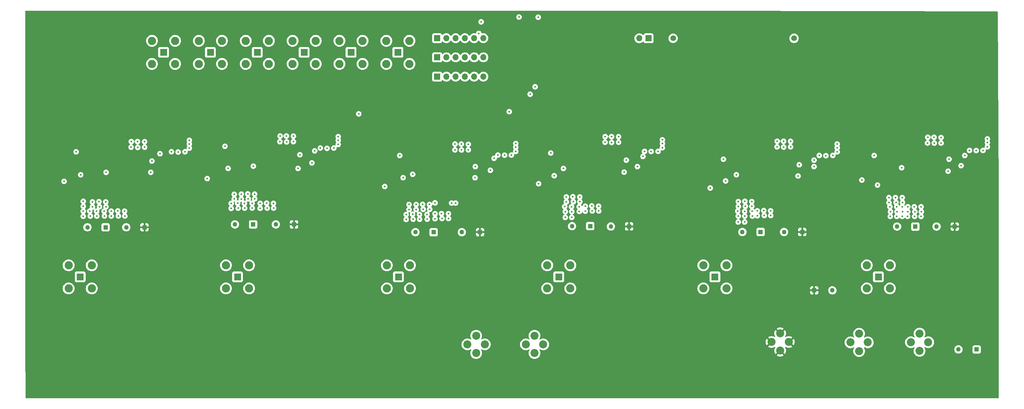
<source format=gbr>
%TF.GenerationSoftware,KiCad,Pcbnew,8.0.5*%
%TF.CreationDate,2024-11-15T20:54:05-05:00*%
%TF.ProjectId,amp_board_final,616d705f-626f-4617-9264-5f66696e616c,rev?*%
%TF.SameCoordinates,Original*%
%TF.FileFunction,Copper,L3,Inr*%
%TF.FilePolarity,Positive*%
%FSLAX46Y46*%
G04 Gerber Fmt 4.6, Leading zero omitted, Abs format (unit mm)*
G04 Created by KiCad (PCBNEW 8.0.5) date 2024-11-15 20:54:05*
%MOMM*%
%LPD*%
G01*
G04 APERTURE LIST*
%TA.AperFunction,ComponentPad*%
%ADD10C,2.209800*%
%TD*%
%TA.AperFunction,ComponentPad*%
%ADD11R,1.275000X1.275000*%
%TD*%
%TA.AperFunction,ComponentPad*%
%ADD12C,1.275000*%
%TD*%
%TA.AperFunction,ComponentPad*%
%ADD13R,1.950000X1.950000*%
%TD*%
%TA.AperFunction,ComponentPad*%
%ADD14C,2.250000*%
%TD*%
%TA.AperFunction,ComponentPad*%
%ADD15R,1.700000X1.700000*%
%TD*%
%TA.AperFunction,ComponentPad*%
%ADD16O,1.700000X1.700000*%
%TD*%
%TA.AperFunction,ComponentPad*%
%ADD17C,1.575000*%
%TD*%
%TA.AperFunction,ViaPad*%
%ADD18C,0.508000*%
%TD*%
G04 APERTURE END LIST*
D10*
%TO.N,GND*%
%TO.C,J8*%
X154381200Y-103924100D03*
X154381200Y-108699300D03*
X156768800Y-106311700D03*
X151993600Y-106311700D03*
%TD*%
D11*
%TO.N,HV*%
%TO.C,C22*%
X47230000Y-74090000D03*
D12*
%TO.N,GND*%
X42230000Y-74090000D03*
%TD*%
D11*
%TO.N,HV*%
%TO.C,C10*%
X139398469Y-75438000D03*
D12*
%TO.N,GND*%
X134398469Y-75438000D03*
%TD*%
D11*
%TO.N,HV*%
%TO.C,C2*%
X231180000Y-91440000D03*
D12*
%TO.N,GND*%
X236180000Y-91440000D03*
%TD*%
D13*
%TO.N,input_5a*%
%TO.C,J13*%
X248818400Y-87731600D03*
D14*
%TO.N,input_5b*%
X245643400Y-84556600D03*
X245643400Y-90906600D03*
X251993400Y-90906600D03*
X251993400Y-84556600D03*
%TD*%
D10*
%TO.N,GND*%
%TO.C,J4*%
X138328400Y-103924100D03*
X138328400Y-108699300D03*
X140716000Y-106311700D03*
X135940800Y-106311700D03*
%TD*%
%TO.N,HV*%
%TO.C,J2*%
X221843600Y-103263700D03*
X221843600Y-108038900D03*
X224231200Y-105651300D03*
X219456000Y-105651300D03*
%TD*%
D15*
%TO.N,output_0*%
%TO.C,J23*%
X127609600Y-22047200D03*
D16*
%TO.N,output_1*%
X130149600Y-22047200D03*
%TO.N,output_2*%
X132689600Y-22047200D03*
%TO.N,output_3*%
X135229600Y-22047200D03*
%TO.N,output_4*%
X137769600Y-22047200D03*
%TO.N,output_5*%
X140309600Y-22047200D03*
%TD*%
D13*
%TO.N,input_1a*%
%TO.C,J5*%
X72796400Y-87731600D03*
D14*
%TO.N,input_1b*%
X69621400Y-84556600D03*
X69621400Y-90906600D03*
X75971400Y-90906600D03*
X75971400Y-84556600D03*
%TD*%
D13*
%TO.N,input_4a*%
%TO.C,J11*%
X203911200Y-87731600D03*
D14*
%TO.N,input_4b*%
X200736200Y-84556600D03*
X200736200Y-90906600D03*
X207086200Y-90906600D03*
X207086200Y-84556600D03*
%TD*%
D15*
%TO.N,GND*%
%TO.C,J12*%
X127630000Y-32630000D03*
D16*
X130170000Y-32630000D03*
X132710000Y-32630000D03*
X135250000Y-32630000D03*
X137790000Y-32630000D03*
X140330000Y-32630000D03*
%TD*%
D13*
%TO.N,input_3a*%
%TO.C,J9*%
X161036000Y-87731600D03*
D14*
%TO.N,input_3b*%
X157861000Y-84556600D03*
X157861000Y-90906600D03*
X164211000Y-90906600D03*
X164211000Y-84556600D03*
%TD*%
D15*
%TO.N,Net-(J10-Pin_1)*%
%TO.C,J10*%
X185679000Y-22098000D03*
D16*
%TO.N,output_0*%
X183139000Y-22098000D03*
%TD*%
D13*
%TO.N,output_3*%
%TO.C,J18*%
X91094560Y-25958800D03*
D14*
%TO.N,VSS*%
X94269560Y-29133800D03*
X94269560Y-22783800D03*
X87919560Y-22783800D03*
X87919560Y-29133800D03*
%TD*%
D13*
%TO.N,output_0*%
%TO.C,J15*%
X52476400Y-25958800D03*
D14*
%TO.N,VSS*%
X49301400Y-22783800D03*
X49301400Y-29133800D03*
X55651400Y-29133800D03*
X55651400Y-22783800D03*
%TD*%
D13*
%TO.N,output_2*%
%TO.C,J17*%
X78221840Y-25958800D03*
D14*
%TO.N,VSS*%
X81396840Y-29133800D03*
X81396840Y-22783800D03*
X75046840Y-22783800D03*
X75046840Y-29133800D03*
%TD*%
D15*
%TO.N,VSS*%
%TO.C,J21*%
X127630000Y-27338600D03*
D16*
X130170000Y-27338600D03*
X132710000Y-27338600D03*
X135250000Y-27338600D03*
X137790000Y-27338600D03*
X140330000Y-27338600D03*
%TD*%
D10*
%TO.N,VSS*%
%TO.C,J6*%
X260134100Y-103327200D03*
X260134100Y-108102400D03*
X262521700Y-105714800D03*
X257746500Y-105714800D03*
%TD*%
D13*
%TO.N,input_2a*%
%TO.C,J7*%
X116992400Y-87731600D03*
D14*
%TO.N,input_2b*%
X113817400Y-84556600D03*
X113817400Y-90906600D03*
X120167400Y-90906600D03*
X120167400Y-84556600D03*
%TD*%
D11*
%TO.N,GND*%
%TO.C,C50*%
X216458800Y-75387200D03*
D12*
%TO.N,VSS*%
X211458800Y-75387200D03*
%TD*%
D11*
%TO.N,GND*%
%TO.C,C44*%
X169672000Y-73761600D03*
D12*
%TO.N,VSS*%
X164672000Y-73761600D03*
%TD*%
D13*
%TO.N,output_5*%
%TO.C,J20*%
X116840000Y-25958800D03*
D14*
%TO.N,VSS*%
X120015000Y-29133800D03*
X120015000Y-22783800D03*
X113665000Y-22783800D03*
X113665000Y-29133800D03*
%TD*%
D11*
%TO.N,GND*%
%TO.C,C52*%
X258950000Y-73890000D03*
D12*
%TO.N,VSS*%
X253950000Y-73890000D03*
%TD*%
D17*
%TO.N,Net-(J10-Pin_1)*%
%TO.C,R1*%
X192442500Y-22098000D03*
%TO.N,VSS*%
X225642500Y-22098000D03*
%TD*%
D13*
%TO.N,output_4*%
%TO.C,J19*%
X103967280Y-25958800D03*
D14*
%TO.N,VSS*%
X107142280Y-29133800D03*
X107142280Y-22783800D03*
X100792280Y-22783800D03*
X100792280Y-29133800D03*
%TD*%
D11*
%TO.N,GND*%
%TO.C,C48*%
X36560000Y-74090000D03*
D12*
%TO.N,VSS*%
X31560000Y-74090000D03*
%TD*%
D11*
%TO.N,GND*%
%TO.C,C40*%
X275804000Y-107696000D03*
D12*
%TO.N,VSS*%
X270804000Y-107696000D03*
%TD*%
D10*
%TO.N,VSS*%
%TO.C,J1*%
X243535200Y-103365300D03*
X243535200Y-108140500D03*
X245922800Y-105752900D03*
X241147600Y-105752900D03*
%TD*%
D11*
%TO.N,HV*%
%TO.C,C38*%
X269800000Y-73890000D03*
D12*
%TO.N,GND*%
X264800000Y-73890000D03*
%TD*%
D13*
%TO.N,output_1*%
%TO.C,J16*%
X65349120Y-25958800D03*
D14*
%TO.N,VSS*%
X62174120Y-22783800D03*
X62174120Y-29133800D03*
X68524120Y-29133800D03*
X68524120Y-22783800D03*
%TD*%
D11*
%TO.N,HV*%
%TO.C,C34*%
X227899600Y-75387200D03*
D12*
%TO.N,GND*%
X222899600Y-75387200D03*
%TD*%
D11*
%TO.N,GND*%
%TO.C,C46*%
X77070000Y-73300000D03*
D12*
%TO.N,VSS*%
X72070000Y-73300000D03*
%TD*%
D11*
%TO.N,HV*%
%TO.C,C26*%
X88310000Y-73300000D03*
D12*
%TO.N,GND*%
X83310000Y-73300000D03*
%TD*%
D11*
%TO.N,HV*%
%TO.C,C14*%
X180350800Y-73863200D03*
D12*
%TO.N,GND*%
X175350800Y-73863200D03*
%TD*%
D11*
%TO.N,GND*%
%TO.C,C42*%
X126655200Y-75438000D03*
D12*
%TO.N,VSS*%
X121655200Y-75438000D03*
%TD*%
D13*
%TO.N,input_0a*%
%TO.C,J3*%
X29571100Y-87731600D03*
D14*
%TO.N,input_0b*%
X26396100Y-84556600D03*
X26396100Y-90906600D03*
X32746100Y-90906600D03*
X32746100Y-84556600D03*
%TD*%
D18*
%TO.N,VSS*%
X273853600Y-52939000D03*
X278765000Y-51943000D03*
X277562000Y-52939000D03*
X278765000Y-49784000D03*
X275682400Y-52989800D03*
X278762000Y-50800000D03*
X237490000Y-53340000D03*
X232578600Y-54336000D03*
X237490000Y-51181000D03*
X236287000Y-54336000D03*
X234407400Y-54386800D03*
X237487000Y-52197000D03*
X188281000Y-53193000D03*
X186401400Y-53243800D03*
X189484000Y-50038000D03*
X184572600Y-53193000D03*
X189484000Y-52197000D03*
X189481000Y-51054000D03*
X149225000Y-53213000D03*
X146142400Y-54259800D03*
X149225000Y-51054000D03*
X149222000Y-52070000D03*
X144313600Y-54209000D03*
X148022000Y-54209000D03*
X100457000Y-51308000D03*
X100454000Y-50165000D03*
X100457000Y-49149000D03*
X99254000Y-52304000D03*
X97374400Y-52354800D03*
X95545600Y-52304000D03*
X59563000Y-52324000D03*
X59560000Y-51181000D03*
X59563000Y-50165000D03*
X54651600Y-53320000D03*
X56480400Y-53370800D03*
X58360000Y-53320000D03*
%TO.N,input_0b*%
X25146000Y-61468000D03*
%TO.N,input_1b*%
X64465200Y-60706000D03*
%TO.N,input_2b*%
X113233200Y-62890400D03*
%TO.N,input_3b*%
X155498800Y-62128400D03*
%TO.N,input_4b*%
X202641200Y-63296800D03*
%TO.N,input_5b*%
X244297200Y-61112400D03*
%TO.N,output_1*%
X77127100Y-57264300D03*
X155382078Y-16306800D03*
X69329800Y-51816000D03*
X93218000Y-56388000D03*
%TO.N,HV*%
X122529600Y-52781200D03*
X34569400Y-45008800D03*
X182600600Y-68503800D03*
X230784400Y-69265800D03*
X88595200Y-65405000D03*
X73202800Y-41732200D03*
X77571600Y-45491400D03*
X121970800Y-43484800D03*
X182600600Y-70612000D03*
X267665200Y-66014600D03*
X227431600Y-69316600D03*
X53187600Y-69265800D03*
X36855400Y-48310800D03*
X231419400Y-74701400D03*
X269824200Y-65354200D03*
X250901200Y-42214800D03*
X273812000Y-77393800D03*
X47447200Y-66700400D03*
X182600600Y-66649600D03*
X48514000Y-70358000D03*
X89154000Y-76454000D03*
X73253600Y-43205400D03*
X230784400Y-71374000D03*
X34874200Y-51155600D03*
X214630000Y-48463200D03*
X48768000Y-76454000D03*
X32994600Y-43535600D03*
X250952000Y-43688000D03*
X273253200Y-68732400D03*
X32740600Y-51206400D03*
X210667600Y-42773600D03*
X182600600Y-65100200D03*
X136779000Y-67106800D03*
X163271200Y-40792400D03*
X142519400Y-66268600D03*
X75590400Y-50825400D03*
X124663200Y-51612800D03*
X139090400Y-66294000D03*
X90932000Y-69926200D03*
X273253200Y-70840600D03*
X265557000Y-65913000D03*
X49834800Y-71221600D03*
X179171600Y-65125600D03*
X75590400Y-49606200D03*
X50546000Y-78028800D03*
X34620200Y-43535600D03*
X139166600Y-69723000D03*
X227431600Y-71221600D03*
X210616800Y-44246800D03*
X255270000Y-45974000D03*
X273253200Y-65328800D03*
X270611600Y-77495400D03*
X163220400Y-42265600D03*
X87630000Y-67945000D03*
X251917200Y-51003200D03*
X91694000Y-76454000D03*
X86741000Y-65328800D03*
X225196400Y-66548000D03*
X94361000Y-64566800D03*
X73456800Y-50774600D03*
X142519400Y-69672200D03*
X269849600Y-66776600D03*
X45415200Y-76504800D03*
X210667600Y-45212000D03*
X126644400Y-47498000D03*
X94361000Y-70078600D03*
X252476000Y-43688000D03*
X230784400Y-65862200D03*
X254050800Y-51054000D03*
X139877800Y-78435200D03*
X179197000Y-66548000D03*
X53822600Y-74701400D03*
X122021600Y-44958000D03*
X33045400Y-42062400D03*
X73456800Y-49657000D03*
X163423600Y-50241200D03*
X34569400Y-42062400D03*
X176301400Y-65049400D03*
X32740600Y-52324000D03*
X34874200Y-52374800D03*
X94919800Y-76454000D03*
X214630000Y-47193200D03*
X231343200Y-77927200D03*
X163423600Y-51358800D03*
X227355400Y-65887600D03*
X45161200Y-70408800D03*
X212242400Y-44246800D03*
X183159400Y-77165200D03*
X212648800Y-51308000D03*
X273253200Y-66878200D03*
X87630000Y-69850000D03*
X90932000Y-64541400D03*
X227380800Y-67310000D03*
X252476000Y-40741600D03*
X165557200Y-50190400D03*
X139166600Y-71628000D03*
X165557200Y-51409600D03*
X228142800Y-78028800D03*
X123596400Y-43484800D03*
X176149000Y-66624200D03*
X250952000Y-40741600D03*
X49834800Y-69316600D03*
X142519400Y-71780400D03*
X73253600Y-40259000D03*
X91186000Y-73406000D03*
X142519400Y-67818000D03*
X164795200Y-40792400D03*
X212191600Y-42773600D03*
X252526800Y-42214800D03*
X94361000Y-67970400D03*
X53187600Y-71374000D03*
X94996000Y-73406000D03*
X123545600Y-44958000D03*
X269900400Y-70688200D03*
X255270000Y-47244000D03*
X251917200Y-49885600D03*
X164846000Y-42265600D03*
X134848600Y-67030600D03*
X33045400Y-45008800D03*
X126644400Y-48768000D03*
X179959000Y-77266800D03*
X77571600Y-46761400D03*
X210515200Y-51358800D03*
X143078200Y-78333600D03*
X230784400Y-67411600D03*
X164795200Y-43738800D03*
X179247800Y-70459600D03*
X212648800Y-52527200D03*
X85928200Y-76454000D03*
X122021600Y-42011600D03*
X179247800Y-68554600D03*
X49784000Y-67310000D03*
X212191600Y-45212000D03*
X124663200Y-52832000D03*
X139115800Y-67716400D03*
X210515200Y-52476400D03*
X74777600Y-43205400D03*
X74777600Y-40259000D03*
X74828400Y-41732200D03*
X167538400Y-46075600D03*
X90932000Y-68021200D03*
X90957400Y-66065400D03*
X53746400Y-77927200D03*
X183235600Y-73939400D03*
X254050800Y-49834800D03*
X223088200Y-66446400D03*
X36855400Y-47040800D03*
X53187600Y-65862200D03*
X94361000Y-66116200D03*
X49758600Y-65887600D03*
X123545600Y-42011600D03*
X227431600Y-72898000D03*
X273888200Y-74168000D03*
X122529600Y-51663600D03*
X45516800Y-66624200D03*
X163271200Y-43738800D03*
X269900400Y-68783200D03*
X143154400Y-75107800D03*
X53187600Y-67411600D03*
X167538400Y-47345600D03*
%TO.N,output_0*%
X28448000Y-53340000D03*
X51485800Y-53848000D03*
X36703000Y-58978800D03*
%TO.N,output_2*%
X106070400Y-42875200D03*
X142240000Y-58420000D03*
X120904000Y-59519691D03*
X150114000Y-16256000D03*
X117348000Y-54356000D03*
%TO.N,output_3*%
X162306000Y-57912000D03*
X139700000Y-17576800D03*
X158818741Y-53662742D03*
X147421600Y-42265600D03*
X182626000Y-57404000D03*
%TO.N,output_4*%
X209794577Y-59617394D03*
X206248000Y-55372000D03*
X139067718Y-20749083D03*
X231140000Y-57404000D03*
X153162000Y-37490400D03*
%TO.N,output_5*%
X154533600Y-35458400D03*
X271526000Y-57150000D03*
X247650000Y-54356000D03*
X255219200Y-57708800D03*
%TO.N,/amp_0/output0_mv*%
X48979979Y-58962179D03*
X29692600Y-59639200D03*
%TO.N,/amp_0/output1_mv*%
X70205600Y-57886600D03*
X93980000Y-53086000D03*
X89408000Y-57912000D03*
%TO.N,/amp_1/output2_mv*%
X138023600Y-60452000D03*
X143256000Y-55118000D03*
X118262400Y-60452000D03*
%TO.N,/amp_1/output3_mv*%
X178968400Y-58928000D03*
X184150000Y-54610000D03*
X159766000Y-59893200D03*
%TO.N,/amp_2/output4_mv*%
X226745800Y-59969400D03*
X206836226Y-61330529D03*
X231140000Y-55626000D03*
%TO.N,/amp_2/output5_mv*%
X267959168Y-58663168D03*
X248564400Y-62484000D03*
X272542000Y-54356000D03*
%TO.N,VSS*%
X134264400Y-51206400D03*
X260553200Y-68427600D03*
X77520800Y-66268600D03*
X170078400Y-68224400D03*
X256895600Y-68427600D03*
X34086800Y-69672200D03*
X119100600Y-71932800D03*
X127050800Y-70358000D03*
X32943800Y-68478400D03*
X76784200Y-67487800D03*
X78994000Y-67487800D03*
X175564800Y-50749200D03*
X253873000Y-71094600D03*
X124891800Y-71856600D03*
X258673600Y-68427600D03*
X258826000Y-69799200D03*
X36652200Y-68427600D03*
X132537200Y-51206400D03*
X128828800Y-70307200D03*
X86207600Y-48971200D03*
X130759200Y-71678800D03*
X255371600Y-68427600D03*
X264160000Y-50927000D03*
X215544400Y-70916800D03*
X210337400Y-71018400D03*
X252095000Y-71094600D03*
X224688400Y-50444400D03*
X32943800Y-67106800D03*
X43611800Y-50495200D03*
X38125400Y-69646800D03*
X43561000Y-52070000D03*
X71043800Y-68884800D03*
X131572000Y-67411600D03*
X214020400Y-67005200D03*
X30429200Y-68326000D03*
X175514000Y-49123600D03*
X88138000Y-50546000D03*
X30429200Y-71043800D03*
X34874200Y-68427600D03*
X222808800Y-52019200D03*
X125577600Y-69138800D03*
X132689600Y-67411600D03*
X127050800Y-71729600D03*
X164592000Y-71374000D03*
X260604000Y-69799200D03*
X119888000Y-69189600D03*
X219252800Y-70866000D03*
X36220400Y-70967600D03*
X171958000Y-68275200D03*
X72821800Y-67462400D03*
X45389800Y-52120800D03*
X119100600Y-70561200D03*
X166776400Y-65735200D03*
X39903400Y-69596000D03*
X121031000Y-71882000D03*
X41833800Y-70967600D03*
X163118800Y-67106800D03*
X251993400Y-68427600D03*
X45339000Y-50495200D03*
X255422400Y-69799200D03*
X134315200Y-52832000D03*
X166624000Y-68427600D03*
X221030800Y-50393600D03*
X251714000Y-67310000D03*
X217322400Y-69494400D03*
X123799600Y-69138800D03*
X212090000Y-72644000D03*
X224688400Y-51968400D03*
X266039600Y-50901600D03*
X77470000Y-64947800D03*
X84480400Y-48971200D03*
X127050800Y-67360800D03*
X256895600Y-69799200D03*
X32359600Y-70993000D03*
X266039600Y-49377600D03*
X71882000Y-66294000D03*
X264109200Y-49326800D03*
X38125400Y-71018400D03*
X120878600Y-70510400D03*
X262331200Y-50901600D03*
X255371600Y-65938400D03*
X210362800Y-67005200D03*
X128981200Y-71678800D03*
X136194800Y-51257200D03*
X253492000Y-65887600D03*
X210312000Y-72644000D03*
X212115400Y-71018400D03*
X47269400Y-52070000D03*
X34137600Y-70993000D03*
X177444400Y-49174400D03*
X36169600Y-69646800D03*
X210185000Y-69646800D03*
X214147400Y-69672200D03*
X252145800Y-69799200D03*
X163118800Y-65735200D03*
X76835000Y-68808600D03*
X75590400Y-64897000D03*
X214198200Y-70993000D03*
X164541200Y-68453000D03*
X47269400Y-50546000D03*
X166674800Y-69748400D03*
X121869200Y-69189600D03*
X217474800Y-70866000D03*
X30429200Y-66954400D03*
X173736000Y-50698400D03*
X119888000Y-67818000D03*
X256844800Y-71094600D03*
X80772000Y-67437000D03*
X30429200Y-69672200D03*
X74752200Y-68834000D03*
X162814000Y-71374000D03*
X74701400Y-67513200D03*
X164896800Y-65684400D03*
X165049200Y-67056000D03*
X253644400Y-67259200D03*
X34721800Y-67056000D03*
X260553200Y-71094600D03*
X82651600Y-67487800D03*
X71882000Y-65024000D03*
X73812400Y-64947800D03*
X215544400Y-69545200D03*
X262382000Y-49326800D03*
X122758200Y-70561200D03*
X222758000Y-50393600D03*
X251714000Y-65938400D03*
X168300400Y-69646800D03*
X258775200Y-71094600D03*
X130708400Y-70358000D03*
X164592000Y-69773800D03*
X78994000Y-68859400D03*
X124841000Y-70535800D03*
X210362800Y-68376800D03*
X172008800Y-69596000D03*
X219202000Y-69545200D03*
X84429600Y-50546000D03*
X255371600Y-71094600D03*
X214071200Y-68326000D03*
X125526800Y-67818000D03*
X220980000Y-51968400D03*
X212293200Y-68326000D03*
X168300400Y-68275200D03*
X71043800Y-67513200D03*
X253923800Y-69799200D03*
X122809000Y-71882000D03*
X136194800Y-52781200D03*
X73812400Y-66319400D03*
X121869200Y-67818000D03*
X41783000Y-69646800D03*
X132486400Y-52781200D03*
X255422400Y-67259200D03*
X72974200Y-68834000D03*
X36601400Y-67106800D03*
X82702400Y-68808600D03*
X212064600Y-69697600D03*
X177444400Y-50698400D03*
X123647200Y-67767200D03*
X166827200Y-67056000D03*
X80924400Y-68808600D03*
X32207200Y-69621400D03*
X212140800Y-66954400D03*
X170230800Y-69596000D03*
X173786800Y-49123600D03*
X40055800Y-70967600D03*
X253873000Y-68427600D03*
X75742800Y-66268600D03*
X162814000Y-69773800D03*
X86258400Y-50596800D03*
X88138000Y-49022000D03*
X162661600Y-68402200D03*
%TO.N,GND*%
X268224000Y-55372000D03*
X179578000Y-55626000D03*
X49276000Y-55880000D03*
X227076000Y-56896000D03*
X89916000Y-54127400D03*
X138099800Y-57404000D03*
%TD*%
%TA.AperFunction,Conductor*%
%TO.N,HV*%
G36*
X281452196Y-14710873D02*
G01*
X281519182Y-14730736D01*
X281564797Y-14783662D01*
X281575864Y-14834203D01*
X281836698Y-63136503D01*
X281836700Y-63137173D01*
X281836700Y-121026700D01*
X281817015Y-121093739D01*
X281764211Y-121139494D01*
X281712700Y-121150700D01*
X14701949Y-121150700D01*
X14634910Y-121131015D01*
X14589155Y-121078211D01*
X14577951Y-121027370D01*
X14577947Y-121026700D01*
X14500502Y-106684993D01*
X14500500Y-106684323D01*
X14500500Y-106311700D01*
X134330436Y-106311700D01*
X134350261Y-106563612D01*
X134409252Y-106809330D01*
X134505954Y-107042790D01*
X134637984Y-107258242D01*
X134637985Y-107258244D01*
X134637986Y-107258246D01*
X134637988Y-107258248D01*
X134802101Y-107450399D01*
X134994252Y-107614512D01*
X134994254Y-107614513D01*
X134994255Y-107614514D01*
X134994257Y-107614515D01*
X135209709Y-107746545D01*
X135443169Y-107843247D01*
X135504598Y-107857994D01*
X135688884Y-107902238D01*
X135940800Y-107922064D01*
X136192716Y-107902238D01*
X136438430Y-107843247D01*
X136671890Y-107746545D01*
X136803987Y-107665595D01*
X136871431Y-107647351D01*
X136938034Y-107668467D01*
X136982648Y-107722239D01*
X136991108Y-107791594D01*
X136974504Y-107836112D01*
X136893553Y-107968211D01*
X136796852Y-108201669D01*
X136737861Y-108447387D01*
X136718036Y-108699300D01*
X136737861Y-108951212D01*
X136796852Y-109196930D01*
X136893554Y-109430390D01*
X137025584Y-109645842D01*
X137025585Y-109645844D01*
X137025586Y-109645846D01*
X137025588Y-109645848D01*
X137189701Y-109837999D01*
X137381852Y-110002112D01*
X137381854Y-110002113D01*
X137381855Y-110002114D01*
X137381857Y-110002115D01*
X137597309Y-110134145D01*
X137830769Y-110230847D01*
X137892198Y-110245594D01*
X138076484Y-110289838D01*
X138328400Y-110309664D01*
X138580316Y-110289838D01*
X138826030Y-110230847D01*
X139059490Y-110134145D01*
X139274948Y-110002112D01*
X139467099Y-109837999D01*
X139631212Y-109645848D01*
X139763245Y-109430390D01*
X139859947Y-109196930D01*
X139918938Y-108951216D01*
X139938764Y-108699300D01*
X139918938Y-108447384D01*
X139859947Y-108201670D01*
X139827240Y-108122706D01*
X139763245Y-107968209D01*
X139682296Y-107836113D01*
X139664051Y-107768667D01*
X139685167Y-107702065D01*
X139738939Y-107657451D01*
X139808295Y-107648991D01*
X139852813Y-107665596D01*
X139984909Y-107746545D01*
X140218369Y-107843247D01*
X140279798Y-107857994D01*
X140464084Y-107902238D01*
X140716000Y-107922064D01*
X140967916Y-107902238D01*
X141213630Y-107843247D01*
X141447090Y-107746545D01*
X141662548Y-107614512D01*
X141854699Y-107450399D01*
X142018812Y-107258248D01*
X142150845Y-107042790D01*
X142247547Y-106809330D01*
X142306538Y-106563616D01*
X142326364Y-106311700D01*
X150383236Y-106311700D01*
X150403061Y-106563612D01*
X150462052Y-106809330D01*
X150558754Y-107042790D01*
X150690784Y-107258242D01*
X150690785Y-107258244D01*
X150690786Y-107258246D01*
X150690788Y-107258248D01*
X150854901Y-107450399D01*
X151047052Y-107614512D01*
X151047054Y-107614513D01*
X151047055Y-107614514D01*
X151047057Y-107614515D01*
X151262509Y-107746545D01*
X151495969Y-107843247D01*
X151557398Y-107857994D01*
X151741684Y-107902238D01*
X151993600Y-107922064D01*
X152245516Y-107902238D01*
X152491230Y-107843247D01*
X152724690Y-107746545D01*
X152856787Y-107665595D01*
X152924231Y-107647351D01*
X152990834Y-107668467D01*
X153035448Y-107722239D01*
X153043908Y-107791594D01*
X153027304Y-107836112D01*
X152946353Y-107968211D01*
X152849652Y-108201669D01*
X152790661Y-108447387D01*
X152770836Y-108699300D01*
X152790661Y-108951212D01*
X152849652Y-109196930D01*
X152946354Y-109430390D01*
X153078384Y-109645842D01*
X153078385Y-109645844D01*
X153078386Y-109645846D01*
X153078388Y-109645848D01*
X153242501Y-109837999D01*
X153434652Y-110002112D01*
X153434654Y-110002113D01*
X153434655Y-110002114D01*
X153434657Y-110002115D01*
X153650109Y-110134145D01*
X153883569Y-110230847D01*
X153944998Y-110245594D01*
X154129284Y-110289838D01*
X154381200Y-110309664D01*
X154633116Y-110289838D01*
X154878830Y-110230847D01*
X155112290Y-110134145D01*
X155327748Y-110002112D01*
X155519899Y-109837999D01*
X155684012Y-109645848D01*
X155816045Y-109430390D01*
X155912747Y-109196930D01*
X155971738Y-108951216D01*
X155991564Y-108699300D01*
X155971738Y-108447384D01*
X155912747Y-108201670D01*
X155880040Y-108122706D01*
X155816045Y-107968209D01*
X155735096Y-107836113D01*
X155716851Y-107768667D01*
X155737967Y-107702065D01*
X155791739Y-107657451D01*
X155861095Y-107648991D01*
X155905613Y-107665596D01*
X156037709Y-107746545D01*
X156271169Y-107843247D01*
X156332598Y-107857994D01*
X156516884Y-107902238D01*
X156768800Y-107922064D01*
X157020716Y-107902238D01*
X157266430Y-107843247D01*
X157499890Y-107746545D01*
X157715348Y-107614512D01*
X157907499Y-107450399D01*
X158071612Y-107258248D01*
X158203645Y-107042790D01*
X158300347Y-106809330D01*
X158359338Y-106563616D01*
X158379164Y-106311700D01*
X158359338Y-106059784D01*
X158300347Y-105814070D01*
X158267640Y-105735106D01*
X158232926Y-105651300D01*
X217846137Y-105651300D01*
X217865956Y-105903135D01*
X217924927Y-106148770D01*
X218021599Y-106382158D01*
X218153592Y-106597552D01*
X218154790Y-106598955D01*
X218701195Y-106052550D01*
X218701942Y-106054352D01*
X218795063Y-106193717D01*
X218913583Y-106312237D01*
X219052948Y-106405358D01*
X219054747Y-106406103D01*
X218508343Y-106952508D01*
X218508343Y-106952509D01*
X218509743Y-106953705D01*
X218509750Y-106953710D01*
X218725138Y-107085699D01*
X218958529Y-107182372D01*
X219204165Y-107241343D01*
X219204164Y-107241343D01*
X219456000Y-107261162D01*
X219707835Y-107241343D01*
X219953470Y-107182372D01*
X220186863Y-107085698D01*
X220320698Y-107003684D01*
X220388144Y-106985439D01*
X220454746Y-107006555D01*
X220499360Y-107060327D01*
X220507820Y-107129683D01*
X220491216Y-107174200D01*
X220409201Y-107308038D01*
X220312527Y-107541429D01*
X220253556Y-107787064D01*
X220233737Y-108038900D01*
X220253556Y-108290735D01*
X220312527Y-108536370D01*
X220409199Y-108769758D01*
X220541192Y-108985152D01*
X220542390Y-108986555D01*
X221088795Y-108440149D01*
X221089542Y-108441952D01*
X221182663Y-108581317D01*
X221301183Y-108699837D01*
X221440548Y-108792958D01*
X221442348Y-108793703D01*
X220895943Y-109340108D01*
X220895943Y-109340109D01*
X220897343Y-109341305D01*
X220897350Y-109341310D01*
X221112738Y-109473299D01*
X221346129Y-109569972D01*
X221591765Y-109628943D01*
X221591764Y-109628943D01*
X221843600Y-109648762D01*
X222095435Y-109628943D01*
X222341070Y-109569972D01*
X222574458Y-109473300D01*
X222789856Y-109341304D01*
X222791255Y-109340108D01*
X222791256Y-109340108D01*
X222244851Y-108793703D01*
X222246652Y-108792958D01*
X222386017Y-108699837D01*
X222504537Y-108581317D01*
X222597658Y-108441952D01*
X222598403Y-108440151D01*
X223144808Y-108986556D01*
X223144808Y-108986555D01*
X223146004Y-108985156D01*
X223278000Y-108769758D01*
X223374672Y-108536370D01*
X223433643Y-108290735D01*
X223453462Y-108038900D01*
X223433643Y-107787064D01*
X223374672Y-107541429D01*
X223278000Y-107308041D01*
X223195983Y-107174201D01*
X223177739Y-107106755D01*
X223198856Y-107040152D01*
X223252627Y-106995539D01*
X223321983Y-106987079D01*
X223366501Y-107003683D01*
X223500341Y-107085700D01*
X223733729Y-107182372D01*
X223979365Y-107241343D01*
X223979364Y-107241343D01*
X224231200Y-107261162D01*
X224483035Y-107241343D01*
X224728670Y-107182372D01*
X224962058Y-107085700D01*
X225177456Y-106953704D01*
X225178855Y-106952508D01*
X225178856Y-106952508D01*
X224632451Y-106406103D01*
X224634252Y-106405358D01*
X224773617Y-106312237D01*
X224892137Y-106193717D01*
X224985258Y-106054352D01*
X224986003Y-106052551D01*
X225532408Y-106598956D01*
X225532408Y-106598955D01*
X225533604Y-106597556D01*
X225665600Y-106382158D01*
X225762272Y-106148770D01*
X225821243Y-105903135D01*
X225833066Y-105752900D01*
X239537236Y-105752900D01*
X239557061Y-106004812D01*
X239616052Y-106250530D01*
X239712754Y-106483990D01*
X239844784Y-106699442D01*
X239844785Y-106699444D01*
X239844786Y-106699446D01*
X239844788Y-106699448D01*
X240008901Y-106891599D01*
X240201052Y-107055712D01*
X240201054Y-107055713D01*
X240201055Y-107055714D01*
X240201057Y-107055715D01*
X240416509Y-107187745D01*
X240649969Y-107284447D01*
X240711398Y-107299194D01*
X240895684Y-107343438D01*
X241147600Y-107363264D01*
X241399516Y-107343438D01*
X241645230Y-107284447D01*
X241878690Y-107187745D01*
X242010787Y-107106795D01*
X242078231Y-107088551D01*
X242144834Y-107109667D01*
X242189448Y-107163439D01*
X242197908Y-107232794D01*
X242181304Y-107277312D01*
X242100353Y-107409411D01*
X242003652Y-107642869D01*
X241944661Y-107888587D01*
X241924836Y-108140500D01*
X241944661Y-108392412D01*
X242003652Y-108638130D01*
X242100354Y-108871590D01*
X242232384Y-109087042D01*
X242232385Y-109087044D01*
X242232386Y-109087046D01*
X242232388Y-109087048D01*
X242396501Y-109279199D01*
X242588652Y-109443312D01*
X242588654Y-109443313D01*
X242588655Y-109443314D01*
X242588657Y-109443315D01*
X242804109Y-109575345D01*
X243037569Y-109672047D01*
X243098998Y-109686794D01*
X243283284Y-109731038D01*
X243535200Y-109750864D01*
X243787116Y-109731038D01*
X244032830Y-109672047D01*
X244266290Y-109575345D01*
X244481748Y-109443312D01*
X244673899Y-109279199D01*
X244838012Y-109087048D01*
X244970045Y-108871590D01*
X245066747Y-108638130D01*
X245125738Y-108392416D01*
X245145564Y-108140500D01*
X245125738Y-107888584D01*
X245066747Y-107642870D01*
X245063839Y-107635848D01*
X244970045Y-107409409D01*
X244889096Y-107277313D01*
X244870851Y-107209867D01*
X244891967Y-107143265D01*
X244945739Y-107098651D01*
X245015095Y-107090191D01*
X245059613Y-107106796D01*
X245191709Y-107187745D01*
X245425169Y-107284447D01*
X245486598Y-107299194D01*
X245670884Y-107343438D01*
X245922800Y-107363264D01*
X246174716Y-107343438D01*
X246420430Y-107284447D01*
X246653890Y-107187745D01*
X246869348Y-107055712D01*
X247061499Y-106891599D01*
X247225612Y-106699448D01*
X247357645Y-106483990D01*
X247454347Y-106250530D01*
X247513338Y-106004816D01*
X247533164Y-105752900D01*
X247530165Y-105714800D01*
X256136136Y-105714800D01*
X256155961Y-105966712D01*
X256214952Y-106212430D01*
X256311654Y-106445890D01*
X256443684Y-106661342D01*
X256443685Y-106661344D01*
X256443686Y-106661346D01*
X256443688Y-106661348D01*
X256607801Y-106853499D01*
X256799952Y-107017612D01*
X256799954Y-107017613D01*
X256799955Y-107017614D01*
X256799957Y-107017615D01*
X257015409Y-107149645D01*
X257248869Y-107246347D01*
X257298416Y-107258242D01*
X257494584Y-107305338D01*
X257746500Y-107325164D01*
X257998416Y-107305338D01*
X258244130Y-107246347D01*
X258477590Y-107149645D01*
X258609687Y-107068695D01*
X258677131Y-107050451D01*
X258743734Y-107071567D01*
X258788348Y-107125339D01*
X258796808Y-107194694D01*
X258780204Y-107239212D01*
X258699253Y-107371311D01*
X258602552Y-107604769D01*
X258543561Y-107850487D01*
X258523736Y-108102400D01*
X258543561Y-108354312D01*
X258602552Y-108600030D01*
X258699254Y-108833490D01*
X258831284Y-109048942D01*
X258831285Y-109048944D01*
X258831286Y-109048946D01*
X258831288Y-109048948D01*
X258995401Y-109241099D01*
X259187552Y-109405212D01*
X259187554Y-109405213D01*
X259187555Y-109405214D01*
X259187557Y-109405215D01*
X259403009Y-109537245D01*
X259636469Y-109633947D01*
X259686016Y-109645842D01*
X259882184Y-109692938D01*
X260134100Y-109712764D01*
X260386016Y-109692938D01*
X260631730Y-109633947D01*
X260865190Y-109537245D01*
X261080648Y-109405212D01*
X261272799Y-109241099D01*
X261436912Y-109048948D01*
X261568945Y-108833490D01*
X261665647Y-108600030D01*
X261724638Y-108354316D01*
X261744464Y-108102400D01*
X261724638Y-107850484D01*
X261687550Y-107696000D01*
X269661125Y-107696000D01*
X269680584Y-107905998D01*
X269680584Y-107906000D01*
X269680585Y-107906003D01*
X269736465Y-108102400D01*
X269738302Y-108108857D01*
X269832308Y-108297646D01*
X269959406Y-108465952D01*
X270115263Y-108608033D01*
X270115265Y-108608035D01*
X270294573Y-108719058D01*
X270294574Y-108719058D01*
X270294577Y-108719060D01*
X270491237Y-108795246D01*
X270698549Y-108834000D01*
X270698551Y-108834000D01*
X270909449Y-108834000D01*
X270909451Y-108834000D01*
X271116763Y-108795246D01*
X271313423Y-108719060D01*
X271492736Y-108608034D01*
X271648595Y-108465950D01*
X271775692Y-108297646D01*
X271869699Y-108108854D01*
X271927415Y-107906003D01*
X271946875Y-107696000D01*
X271927415Y-107485997D01*
X271869699Y-107283146D01*
X271775692Y-107094354D01*
X271712470Y-107010635D01*
X274666000Y-107010635D01*
X274666000Y-108381370D01*
X274666001Y-108381376D01*
X274672408Y-108440983D01*
X274722702Y-108575828D01*
X274722706Y-108575835D01*
X274808952Y-108691044D01*
X274808955Y-108691047D01*
X274924164Y-108777293D01*
X274924171Y-108777297D01*
X275059017Y-108827591D01*
X275059016Y-108827591D01*
X275065944Y-108828335D01*
X275118627Y-108834000D01*
X276489372Y-108833999D01*
X276548983Y-108827591D01*
X276683831Y-108777296D01*
X276799046Y-108691046D01*
X276885296Y-108575831D01*
X276935591Y-108440983D01*
X276942000Y-108381373D01*
X276941999Y-107010628D01*
X276936799Y-106962257D01*
X276935591Y-106951016D01*
X276885297Y-106816171D01*
X276885293Y-106816164D01*
X276799047Y-106700955D01*
X276799044Y-106700952D01*
X276683835Y-106614706D01*
X276683828Y-106614702D01*
X276548982Y-106564408D01*
X276548983Y-106564408D01*
X276489383Y-106558001D01*
X276489381Y-106558000D01*
X276489373Y-106558000D01*
X276489364Y-106558000D01*
X275118629Y-106558000D01*
X275118623Y-106558001D01*
X275059016Y-106564408D01*
X274924171Y-106614702D01*
X274924164Y-106614706D01*
X274808955Y-106700952D01*
X274808952Y-106700955D01*
X274722706Y-106816164D01*
X274722702Y-106816171D01*
X274672408Y-106951017D01*
X274666746Y-107003684D01*
X274666001Y-107010623D01*
X274666000Y-107010635D01*
X271712470Y-107010635D01*
X271667449Y-106951017D01*
X271648593Y-106926047D01*
X271492736Y-106783966D01*
X271492734Y-106783964D01*
X271313426Y-106672941D01*
X271313420Y-106672939D01*
X271116763Y-106596754D01*
X270909451Y-106558000D01*
X270698549Y-106558000D01*
X270491237Y-106596754D01*
X270491234Y-106596754D01*
X270491234Y-106596755D01*
X270294579Y-106672939D01*
X270294573Y-106672941D01*
X270115265Y-106783964D01*
X270115263Y-106783966D01*
X269959406Y-106926047D01*
X269832308Y-107094353D01*
X269738302Y-107283142D01*
X269713216Y-107371310D01*
X269690714Y-107450399D01*
X269680584Y-107486001D01*
X269661125Y-107696000D01*
X261687550Y-107696000D01*
X261667987Y-107614515D01*
X261665647Y-107604769D01*
X261568945Y-107371309D01*
X261487996Y-107239213D01*
X261469751Y-107171767D01*
X261490867Y-107105165D01*
X261544639Y-107060551D01*
X261613995Y-107052091D01*
X261658513Y-107068696D01*
X261790609Y-107149645D01*
X262024069Y-107246347D01*
X262073616Y-107258242D01*
X262269784Y-107305338D01*
X262521700Y-107325164D01*
X262773616Y-107305338D01*
X263019330Y-107246347D01*
X263252790Y-107149645D01*
X263468248Y-107017612D01*
X263660399Y-106853499D01*
X263824512Y-106661348D01*
X263956545Y-106445890D01*
X264053247Y-106212430D01*
X264112238Y-105966716D01*
X264132064Y-105714800D01*
X264112238Y-105462884D01*
X264053247Y-105217170D01*
X264027011Y-105153829D01*
X263956545Y-104983709D01*
X263824515Y-104768257D01*
X263824514Y-104768255D01*
X263824513Y-104768254D01*
X263824512Y-104768252D01*
X263660399Y-104576101D01*
X263468248Y-104411988D01*
X263468246Y-104411986D01*
X263468244Y-104411985D01*
X263468242Y-104411984D01*
X263252790Y-104279954D01*
X263019330Y-104183252D01*
X262773612Y-104124261D01*
X262773613Y-104124261D01*
X262521700Y-104104436D01*
X262269787Y-104124261D01*
X262024069Y-104183252D01*
X261790611Y-104279953D01*
X261658512Y-104360904D01*
X261591067Y-104379148D01*
X261524464Y-104358031D01*
X261479851Y-104304259D01*
X261471391Y-104234904D01*
X261487996Y-104190386D01*
X261496805Y-104176012D01*
X261568945Y-104058290D01*
X261665647Y-103824830D01*
X261724638Y-103579116D01*
X261744464Y-103327200D01*
X261724638Y-103075284D01*
X261665647Y-102829570D01*
X261639411Y-102766229D01*
X261568945Y-102596109D01*
X261436915Y-102380657D01*
X261436914Y-102380655D01*
X261436913Y-102380654D01*
X261436912Y-102380652D01*
X261272799Y-102188501D01*
X261080648Y-102024388D01*
X261080646Y-102024386D01*
X261080644Y-102024385D01*
X261080642Y-102024384D01*
X260865190Y-101892354D01*
X260631730Y-101795652D01*
X260386012Y-101736661D01*
X260386013Y-101736661D01*
X260134100Y-101716836D01*
X259882187Y-101736661D01*
X259636469Y-101795652D01*
X259403009Y-101892354D01*
X259187557Y-102024384D01*
X259187555Y-102024385D01*
X258995401Y-102188501D01*
X258831285Y-102380655D01*
X258831284Y-102380657D01*
X258699254Y-102596109D01*
X258602552Y-102829569D01*
X258543561Y-103075287D01*
X258523736Y-103327200D01*
X258543561Y-103579112D01*
X258602552Y-103824830D01*
X258699254Y-104058290D01*
X258780203Y-104190386D01*
X258798448Y-104257832D01*
X258777332Y-104324434D01*
X258723560Y-104369048D01*
X258654204Y-104377508D01*
X258609686Y-104360903D01*
X258477590Y-104279954D01*
X258244130Y-104183252D01*
X257998412Y-104124261D01*
X257998413Y-104124261D01*
X257746500Y-104104436D01*
X257494587Y-104124261D01*
X257248869Y-104183252D01*
X257015409Y-104279954D01*
X256799957Y-104411984D01*
X256799955Y-104411985D01*
X256607801Y-104576101D01*
X256443685Y-104768255D01*
X256443684Y-104768257D01*
X256311654Y-104983709D01*
X256214952Y-105217169D01*
X256155961Y-105462887D01*
X256136136Y-105714800D01*
X247530165Y-105714800D01*
X247513338Y-105500984D01*
X247454347Y-105255270D01*
X247451439Y-105248248D01*
X247357645Y-105021809D01*
X247225615Y-104806357D01*
X247225614Y-104806355D01*
X247225613Y-104806354D01*
X247225612Y-104806352D01*
X247061499Y-104614201D01*
X246869348Y-104450088D01*
X246869346Y-104450086D01*
X246869344Y-104450085D01*
X246869342Y-104450084D01*
X246653890Y-104318054D01*
X246420430Y-104221352D01*
X246174712Y-104162361D01*
X246174713Y-104162361D01*
X245922800Y-104142536D01*
X245670887Y-104162361D01*
X245425169Y-104221352D01*
X245191711Y-104318053D01*
X245059612Y-104399004D01*
X244992167Y-104417248D01*
X244925564Y-104396131D01*
X244880951Y-104342359D01*
X244872491Y-104273004D01*
X244889096Y-104228486D01*
X244896196Y-104216901D01*
X244970045Y-104096390D01*
X245066747Y-103862930D01*
X245125738Y-103617216D01*
X245145564Y-103365300D01*
X245125738Y-103113384D01*
X245066747Y-102867670D01*
X245063839Y-102860648D01*
X244970045Y-102634209D01*
X244838015Y-102418757D01*
X244838014Y-102418755D01*
X244838013Y-102418754D01*
X244838012Y-102418752D01*
X244673899Y-102226601D01*
X244481748Y-102062488D01*
X244481746Y-102062486D01*
X244481744Y-102062485D01*
X244481742Y-102062484D01*
X244266290Y-101930454D01*
X244032830Y-101833752D01*
X243787112Y-101774761D01*
X243787113Y-101774761D01*
X243535200Y-101754936D01*
X243283287Y-101774761D01*
X243037569Y-101833752D01*
X242804109Y-101930454D01*
X242588657Y-102062484D01*
X242588655Y-102062485D01*
X242396501Y-102226601D01*
X242232385Y-102418755D01*
X242232384Y-102418757D01*
X242100354Y-102634209D01*
X242003652Y-102867669D01*
X241944661Y-103113387D01*
X241924836Y-103365300D01*
X241944661Y-103617212D01*
X242003652Y-103862930D01*
X242100354Y-104096390D01*
X242181303Y-104228486D01*
X242199548Y-104295932D01*
X242178432Y-104362534D01*
X242124660Y-104407148D01*
X242055304Y-104415608D01*
X242010786Y-104399003D01*
X241878690Y-104318054D01*
X241645230Y-104221352D01*
X241399512Y-104162361D01*
X241399513Y-104162361D01*
X241147600Y-104142536D01*
X240895687Y-104162361D01*
X240649969Y-104221352D01*
X240416509Y-104318054D01*
X240201057Y-104450084D01*
X240201055Y-104450085D01*
X240008901Y-104614201D01*
X239844785Y-104806355D01*
X239844784Y-104806357D01*
X239712754Y-105021809D01*
X239616052Y-105255269D01*
X239557061Y-105500987D01*
X239537236Y-105752900D01*
X225833066Y-105752900D01*
X225841062Y-105651300D01*
X225821243Y-105399464D01*
X225762272Y-105153829D01*
X225665599Y-104920438D01*
X225533610Y-104705050D01*
X225533605Y-104705043D01*
X225532409Y-104703643D01*
X225532408Y-104703643D01*
X224986003Y-105250047D01*
X224985258Y-105248248D01*
X224892137Y-105108883D01*
X224773617Y-104990363D01*
X224634252Y-104897242D01*
X224632450Y-104896495D01*
X225178855Y-104350090D01*
X225177452Y-104348892D01*
X224962058Y-104216899D01*
X224728670Y-104120227D01*
X224483034Y-104061256D01*
X224483035Y-104061256D01*
X224231200Y-104041437D01*
X223979364Y-104061256D01*
X223733729Y-104120227D01*
X223500338Y-104216901D01*
X223366500Y-104298916D01*
X223299054Y-104317160D01*
X223232452Y-104296043D01*
X223187839Y-104242271D01*
X223179379Y-104172915D01*
X223195984Y-104128398D01*
X223277998Y-103994563D01*
X223374672Y-103761170D01*
X223433643Y-103515535D01*
X223453462Y-103263700D01*
X223433643Y-103011864D01*
X223374672Y-102766229D01*
X223277999Y-102532838D01*
X223146010Y-102317450D01*
X223146005Y-102317443D01*
X223144809Y-102316043D01*
X223144808Y-102316043D01*
X222598403Y-102862447D01*
X222597658Y-102860648D01*
X222504537Y-102721283D01*
X222386017Y-102602763D01*
X222246652Y-102509642D01*
X222244851Y-102508896D01*
X222791256Y-101962490D01*
X222789852Y-101961292D01*
X222574458Y-101829299D01*
X222341070Y-101732627D01*
X222095434Y-101673656D01*
X222095435Y-101673656D01*
X221843600Y-101653837D01*
X221591764Y-101673656D01*
X221346129Y-101732627D01*
X221112736Y-101829301D01*
X220897348Y-101961291D01*
X220895942Y-101962490D01*
X221442348Y-102508896D01*
X221440548Y-102509642D01*
X221301183Y-102602763D01*
X221182663Y-102721283D01*
X221089542Y-102860648D01*
X221088796Y-102862448D01*
X220542390Y-102316042D01*
X220541191Y-102317448D01*
X220409201Y-102532836D01*
X220312527Y-102766229D01*
X220253556Y-103011864D01*
X220233737Y-103263700D01*
X220253556Y-103515535D01*
X220312527Y-103761170D01*
X220409200Y-103994561D01*
X220491216Y-104128399D01*
X220509460Y-104195844D01*
X220488343Y-104262447D01*
X220434571Y-104307060D01*
X220365216Y-104315520D01*
X220320699Y-104298916D01*
X220186861Y-104216900D01*
X219953470Y-104120227D01*
X219707834Y-104061256D01*
X219707835Y-104061256D01*
X219456000Y-104041437D01*
X219204164Y-104061256D01*
X218958529Y-104120227D01*
X218725136Y-104216901D01*
X218509748Y-104348891D01*
X218508342Y-104350090D01*
X219054748Y-104896496D01*
X219052948Y-104897242D01*
X218913583Y-104990363D01*
X218795063Y-105108883D01*
X218701942Y-105248248D01*
X218701196Y-105250048D01*
X218154790Y-104703642D01*
X218153591Y-104705048D01*
X218021601Y-104920436D01*
X217924927Y-105153829D01*
X217865956Y-105399464D01*
X217846137Y-105651300D01*
X158232926Y-105651300D01*
X158203645Y-105580609D01*
X158071615Y-105365157D01*
X158071614Y-105365155D01*
X158071613Y-105365154D01*
X158071612Y-105365152D01*
X157907499Y-105173001D01*
X157715348Y-105008888D01*
X157715346Y-105008886D01*
X157715344Y-105008885D01*
X157715342Y-105008884D01*
X157499890Y-104876854D01*
X157266430Y-104780152D01*
X157020712Y-104721161D01*
X157020713Y-104721161D01*
X156768800Y-104701336D01*
X156516887Y-104721161D01*
X156271169Y-104780152D01*
X156037711Y-104876853D01*
X155905612Y-104957804D01*
X155838167Y-104976048D01*
X155771564Y-104954931D01*
X155726951Y-104901159D01*
X155718491Y-104831804D01*
X155735096Y-104787286D01*
X155735517Y-104786600D01*
X155816045Y-104655190D01*
X155912747Y-104421730D01*
X155971738Y-104176016D01*
X155991564Y-103924100D01*
X155971738Y-103672184D01*
X155912747Y-103426470D01*
X155880040Y-103347506D01*
X155816045Y-103193009D01*
X155684015Y-102977557D01*
X155684014Y-102977555D01*
X155684013Y-102977554D01*
X155684012Y-102977552D01*
X155519899Y-102785401D01*
X155327748Y-102621288D01*
X155327746Y-102621286D01*
X155327744Y-102621285D01*
X155327742Y-102621284D01*
X155112290Y-102489254D01*
X154878830Y-102392552D01*
X154633112Y-102333561D01*
X154633113Y-102333561D01*
X154381200Y-102313736D01*
X154129287Y-102333561D01*
X153883569Y-102392552D01*
X153650109Y-102489254D01*
X153434657Y-102621284D01*
X153434655Y-102621285D01*
X153242501Y-102785401D01*
X153078385Y-102977555D01*
X153078384Y-102977557D01*
X152946354Y-103193009D01*
X152849652Y-103426469D01*
X152790661Y-103672187D01*
X152770836Y-103924100D01*
X152790661Y-104176012D01*
X152849652Y-104421730D01*
X152946354Y-104655190D01*
X153027303Y-104787286D01*
X153045548Y-104854732D01*
X153024432Y-104921334D01*
X152970660Y-104965948D01*
X152901304Y-104974408D01*
X152856786Y-104957803D01*
X152724690Y-104876854D01*
X152491230Y-104780152D01*
X152245512Y-104721161D01*
X152245513Y-104721161D01*
X151993600Y-104701336D01*
X151741687Y-104721161D01*
X151495969Y-104780152D01*
X151262509Y-104876854D01*
X151047057Y-105008884D01*
X151047055Y-105008885D01*
X150854901Y-105173001D01*
X150690785Y-105365155D01*
X150690784Y-105365157D01*
X150558754Y-105580609D01*
X150462052Y-105814069D01*
X150403061Y-106059787D01*
X150383236Y-106311700D01*
X142326364Y-106311700D01*
X142306538Y-106059784D01*
X142247547Y-105814070D01*
X142214840Y-105735106D01*
X142150845Y-105580609D01*
X142018815Y-105365157D01*
X142018814Y-105365155D01*
X142018813Y-105365154D01*
X142018812Y-105365152D01*
X141854699Y-105173001D01*
X141662548Y-105008888D01*
X141662546Y-105008886D01*
X141662544Y-105008885D01*
X141662542Y-105008884D01*
X141447090Y-104876854D01*
X141213630Y-104780152D01*
X140967912Y-104721161D01*
X140967913Y-104721161D01*
X140716000Y-104701336D01*
X140464087Y-104721161D01*
X140218369Y-104780152D01*
X139984911Y-104876853D01*
X139852812Y-104957804D01*
X139785367Y-104976048D01*
X139718764Y-104954931D01*
X139674151Y-104901159D01*
X139665691Y-104831804D01*
X139682296Y-104787286D01*
X139682717Y-104786600D01*
X139763245Y-104655190D01*
X139859947Y-104421730D01*
X139918938Y-104176016D01*
X139938764Y-103924100D01*
X139918938Y-103672184D01*
X139859947Y-103426470D01*
X139827240Y-103347506D01*
X139763245Y-103193009D01*
X139631215Y-102977557D01*
X139631214Y-102977555D01*
X139631213Y-102977554D01*
X139631212Y-102977552D01*
X139467099Y-102785401D01*
X139274948Y-102621288D01*
X139274946Y-102621286D01*
X139274944Y-102621285D01*
X139274942Y-102621284D01*
X139059490Y-102489254D01*
X138826030Y-102392552D01*
X138580312Y-102333561D01*
X138580313Y-102333561D01*
X138328400Y-102313736D01*
X138076487Y-102333561D01*
X137830769Y-102392552D01*
X137597309Y-102489254D01*
X137381857Y-102621284D01*
X137381855Y-102621285D01*
X137189701Y-102785401D01*
X137025585Y-102977555D01*
X137025584Y-102977557D01*
X136893554Y-103193009D01*
X136796852Y-103426469D01*
X136737861Y-103672187D01*
X136718036Y-103924100D01*
X136737861Y-104176012D01*
X136796852Y-104421730D01*
X136893554Y-104655190D01*
X136974503Y-104787286D01*
X136992748Y-104854732D01*
X136971632Y-104921334D01*
X136917860Y-104965948D01*
X136848504Y-104974408D01*
X136803986Y-104957803D01*
X136671890Y-104876854D01*
X136438430Y-104780152D01*
X136192712Y-104721161D01*
X136192713Y-104721161D01*
X135940800Y-104701336D01*
X135688887Y-104721161D01*
X135443169Y-104780152D01*
X135209709Y-104876854D01*
X134994257Y-105008884D01*
X134994255Y-105008885D01*
X134802101Y-105173001D01*
X134637985Y-105365155D01*
X134637984Y-105365157D01*
X134505954Y-105580609D01*
X134409252Y-105814069D01*
X134350261Y-106059787D01*
X134330436Y-106311700D01*
X14500500Y-106311700D01*
X14500500Y-90906600D01*
X24765574Y-90906600D01*
X24785647Y-91161664D01*
X24785647Y-91161667D01*
X24785648Y-91161670D01*
X24792450Y-91190000D01*
X24845379Y-91410464D01*
X24943288Y-91646839D01*
X24943290Y-91646842D01*
X25076975Y-91864996D01*
X25076978Y-91865001D01*
X25152300Y-91953191D01*
X25243144Y-92059556D01*
X25320172Y-92125344D01*
X25437698Y-92225721D01*
X25437703Y-92225724D01*
X25655857Y-92359409D01*
X25655860Y-92359411D01*
X25837594Y-92434687D01*
X25892240Y-92457322D01*
X26141030Y-92517052D01*
X26396100Y-92537126D01*
X26651170Y-92517052D01*
X26899960Y-92457322D01*
X27018151Y-92408365D01*
X27136339Y-92359411D01*
X27136340Y-92359410D01*
X27136343Y-92359409D01*
X27354499Y-92225723D01*
X27549056Y-92059556D01*
X27715223Y-91864999D01*
X27848909Y-91646843D01*
X27946822Y-91410460D01*
X28006552Y-91161670D01*
X28026626Y-90906600D01*
X31115574Y-90906600D01*
X31135647Y-91161664D01*
X31135647Y-91161667D01*
X31135648Y-91161670D01*
X31142450Y-91190000D01*
X31195379Y-91410464D01*
X31293288Y-91646839D01*
X31293290Y-91646842D01*
X31426975Y-91864996D01*
X31426978Y-91865001D01*
X31502300Y-91953191D01*
X31593144Y-92059556D01*
X31670172Y-92125344D01*
X31787698Y-92225721D01*
X31787703Y-92225724D01*
X32005857Y-92359409D01*
X32005860Y-92359411D01*
X32187594Y-92434687D01*
X32242240Y-92457322D01*
X32491030Y-92517052D01*
X32746100Y-92537126D01*
X33001170Y-92517052D01*
X33249960Y-92457322D01*
X33368151Y-92408365D01*
X33486339Y-92359411D01*
X33486340Y-92359410D01*
X33486343Y-92359409D01*
X33704499Y-92225723D01*
X33899056Y-92059556D01*
X34065223Y-91864999D01*
X34198909Y-91646843D01*
X34296822Y-91410460D01*
X34356552Y-91161670D01*
X34376626Y-90906600D01*
X67990874Y-90906600D01*
X68010947Y-91161664D01*
X68010947Y-91161667D01*
X68010948Y-91161670D01*
X68017750Y-91190000D01*
X68070679Y-91410464D01*
X68168588Y-91646839D01*
X68168590Y-91646842D01*
X68302275Y-91864996D01*
X68302278Y-91865001D01*
X68377600Y-91953191D01*
X68468444Y-92059556D01*
X68545472Y-92125344D01*
X68662998Y-92225721D01*
X68663003Y-92225724D01*
X68881157Y-92359409D01*
X68881160Y-92359411D01*
X69062894Y-92434687D01*
X69117540Y-92457322D01*
X69366330Y-92517052D01*
X69621400Y-92537126D01*
X69876470Y-92517052D01*
X70125260Y-92457322D01*
X70243451Y-92408365D01*
X70361639Y-92359411D01*
X70361640Y-92359410D01*
X70361643Y-92359409D01*
X70579799Y-92225723D01*
X70774356Y-92059556D01*
X70940523Y-91864999D01*
X71074209Y-91646843D01*
X71172122Y-91410460D01*
X71231852Y-91161670D01*
X71251926Y-90906600D01*
X74340874Y-90906600D01*
X74360947Y-91161664D01*
X74360947Y-91161667D01*
X74360948Y-91161670D01*
X74367750Y-91190000D01*
X74420679Y-91410464D01*
X74518588Y-91646839D01*
X74518590Y-91646842D01*
X74652275Y-91864996D01*
X74652278Y-91865001D01*
X74727600Y-91953191D01*
X74818444Y-92059556D01*
X74895472Y-92125344D01*
X75012998Y-92225721D01*
X75013003Y-92225724D01*
X75231157Y-92359409D01*
X75231160Y-92359411D01*
X75412894Y-92434687D01*
X75467540Y-92457322D01*
X75716330Y-92517052D01*
X75971400Y-92537126D01*
X76226470Y-92517052D01*
X76475260Y-92457322D01*
X76593451Y-92408365D01*
X76711639Y-92359411D01*
X76711640Y-92359410D01*
X76711643Y-92359409D01*
X76929799Y-92225723D01*
X77124356Y-92059556D01*
X77290523Y-91864999D01*
X77424209Y-91646843D01*
X77522122Y-91410460D01*
X77581852Y-91161670D01*
X77601926Y-90906600D01*
X112186874Y-90906600D01*
X112206947Y-91161664D01*
X112206947Y-91161667D01*
X112206948Y-91161670D01*
X112213750Y-91190000D01*
X112266679Y-91410464D01*
X112364588Y-91646839D01*
X112364590Y-91646842D01*
X112498275Y-91864996D01*
X112498278Y-91865001D01*
X112573600Y-91953191D01*
X112664444Y-92059556D01*
X112741472Y-92125344D01*
X112858998Y-92225721D01*
X112859003Y-92225724D01*
X113077157Y-92359409D01*
X113077160Y-92359411D01*
X113258894Y-92434687D01*
X113313540Y-92457322D01*
X113562330Y-92517052D01*
X113817400Y-92537126D01*
X114072470Y-92517052D01*
X114321260Y-92457322D01*
X114439451Y-92408365D01*
X114557639Y-92359411D01*
X114557640Y-92359410D01*
X114557643Y-92359409D01*
X114775799Y-92225723D01*
X114970356Y-92059556D01*
X115136523Y-91864999D01*
X115270209Y-91646843D01*
X115368122Y-91410460D01*
X115427852Y-91161670D01*
X115447926Y-90906600D01*
X118536874Y-90906600D01*
X118556947Y-91161664D01*
X118556947Y-91161667D01*
X118556948Y-91161670D01*
X118563750Y-91190000D01*
X118616679Y-91410464D01*
X118714588Y-91646839D01*
X118714590Y-91646842D01*
X118848275Y-91864996D01*
X118848278Y-91865001D01*
X118923600Y-91953191D01*
X119014444Y-92059556D01*
X119091472Y-92125344D01*
X119208998Y-92225721D01*
X119209003Y-92225724D01*
X119427157Y-92359409D01*
X119427160Y-92359411D01*
X119608894Y-92434687D01*
X119663540Y-92457322D01*
X119912330Y-92517052D01*
X120167400Y-92537126D01*
X120422470Y-92517052D01*
X120671260Y-92457322D01*
X120789451Y-92408365D01*
X120907639Y-92359411D01*
X120907640Y-92359410D01*
X120907643Y-92359409D01*
X121125799Y-92225723D01*
X121320356Y-92059556D01*
X121486523Y-91864999D01*
X121620209Y-91646843D01*
X121718122Y-91410460D01*
X121777852Y-91161670D01*
X121797926Y-90906600D01*
X156230474Y-90906600D01*
X156250547Y-91161664D01*
X156250547Y-91161667D01*
X156250548Y-91161670D01*
X156257350Y-91190000D01*
X156310279Y-91410464D01*
X156408188Y-91646839D01*
X156408190Y-91646842D01*
X156541875Y-91864996D01*
X156541878Y-91865001D01*
X156617200Y-91953191D01*
X156708044Y-92059556D01*
X156785072Y-92125344D01*
X156902598Y-92225721D01*
X156902603Y-92225724D01*
X157120757Y-92359409D01*
X157120760Y-92359411D01*
X157302494Y-92434687D01*
X157357140Y-92457322D01*
X157605930Y-92517052D01*
X157861000Y-92537126D01*
X158116070Y-92517052D01*
X158364860Y-92457322D01*
X158483051Y-92408365D01*
X158601239Y-92359411D01*
X158601240Y-92359410D01*
X158601243Y-92359409D01*
X158819399Y-92225723D01*
X159013956Y-92059556D01*
X159180123Y-91864999D01*
X159313809Y-91646843D01*
X159411722Y-91410460D01*
X159471452Y-91161670D01*
X159491526Y-90906600D01*
X162580474Y-90906600D01*
X162600547Y-91161664D01*
X162600547Y-91161667D01*
X162600548Y-91161670D01*
X162607350Y-91190000D01*
X162660279Y-91410464D01*
X162758188Y-91646839D01*
X162758190Y-91646842D01*
X162891875Y-91864996D01*
X162891878Y-91865001D01*
X162967200Y-91953191D01*
X163058044Y-92059556D01*
X163135072Y-92125344D01*
X163252598Y-92225721D01*
X163252603Y-92225724D01*
X163470757Y-92359409D01*
X163470760Y-92359411D01*
X163652494Y-92434687D01*
X163707140Y-92457322D01*
X163955930Y-92517052D01*
X164211000Y-92537126D01*
X164466070Y-92517052D01*
X164714860Y-92457322D01*
X164833051Y-92408365D01*
X164951239Y-92359411D01*
X164951240Y-92359410D01*
X164951243Y-92359409D01*
X165169399Y-92225723D01*
X165363956Y-92059556D01*
X165530123Y-91864999D01*
X165663809Y-91646843D01*
X165761722Y-91410460D01*
X165821452Y-91161670D01*
X165841526Y-90906600D01*
X199105674Y-90906600D01*
X199125747Y-91161664D01*
X199125747Y-91161667D01*
X199125748Y-91161670D01*
X199132550Y-91190000D01*
X199185479Y-91410464D01*
X199283388Y-91646839D01*
X199283390Y-91646842D01*
X199417075Y-91864996D01*
X199417078Y-91865001D01*
X199492400Y-91953191D01*
X199583244Y-92059556D01*
X199660272Y-92125344D01*
X199777798Y-92225721D01*
X199777803Y-92225724D01*
X199995957Y-92359409D01*
X199995960Y-92359411D01*
X200177694Y-92434687D01*
X200232340Y-92457322D01*
X200481130Y-92517052D01*
X200736200Y-92537126D01*
X200991270Y-92517052D01*
X201240060Y-92457322D01*
X201358251Y-92408365D01*
X201476439Y-92359411D01*
X201476440Y-92359410D01*
X201476443Y-92359409D01*
X201694599Y-92225723D01*
X201889156Y-92059556D01*
X202055323Y-91864999D01*
X202189009Y-91646843D01*
X202286922Y-91410460D01*
X202346652Y-91161670D01*
X202366726Y-90906600D01*
X205455674Y-90906600D01*
X205475747Y-91161664D01*
X205475747Y-91161667D01*
X205475748Y-91161670D01*
X205482550Y-91190000D01*
X205535479Y-91410464D01*
X205633388Y-91646839D01*
X205633390Y-91646842D01*
X205767075Y-91864996D01*
X205767078Y-91865001D01*
X205842400Y-91953191D01*
X205933244Y-92059556D01*
X206010272Y-92125344D01*
X206127798Y-92225721D01*
X206127803Y-92225724D01*
X206345957Y-92359409D01*
X206345960Y-92359411D01*
X206527694Y-92434687D01*
X206582340Y-92457322D01*
X206831130Y-92517052D01*
X207086200Y-92537126D01*
X207341270Y-92517052D01*
X207590060Y-92457322D01*
X207708251Y-92408365D01*
X207826439Y-92359411D01*
X207826440Y-92359410D01*
X207826443Y-92359409D01*
X208044599Y-92225723D01*
X208239156Y-92059556D01*
X208405323Y-91864999D01*
X208539009Y-91646843D01*
X208636922Y-91410460D01*
X208696652Y-91161670D01*
X208716726Y-90906600D01*
X208704768Y-90754655D01*
X230042500Y-90754655D01*
X230042500Y-91190000D01*
X230833590Y-91190000D01*
X230783963Y-91275956D01*
X230755000Y-91384048D01*
X230755000Y-91495952D01*
X230783963Y-91604044D01*
X230833590Y-91690000D01*
X230042500Y-91690000D01*
X230042500Y-92125344D01*
X230048901Y-92184872D01*
X230048903Y-92184879D01*
X230099145Y-92319586D01*
X230099149Y-92319593D01*
X230185309Y-92434687D01*
X230185312Y-92434690D01*
X230300406Y-92520850D01*
X230300413Y-92520854D01*
X230435120Y-92571096D01*
X230435127Y-92571098D01*
X230494655Y-92577499D01*
X230494672Y-92577500D01*
X230930000Y-92577500D01*
X230930000Y-91786409D01*
X231015956Y-91836037D01*
X231124048Y-91865000D01*
X231235952Y-91865000D01*
X231344044Y-91836037D01*
X231430000Y-91786409D01*
X231430000Y-92577500D01*
X231865328Y-92577500D01*
X231865344Y-92577499D01*
X231924872Y-92571098D01*
X231924879Y-92571096D01*
X232059586Y-92520854D01*
X232059593Y-92520850D01*
X232174687Y-92434690D01*
X232174690Y-92434687D01*
X232260850Y-92319593D01*
X232260854Y-92319586D01*
X232311096Y-92184879D01*
X232311098Y-92184872D01*
X232317499Y-92125344D01*
X232317500Y-92125327D01*
X232317500Y-91690000D01*
X231526410Y-91690000D01*
X231576037Y-91604044D01*
X231605000Y-91495952D01*
X231605000Y-91440000D01*
X235037125Y-91440000D01*
X235056584Y-91649998D01*
X235056584Y-91650000D01*
X235056585Y-91650003D01*
X235093596Y-91780084D01*
X235114302Y-91852857D01*
X235208308Y-92041646D01*
X235335406Y-92209952D01*
X235491263Y-92352033D01*
X235491265Y-92352035D01*
X235670573Y-92463058D01*
X235670574Y-92463058D01*
X235670577Y-92463060D01*
X235867237Y-92539246D01*
X236074549Y-92578000D01*
X236074551Y-92578000D01*
X236285449Y-92578000D01*
X236285451Y-92578000D01*
X236492763Y-92539246D01*
X236689423Y-92463060D01*
X236868736Y-92352034D01*
X237024595Y-92209950D01*
X237151692Y-92041646D01*
X237245699Y-91852854D01*
X237303415Y-91650003D01*
X237322875Y-91440000D01*
X237303415Y-91229997D01*
X237245699Y-91027146D01*
X237185674Y-90906600D01*
X244012874Y-90906600D01*
X244032947Y-91161664D01*
X244032947Y-91161667D01*
X244032948Y-91161670D01*
X244039750Y-91190000D01*
X244092679Y-91410464D01*
X244190588Y-91646839D01*
X244190590Y-91646842D01*
X244324275Y-91864996D01*
X244324278Y-91865001D01*
X244399600Y-91953191D01*
X244490444Y-92059556D01*
X244567472Y-92125344D01*
X244684998Y-92225721D01*
X244685003Y-92225724D01*
X244903157Y-92359409D01*
X244903160Y-92359411D01*
X245084894Y-92434687D01*
X245139540Y-92457322D01*
X245388330Y-92517052D01*
X245643400Y-92537126D01*
X245898470Y-92517052D01*
X246147260Y-92457322D01*
X246265451Y-92408365D01*
X246383639Y-92359411D01*
X246383640Y-92359410D01*
X246383643Y-92359409D01*
X246601799Y-92225723D01*
X246796356Y-92059556D01*
X246962523Y-91864999D01*
X247096209Y-91646843D01*
X247194122Y-91410460D01*
X247253852Y-91161670D01*
X247273926Y-90906600D01*
X250362874Y-90906600D01*
X250382947Y-91161664D01*
X250382947Y-91161667D01*
X250382948Y-91161670D01*
X250389750Y-91190000D01*
X250442679Y-91410464D01*
X250540588Y-91646839D01*
X250540590Y-91646842D01*
X250674275Y-91864996D01*
X250674278Y-91865001D01*
X250749600Y-91953191D01*
X250840444Y-92059556D01*
X250917472Y-92125344D01*
X251034998Y-92225721D01*
X251035003Y-92225724D01*
X251253157Y-92359409D01*
X251253160Y-92359411D01*
X251434894Y-92434687D01*
X251489540Y-92457322D01*
X251738330Y-92517052D01*
X251993400Y-92537126D01*
X252248470Y-92517052D01*
X252497260Y-92457322D01*
X252615451Y-92408365D01*
X252733639Y-92359411D01*
X252733640Y-92359410D01*
X252733643Y-92359409D01*
X252951799Y-92225723D01*
X253146356Y-92059556D01*
X253312523Y-91864999D01*
X253446209Y-91646843D01*
X253544122Y-91410460D01*
X253603852Y-91161670D01*
X253623926Y-90906600D01*
X253603852Y-90651530D01*
X253544122Y-90402740D01*
X253526066Y-90359149D01*
X253446211Y-90166360D01*
X253446209Y-90166357D01*
X253312524Y-89948203D01*
X253312521Y-89948198D01*
X253252719Y-89878179D01*
X253146356Y-89753644D01*
X253039991Y-89662800D01*
X252951801Y-89587478D01*
X252951796Y-89587475D01*
X252733642Y-89453790D01*
X252733639Y-89453788D01*
X252497264Y-89355879D01*
X252497260Y-89355878D01*
X252248470Y-89296148D01*
X252248467Y-89296147D01*
X252248464Y-89296147D01*
X251993400Y-89276074D01*
X251738335Y-89296147D01*
X251738331Y-89296147D01*
X251738330Y-89296148D01*
X251613935Y-89326013D01*
X251489535Y-89355879D01*
X251253160Y-89453788D01*
X251253157Y-89453790D01*
X251035003Y-89587475D01*
X251034998Y-89587478D01*
X250840444Y-89753644D01*
X250674278Y-89948198D01*
X250674275Y-89948203D01*
X250540590Y-90166357D01*
X250540588Y-90166360D01*
X250442679Y-90402735D01*
X250382947Y-90651535D01*
X250362874Y-90906600D01*
X247273926Y-90906600D01*
X247253852Y-90651530D01*
X247194122Y-90402740D01*
X247176066Y-90359149D01*
X247096211Y-90166360D01*
X247096209Y-90166357D01*
X246962524Y-89948203D01*
X246962521Y-89948198D01*
X246902719Y-89878179D01*
X246796356Y-89753644D01*
X246689991Y-89662800D01*
X246601801Y-89587478D01*
X246601796Y-89587475D01*
X246383642Y-89453790D01*
X246383639Y-89453788D01*
X246147264Y-89355879D01*
X246147260Y-89355878D01*
X245898470Y-89296148D01*
X245898467Y-89296147D01*
X245898464Y-89296147D01*
X245643400Y-89276074D01*
X245388335Y-89296147D01*
X245388331Y-89296147D01*
X245388330Y-89296148D01*
X245263935Y-89326013D01*
X245139535Y-89355879D01*
X244903160Y-89453788D01*
X244903157Y-89453790D01*
X244685003Y-89587475D01*
X244684998Y-89587478D01*
X244490444Y-89753644D01*
X244324278Y-89948198D01*
X244324275Y-89948203D01*
X244190590Y-90166357D01*
X244190588Y-90166360D01*
X244092679Y-90402735D01*
X244032947Y-90651535D01*
X244012874Y-90906600D01*
X237185674Y-90906600D01*
X237151692Y-90838354D01*
X237024595Y-90670050D01*
X237024593Y-90670047D01*
X236868736Y-90527966D01*
X236868734Y-90527964D01*
X236689426Y-90416941D01*
X236689420Y-90416939D01*
X236540246Y-90359149D01*
X236492763Y-90340754D01*
X236285451Y-90302000D01*
X236074549Y-90302000D01*
X235867237Y-90340754D01*
X235867234Y-90340754D01*
X235867234Y-90340755D01*
X235670579Y-90416939D01*
X235670573Y-90416941D01*
X235491265Y-90527964D01*
X235491263Y-90527966D01*
X235335406Y-90670047D01*
X235208308Y-90838353D01*
X235114302Y-91027142D01*
X235056584Y-91230001D01*
X235037125Y-91440000D01*
X231605000Y-91440000D01*
X231605000Y-91384048D01*
X231576037Y-91275956D01*
X231526410Y-91190000D01*
X232317500Y-91190000D01*
X232317500Y-90754672D01*
X232317499Y-90754655D01*
X232311098Y-90695127D01*
X232311096Y-90695120D01*
X232260854Y-90560413D01*
X232260850Y-90560406D01*
X232174690Y-90445312D01*
X232174687Y-90445309D01*
X232059593Y-90359149D01*
X232059586Y-90359145D01*
X231924879Y-90308903D01*
X231924872Y-90308901D01*
X231865344Y-90302500D01*
X231430000Y-90302500D01*
X231430000Y-91093590D01*
X231344044Y-91043963D01*
X231235952Y-91015000D01*
X231124048Y-91015000D01*
X231015956Y-91043963D01*
X230930000Y-91093590D01*
X230930000Y-90302500D01*
X230494655Y-90302500D01*
X230435127Y-90308901D01*
X230435120Y-90308903D01*
X230300413Y-90359145D01*
X230300406Y-90359149D01*
X230185312Y-90445309D01*
X230185309Y-90445312D01*
X230099149Y-90560406D01*
X230099145Y-90560413D01*
X230048903Y-90695120D01*
X230048901Y-90695127D01*
X230042500Y-90754655D01*
X208704768Y-90754655D01*
X208696652Y-90651530D01*
X208636922Y-90402740D01*
X208618866Y-90359149D01*
X208539011Y-90166360D01*
X208539009Y-90166357D01*
X208405324Y-89948203D01*
X208405321Y-89948198D01*
X208345519Y-89878179D01*
X208239156Y-89753644D01*
X208132791Y-89662800D01*
X208044601Y-89587478D01*
X208044596Y-89587475D01*
X207826442Y-89453790D01*
X207826439Y-89453788D01*
X207590064Y-89355879D01*
X207590060Y-89355878D01*
X207341270Y-89296148D01*
X207341267Y-89296147D01*
X207341264Y-89296147D01*
X207086200Y-89276074D01*
X206831135Y-89296147D01*
X206831131Y-89296147D01*
X206831130Y-89296148D01*
X206706735Y-89326013D01*
X206582335Y-89355879D01*
X206345960Y-89453788D01*
X206345957Y-89453790D01*
X206127803Y-89587475D01*
X206127798Y-89587478D01*
X205933244Y-89753644D01*
X205767078Y-89948198D01*
X205767075Y-89948203D01*
X205633390Y-90166357D01*
X205633388Y-90166360D01*
X205535479Y-90402735D01*
X205475747Y-90651535D01*
X205455674Y-90906600D01*
X202366726Y-90906600D01*
X202346652Y-90651530D01*
X202286922Y-90402740D01*
X202268866Y-90359149D01*
X202189011Y-90166360D01*
X202189009Y-90166357D01*
X202055324Y-89948203D01*
X202055321Y-89948198D01*
X201995519Y-89878179D01*
X201889156Y-89753644D01*
X201782791Y-89662800D01*
X201694601Y-89587478D01*
X201694596Y-89587475D01*
X201476442Y-89453790D01*
X201476439Y-89453788D01*
X201240064Y-89355879D01*
X201240060Y-89355878D01*
X200991270Y-89296148D01*
X200991267Y-89296147D01*
X200991264Y-89296147D01*
X200736200Y-89276074D01*
X200481135Y-89296147D01*
X200481131Y-89296147D01*
X200481130Y-89296148D01*
X200356735Y-89326013D01*
X200232335Y-89355879D01*
X199995960Y-89453788D01*
X199995957Y-89453790D01*
X199777803Y-89587475D01*
X199777798Y-89587478D01*
X199583244Y-89753644D01*
X199417078Y-89948198D01*
X199417075Y-89948203D01*
X199283390Y-90166357D01*
X199283388Y-90166360D01*
X199185479Y-90402735D01*
X199125747Y-90651535D01*
X199105674Y-90906600D01*
X165841526Y-90906600D01*
X165821452Y-90651530D01*
X165761722Y-90402740D01*
X165743666Y-90359149D01*
X165663811Y-90166360D01*
X165663809Y-90166357D01*
X165530124Y-89948203D01*
X165530121Y-89948198D01*
X165470319Y-89878179D01*
X165363956Y-89753644D01*
X165257591Y-89662800D01*
X165169401Y-89587478D01*
X165169396Y-89587475D01*
X164951242Y-89453790D01*
X164951239Y-89453788D01*
X164714864Y-89355879D01*
X164714860Y-89355878D01*
X164466070Y-89296148D01*
X164466067Y-89296147D01*
X164466064Y-89296147D01*
X164211000Y-89276074D01*
X163955935Y-89296147D01*
X163955931Y-89296147D01*
X163955930Y-89296148D01*
X163831535Y-89326013D01*
X163707135Y-89355879D01*
X163470760Y-89453788D01*
X163470757Y-89453790D01*
X163252603Y-89587475D01*
X163252598Y-89587478D01*
X163058044Y-89753644D01*
X162891878Y-89948198D01*
X162891875Y-89948203D01*
X162758190Y-90166357D01*
X162758188Y-90166360D01*
X162660279Y-90402735D01*
X162600547Y-90651535D01*
X162580474Y-90906600D01*
X159491526Y-90906600D01*
X159471452Y-90651530D01*
X159411722Y-90402740D01*
X159393666Y-90359149D01*
X159313811Y-90166360D01*
X159313809Y-90166357D01*
X159180124Y-89948203D01*
X159180121Y-89948198D01*
X159120319Y-89878179D01*
X159013956Y-89753644D01*
X158907591Y-89662800D01*
X158819401Y-89587478D01*
X158819396Y-89587475D01*
X158601242Y-89453790D01*
X158601239Y-89453788D01*
X158364864Y-89355879D01*
X158364860Y-89355878D01*
X158116070Y-89296148D01*
X158116067Y-89296147D01*
X158116064Y-89296147D01*
X157861000Y-89276074D01*
X157605935Y-89296147D01*
X157605931Y-89296147D01*
X157605930Y-89296148D01*
X157481535Y-89326013D01*
X157357135Y-89355879D01*
X157120760Y-89453788D01*
X157120757Y-89453790D01*
X156902603Y-89587475D01*
X156902598Y-89587478D01*
X156708044Y-89753644D01*
X156541878Y-89948198D01*
X156541875Y-89948203D01*
X156408190Y-90166357D01*
X156408188Y-90166360D01*
X156310279Y-90402735D01*
X156250547Y-90651535D01*
X156230474Y-90906600D01*
X121797926Y-90906600D01*
X121777852Y-90651530D01*
X121718122Y-90402740D01*
X121700066Y-90359149D01*
X121620211Y-90166360D01*
X121620209Y-90166357D01*
X121486524Y-89948203D01*
X121486521Y-89948198D01*
X121426719Y-89878179D01*
X121320356Y-89753644D01*
X121213991Y-89662800D01*
X121125801Y-89587478D01*
X121125796Y-89587475D01*
X120907642Y-89453790D01*
X120907639Y-89453788D01*
X120671264Y-89355879D01*
X120671260Y-89355878D01*
X120422470Y-89296148D01*
X120422467Y-89296147D01*
X120422464Y-89296147D01*
X120167400Y-89276074D01*
X119912335Y-89296147D01*
X119912331Y-89296147D01*
X119912330Y-89296148D01*
X119787935Y-89326013D01*
X119663535Y-89355879D01*
X119427160Y-89453788D01*
X119427157Y-89453790D01*
X119209003Y-89587475D01*
X119208998Y-89587478D01*
X119014444Y-89753644D01*
X118848278Y-89948198D01*
X118848275Y-89948203D01*
X118714590Y-90166357D01*
X118714588Y-90166360D01*
X118616679Y-90402735D01*
X118556947Y-90651535D01*
X118536874Y-90906600D01*
X115447926Y-90906600D01*
X115427852Y-90651530D01*
X115368122Y-90402740D01*
X115350066Y-90359149D01*
X115270211Y-90166360D01*
X115270209Y-90166357D01*
X115136524Y-89948203D01*
X115136521Y-89948198D01*
X115076719Y-89878179D01*
X114970356Y-89753644D01*
X114863991Y-89662800D01*
X114775801Y-89587478D01*
X114775796Y-89587475D01*
X114557642Y-89453790D01*
X114557639Y-89453788D01*
X114321264Y-89355879D01*
X114321260Y-89355878D01*
X114072470Y-89296148D01*
X114072467Y-89296147D01*
X114072464Y-89296147D01*
X113817400Y-89276074D01*
X113562335Y-89296147D01*
X113562331Y-89296147D01*
X113562330Y-89296148D01*
X113437935Y-89326013D01*
X113313535Y-89355879D01*
X113077160Y-89453788D01*
X113077157Y-89453790D01*
X112859003Y-89587475D01*
X112858998Y-89587478D01*
X112664444Y-89753644D01*
X112498278Y-89948198D01*
X112498275Y-89948203D01*
X112364590Y-90166357D01*
X112364588Y-90166360D01*
X112266679Y-90402735D01*
X112206947Y-90651535D01*
X112186874Y-90906600D01*
X77601926Y-90906600D01*
X77581852Y-90651530D01*
X77522122Y-90402740D01*
X77504066Y-90359149D01*
X77424211Y-90166360D01*
X77424209Y-90166357D01*
X77290524Y-89948203D01*
X77290521Y-89948198D01*
X77230719Y-89878179D01*
X77124356Y-89753644D01*
X77017991Y-89662800D01*
X76929801Y-89587478D01*
X76929796Y-89587475D01*
X76711642Y-89453790D01*
X76711639Y-89453788D01*
X76475264Y-89355879D01*
X76475260Y-89355878D01*
X76226470Y-89296148D01*
X76226467Y-89296147D01*
X76226464Y-89296147D01*
X75971400Y-89276074D01*
X75716335Y-89296147D01*
X75716331Y-89296147D01*
X75716330Y-89296148D01*
X75591935Y-89326013D01*
X75467535Y-89355879D01*
X75231160Y-89453788D01*
X75231157Y-89453790D01*
X75013003Y-89587475D01*
X75012998Y-89587478D01*
X74818444Y-89753644D01*
X74652278Y-89948198D01*
X74652275Y-89948203D01*
X74518590Y-90166357D01*
X74518588Y-90166360D01*
X74420679Y-90402735D01*
X74360947Y-90651535D01*
X74340874Y-90906600D01*
X71251926Y-90906600D01*
X71231852Y-90651530D01*
X71172122Y-90402740D01*
X71154066Y-90359149D01*
X71074211Y-90166360D01*
X71074209Y-90166357D01*
X70940524Y-89948203D01*
X70940521Y-89948198D01*
X70880719Y-89878179D01*
X70774356Y-89753644D01*
X70667991Y-89662800D01*
X70579801Y-89587478D01*
X70579796Y-89587475D01*
X70361642Y-89453790D01*
X70361639Y-89453788D01*
X70125264Y-89355879D01*
X70125260Y-89355878D01*
X69876470Y-89296148D01*
X69876467Y-89296147D01*
X69876464Y-89296147D01*
X69621400Y-89276074D01*
X69366335Y-89296147D01*
X69366331Y-89296147D01*
X69366330Y-89296148D01*
X69241935Y-89326013D01*
X69117535Y-89355879D01*
X68881160Y-89453788D01*
X68881157Y-89453790D01*
X68663003Y-89587475D01*
X68662998Y-89587478D01*
X68468444Y-89753644D01*
X68302278Y-89948198D01*
X68302275Y-89948203D01*
X68168590Y-90166357D01*
X68168588Y-90166360D01*
X68070679Y-90402735D01*
X68010947Y-90651535D01*
X67990874Y-90906600D01*
X34376626Y-90906600D01*
X34356552Y-90651530D01*
X34296822Y-90402740D01*
X34278766Y-90359149D01*
X34198911Y-90166360D01*
X34198909Y-90166357D01*
X34065224Y-89948203D01*
X34065221Y-89948198D01*
X34005419Y-89878179D01*
X33899056Y-89753644D01*
X33792691Y-89662800D01*
X33704501Y-89587478D01*
X33704496Y-89587475D01*
X33486342Y-89453790D01*
X33486339Y-89453788D01*
X33249964Y-89355879D01*
X33249960Y-89355878D01*
X33001170Y-89296148D01*
X33001167Y-89296147D01*
X33001164Y-89296147D01*
X32746100Y-89276074D01*
X32491035Y-89296147D01*
X32491031Y-89296147D01*
X32491030Y-89296148D01*
X32366635Y-89326013D01*
X32242235Y-89355879D01*
X32005860Y-89453788D01*
X32005857Y-89453790D01*
X31787703Y-89587475D01*
X31787698Y-89587478D01*
X31593144Y-89753644D01*
X31426978Y-89948198D01*
X31426975Y-89948203D01*
X31293290Y-90166357D01*
X31293288Y-90166360D01*
X31195379Y-90402735D01*
X31135647Y-90651535D01*
X31115574Y-90906600D01*
X28026626Y-90906600D01*
X28006552Y-90651530D01*
X27946822Y-90402740D01*
X27928766Y-90359149D01*
X27848911Y-90166360D01*
X27848909Y-90166357D01*
X27715224Y-89948203D01*
X27715221Y-89948198D01*
X27655419Y-89878179D01*
X27549056Y-89753644D01*
X27442691Y-89662800D01*
X27354501Y-89587478D01*
X27354496Y-89587475D01*
X27136342Y-89453790D01*
X27136339Y-89453788D01*
X26899964Y-89355879D01*
X26899960Y-89355878D01*
X26651170Y-89296148D01*
X26651167Y-89296147D01*
X26651164Y-89296147D01*
X26396100Y-89276074D01*
X26141035Y-89296147D01*
X26141031Y-89296147D01*
X26141030Y-89296148D01*
X26016635Y-89326013D01*
X25892235Y-89355879D01*
X25655860Y-89453788D01*
X25655857Y-89453790D01*
X25437703Y-89587475D01*
X25437698Y-89587478D01*
X25243144Y-89753644D01*
X25076978Y-89948198D01*
X25076975Y-89948203D01*
X24943290Y-90166357D01*
X24943288Y-90166360D01*
X24845379Y-90402735D01*
X24785647Y-90651535D01*
X24765574Y-90906600D01*
X14500500Y-90906600D01*
X14500500Y-86708735D01*
X28095600Y-86708735D01*
X28095600Y-88754470D01*
X28095601Y-88754476D01*
X28102008Y-88814083D01*
X28152302Y-88948928D01*
X28152306Y-88948935D01*
X28238552Y-89064144D01*
X28238555Y-89064147D01*
X28353764Y-89150393D01*
X28353771Y-89150397D01*
X28488617Y-89200691D01*
X28488616Y-89200691D01*
X28495544Y-89201435D01*
X28548227Y-89207100D01*
X30593972Y-89207099D01*
X30653583Y-89200691D01*
X30788431Y-89150396D01*
X30903646Y-89064146D01*
X30989896Y-88948931D01*
X31040191Y-88814083D01*
X31046600Y-88754473D01*
X31046599Y-86708735D01*
X71320900Y-86708735D01*
X71320900Y-88754470D01*
X71320901Y-88754476D01*
X71327308Y-88814083D01*
X71377602Y-88948928D01*
X71377606Y-88948935D01*
X71463852Y-89064144D01*
X71463855Y-89064147D01*
X71579064Y-89150393D01*
X71579071Y-89150397D01*
X71713917Y-89200691D01*
X71713916Y-89200691D01*
X71720844Y-89201435D01*
X71773527Y-89207100D01*
X73819272Y-89207099D01*
X73878883Y-89200691D01*
X74013731Y-89150396D01*
X74128946Y-89064146D01*
X74215196Y-88948931D01*
X74265491Y-88814083D01*
X74271900Y-88754473D01*
X74271899Y-86708735D01*
X115516900Y-86708735D01*
X115516900Y-88754470D01*
X115516901Y-88754476D01*
X115523308Y-88814083D01*
X115573602Y-88948928D01*
X115573606Y-88948935D01*
X115659852Y-89064144D01*
X115659855Y-89064147D01*
X115775064Y-89150393D01*
X115775071Y-89150397D01*
X115909917Y-89200691D01*
X115909916Y-89200691D01*
X115916844Y-89201435D01*
X115969527Y-89207100D01*
X118015272Y-89207099D01*
X118074883Y-89200691D01*
X118209731Y-89150396D01*
X118324946Y-89064146D01*
X118411196Y-88948931D01*
X118461491Y-88814083D01*
X118467900Y-88754473D01*
X118467899Y-86708735D01*
X159560500Y-86708735D01*
X159560500Y-88754470D01*
X159560501Y-88754476D01*
X159566908Y-88814083D01*
X159617202Y-88948928D01*
X159617206Y-88948935D01*
X159703452Y-89064144D01*
X159703455Y-89064147D01*
X159818664Y-89150393D01*
X159818671Y-89150397D01*
X159953517Y-89200691D01*
X159953516Y-89200691D01*
X159960444Y-89201435D01*
X160013127Y-89207100D01*
X162058872Y-89207099D01*
X162118483Y-89200691D01*
X162253331Y-89150396D01*
X162368546Y-89064146D01*
X162454796Y-88948931D01*
X162505091Y-88814083D01*
X162511500Y-88754473D01*
X162511499Y-86708735D01*
X202435700Y-86708735D01*
X202435700Y-88754470D01*
X202435701Y-88754476D01*
X202442108Y-88814083D01*
X202492402Y-88948928D01*
X202492406Y-88948935D01*
X202578652Y-89064144D01*
X202578655Y-89064147D01*
X202693864Y-89150393D01*
X202693871Y-89150397D01*
X202828717Y-89200691D01*
X202828716Y-89200691D01*
X202835644Y-89201435D01*
X202888327Y-89207100D01*
X204934072Y-89207099D01*
X204993683Y-89200691D01*
X205128531Y-89150396D01*
X205243746Y-89064146D01*
X205329996Y-88948931D01*
X205380291Y-88814083D01*
X205386700Y-88754473D01*
X205386699Y-86708735D01*
X247342900Y-86708735D01*
X247342900Y-88754470D01*
X247342901Y-88754476D01*
X247349308Y-88814083D01*
X247399602Y-88948928D01*
X247399606Y-88948935D01*
X247485852Y-89064144D01*
X247485855Y-89064147D01*
X247601064Y-89150393D01*
X247601071Y-89150397D01*
X247735917Y-89200691D01*
X247735916Y-89200691D01*
X247742844Y-89201435D01*
X247795527Y-89207100D01*
X249841272Y-89207099D01*
X249900883Y-89200691D01*
X250035731Y-89150396D01*
X250150946Y-89064146D01*
X250237196Y-88948931D01*
X250287491Y-88814083D01*
X250293900Y-88754473D01*
X250293899Y-86708728D01*
X250287491Y-86649117D01*
X250237196Y-86514269D01*
X250237195Y-86514268D01*
X250237193Y-86514264D01*
X250150947Y-86399055D01*
X250150944Y-86399052D01*
X250035735Y-86312806D01*
X250035728Y-86312802D01*
X249900882Y-86262508D01*
X249900883Y-86262508D01*
X249841283Y-86256101D01*
X249841281Y-86256100D01*
X249841273Y-86256100D01*
X249841264Y-86256100D01*
X247795529Y-86256100D01*
X247795523Y-86256101D01*
X247735916Y-86262508D01*
X247601071Y-86312802D01*
X247601064Y-86312806D01*
X247485855Y-86399052D01*
X247485852Y-86399055D01*
X247399606Y-86514264D01*
X247399602Y-86514271D01*
X247349308Y-86649117D01*
X247342901Y-86708716D01*
X247342901Y-86708723D01*
X247342900Y-86708735D01*
X205386699Y-86708735D01*
X205386699Y-86708728D01*
X205380291Y-86649117D01*
X205329996Y-86514269D01*
X205329995Y-86514268D01*
X205329993Y-86514264D01*
X205243747Y-86399055D01*
X205243744Y-86399052D01*
X205128535Y-86312806D01*
X205128528Y-86312802D01*
X204993682Y-86262508D01*
X204993683Y-86262508D01*
X204934083Y-86256101D01*
X204934081Y-86256100D01*
X204934073Y-86256100D01*
X204934064Y-86256100D01*
X202888329Y-86256100D01*
X202888323Y-86256101D01*
X202828716Y-86262508D01*
X202693871Y-86312802D01*
X202693864Y-86312806D01*
X202578655Y-86399052D01*
X202578652Y-86399055D01*
X202492406Y-86514264D01*
X202492402Y-86514271D01*
X202442108Y-86649117D01*
X202435701Y-86708716D01*
X202435701Y-86708723D01*
X202435700Y-86708735D01*
X162511499Y-86708735D01*
X162511499Y-86708728D01*
X162505091Y-86649117D01*
X162454796Y-86514269D01*
X162454795Y-86514268D01*
X162454793Y-86514264D01*
X162368547Y-86399055D01*
X162368544Y-86399052D01*
X162253335Y-86312806D01*
X162253328Y-86312802D01*
X162118482Y-86262508D01*
X162118483Y-86262508D01*
X162058883Y-86256101D01*
X162058881Y-86256100D01*
X162058873Y-86256100D01*
X162058864Y-86256100D01*
X160013129Y-86256100D01*
X160013123Y-86256101D01*
X159953516Y-86262508D01*
X159818671Y-86312802D01*
X159818664Y-86312806D01*
X159703455Y-86399052D01*
X159703452Y-86399055D01*
X159617206Y-86514264D01*
X159617202Y-86514271D01*
X159566908Y-86649117D01*
X159560501Y-86708716D01*
X159560501Y-86708723D01*
X159560500Y-86708735D01*
X118467899Y-86708735D01*
X118467899Y-86708728D01*
X118461491Y-86649117D01*
X118411196Y-86514269D01*
X118411195Y-86514268D01*
X118411193Y-86514264D01*
X118324947Y-86399055D01*
X118324944Y-86399052D01*
X118209735Y-86312806D01*
X118209728Y-86312802D01*
X118074882Y-86262508D01*
X118074883Y-86262508D01*
X118015283Y-86256101D01*
X118015281Y-86256100D01*
X118015273Y-86256100D01*
X118015264Y-86256100D01*
X115969529Y-86256100D01*
X115969523Y-86256101D01*
X115909916Y-86262508D01*
X115775071Y-86312802D01*
X115775064Y-86312806D01*
X115659855Y-86399052D01*
X115659852Y-86399055D01*
X115573606Y-86514264D01*
X115573602Y-86514271D01*
X115523308Y-86649117D01*
X115516901Y-86708716D01*
X115516901Y-86708723D01*
X115516900Y-86708735D01*
X74271899Y-86708735D01*
X74271899Y-86708728D01*
X74265491Y-86649117D01*
X74215196Y-86514269D01*
X74215195Y-86514268D01*
X74215193Y-86514264D01*
X74128947Y-86399055D01*
X74128944Y-86399052D01*
X74013735Y-86312806D01*
X74013728Y-86312802D01*
X73878882Y-86262508D01*
X73878883Y-86262508D01*
X73819283Y-86256101D01*
X73819281Y-86256100D01*
X73819273Y-86256100D01*
X73819264Y-86256100D01*
X71773529Y-86256100D01*
X71773523Y-86256101D01*
X71713916Y-86262508D01*
X71579071Y-86312802D01*
X71579064Y-86312806D01*
X71463855Y-86399052D01*
X71463852Y-86399055D01*
X71377606Y-86514264D01*
X71377602Y-86514271D01*
X71327308Y-86649117D01*
X71320901Y-86708716D01*
X71320901Y-86708723D01*
X71320900Y-86708735D01*
X31046599Y-86708735D01*
X31046599Y-86708728D01*
X31040191Y-86649117D01*
X30989896Y-86514269D01*
X30989895Y-86514268D01*
X30989893Y-86514264D01*
X30903647Y-86399055D01*
X30903644Y-86399052D01*
X30788435Y-86312806D01*
X30788428Y-86312802D01*
X30653582Y-86262508D01*
X30653583Y-86262508D01*
X30593983Y-86256101D01*
X30593981Y-86256100D01*
X30593973Y-86256100D01*
X30593964Y-86256100D01*
X28548229Y-86256100D01*
X28548223Y-86256101D01*
X28488616Y-86262508D01*
X28353771Y-86312802D01*
X28353764Y-86312806D01*
X28238555Y-86399052D01*
X28238552Y-86399055D01*
X28152306Y-86514264D01*
X28152302Y-86514271D01*
X28102008Y-86649117D01*
X28095601Y-86708716D01*
X28095601Y-86708723D01*
X28095600Y-86708735D01*
X14500500Y-86708735D01*
X14500500Y-84556600D01*
X24765574Y-84556600D01*
X24785647Y-84811664D01*
X24845379Y-85060464D01*
X24943288Y-85296839D01*
X24943290Y-85296842D01*
X25076975Y-85514996D01*
X25076978Y-85515001D01*
X25152300Y-85603191D01*
X25243144Y-85709556D01*
X25367679Y-85815919D01*
X25437698Y-85875721D01*
X25437703Y-85875724D01*
X25655857Y-86009409D01*
X25655860Y-86009411D01*
X25892235Y-86107320D01*
X25892240Y-86107322D01*
X26141030Y-86167052D01*
X26396100Y-86187126D01*
X26651170Y-86167052D01*
X26899960Y-86107322D01*
X27018151Y-86058365D01*
X27136339Y-86009411D01*
X27136340Y-86009410D01*
X27136343Y-86009409D01*
X27354499Y-85875723D01*
X27549056Y-85709556D01*
X27715223Y-85514999D01*
X27848909Y-85296843D01*
X27946822Y-85060460D01*
X28006552Y-84811670D01*
X28026626Y-84556600D01*
X31115574Y-84556600D01*
X31135647Y-84811664D01*
X31195379Y-85060464D01*
X31293288Y-85296839D01*
X31293290Y-85296842D01*
X31426975Y-85514996D01*
X31426978Y-85515001D01*
X31502300Y-85603191D01*
X31593144Y-85709556D01*
X31717679Y-85815919D01*
X31787698Y-85875721D01*
X31787703Y-85875724D01*
X32005857Y-86009409D01*
X32005860Y-86009411D01*
X32242235Y-86107320D01*
X32242240Y-86107322D01*
X32491030Y-86167052D01*
X32746100Y-86187126D01*
X33001170Y-86167052D01*
X33249960Y-86107322D01*
X33368151Y-86058365D01*
X33486339Y-86009411D01*
X33486340Y-86009410D01*
X33486343Y-86009409D01*
X33704499Y-85875723D01*
X33899056Y-85709556D01*
X34065223Y-85514999D01*
X34198909Y-85296843D01*
X34296822Y-85060460D01*
X34356552Y-84811670D01*
X34376626Y-84556600D01*
X67990874Y-84556600D01*
X68010947Y-84811664D01*
X68070679Y-85060464D01*
X68168588Y-85296839D01*
X68168590Y-85296842D01*
X68302275Y-85514996D01*
X68302278Y-85515001D01*
X68377600Y-85603191D01*
X68468444Y-85709556D01*
X68592979Y-85815919D01*
X68662998Y-85875721D01*
X68663003Y-85875724D01*
X68881157Y-86009409D01*
X68881160Y-86009411D01*
X69117535Y-86107320D01*
X69117540Y-86107322D01*
X69366330Y-86167052D01*
X69621400Y-86187126D01*
X69876470Y-86167052D01*
X70125260Y-86107322D01*
X70243451Y-86058365D01*
X70361639Y-86009411D01*
X70361640Y-86009410D01*
X70361643Y-86009409D01*
X70579799Y-85875723D01*
X70774356Y-85709556D01*
X70940523Y-85514999D01*
X71074209Y-85296843D01*
X71172122Y-85060460D01*
X71231852Y-84811670D01*
X71251926Y-84556600D01*
X74340874Y-84556600D01*
X74360947Y-84811664D01*
X74420679Y-85060464D01*
X74518588Y-85296839D01*
X74518590Y-85296842D01*
X74652275Y-85514996D01*
X74652278Y-85515001D01*
X74727600Y-85603191D01*
X74818444Y-85709556D01*
X74942979Y-85815919D01*
X75012998Y-85875721D01*
X75013003Y-85875724D01*
X75231157Y-86009409D01*
X75231160Y-86009411D01*
X75467535Y-86107320D01*
X75467540Y-86107322D01*
X75716330Y-86167052D01*
X75971400Y-86187126D01*
X76226470Y-86167052D01*
X76475260Y-86107322D01*
X76593451Y-86058365D01*
X76711639Y-86009411D01*
X76711640Y-86009410D01*
X76711643Y-86009409D01*
X76929799Y-85875723D01*
X77124356Y-85709556D01*
X77290523Y-85514999D01*
X77424209Y-85296843D01*
X77522122Y-85060460D01*
X77581852Y-84811670D01*
X77601926Y-84556600D01*
X112186874Y-84556600D01*
X112206947Y-84811664D01*
X112266679Y-85060464D01*
X112364588Y-85296839D01*
X112364590Y-85296842D01*
X112498275Y-85514996D01*
X112498278Y-85515001D01*
X112573600Y-85603191D01*
X112664444Y-85709556D01*
X112788979Y-85815919D01*
X112858998Y-85875721D01*
X112859003Y-85875724D01*
X113077157Y-86009409D01*
X113077160Y-86009411D01*
X113313535Y-86107320D01*
X113313540Y-86107322D01*
X113562330Y-86167052D01*
X113817400Y-86187126D01*
X114072470Y-86167052D01*
X114321260Y-86107322D01*
X114439451Y-86058365D01*
X114557639Y-86009411D01*
X114557640Y-86009410D01*
X114557643Y-86009409D01*
X114775799Y-85875723D01*
X114970356Y-85709556D01*
X115136523Y-85514999D01*
X115270209Y-85296843D01*
X115368122Y-85060460D01*
X115427852Y-84811670D01*
X115447926Y-84556600D01*
X118536874Y-84556600D01*
X118556947Y-84811664D01*
X118616679Y-85060464D01*
X118714588Y-85296839D01*
X118714590Y-85296842D01*
X118848275Y-85514996D01*
X118848278Y-85515001D01*
X118923600Y-85603191D01*
X119014444Y-85709556D01*
X119138979Y-85815919D01*
X119208998Y-85875721D01*
X119209003Y-85875724D01*
X119427157Y-86009409D01*
X119427160Y-86009411D01*
X119663535Y-86107320D01*
X119663540Y-86107322D01*
X119912330Y-86167052D01*
X120167400Y-86187126D01*
X120422470Y-86167052D01*
X120671260Y-86107322D01*
X120789451Y-86058365D01*
X120907639Y-86009411D01*
X120907640Y-86009410D01*
X120907643Y-86009409D01*
X121125799Y-85875723D01*
X121320356Y-85709556D01*
X121486523Y-85514999D01*
X121620209Y-85296843D01*
X121718122Y-85060460D01*
X121777852Y-84811670D01*
X121797926Y-84556600D01*
X156230474Y-84556600D01*
X156250547Y-84811664D01*
X156310279Y-85060464D01*
X156408188Y-85296839D01*
X156408190Y-85296842D01*
X156541875Y-85514996D01*
X156541878Y-85515001D01*
X156617200Y-85603191D01*
X156708044Y-85709556D01*
X156832579Y-85815919D01*
X156902598Y-85875721D01*
X156902603Y-85875724D01*
X157120757Y-86009409D01*
X157120760Y-86009411D01*
X157357135Y-86107320D01*
X157357140Y-86107322D01*
X157605930Y-86167052D01*
X157861000Y-86187126D01*
X158116070Y-86167052D01*
X158364860Y-86107322D01*
X158483051Y-86058365D01*
X158601239Y-86009411D01*
X158601240Y-86009410D01*
X158601243Y-86009409D01*
X158819399Y-85875723D01*
X159013956Y-85709556D01*
X159180123Y-85514999D01*
X159313809Y-85296843D01*
X159411722Y-85060460D01*
X159471452Y-84811670D01*
X159491526Y-84556600D01*
X162580474Y-84556600D01*
X162600547Y-84811664D01*
X162660279Y-85060464D01*
X162758188Y-85296839D01*
X162758190Y-85296842D01*
X162891875Y-85514996D01*
X162891878Y-85515001D01*
X162967200Y-85603191D01*
X163058044Y-85709556D01*
X163182579Y-85815919D01*
X163252598Y-85875721D01*
X163252603Y-85875724D01*
X163470757Y-86009409D01*
X163470760Y-86009411D01*
X163707135Y-86107320D01*
X163707140Y-86107322D01*
X163955930Y-86167052D01*
X164211000Y-86187126D01*
X164466070Y-86167052D01*
X164714860Y-86107322D01*
X164833051Y-86058365D01*
X164951239Y-86009411D01*
X164951240Y-86009410D01*
X164951243Y-86009409D01*
X165169399Y-85875723D01*
X165363956Y-85709556D01*
X165530123Y-85514999D01*
X165663809Y-85296843D01*
X165761722Y-85060460D01*
X165821452Y-84811670D01*
X165841526Y-84556600D01*
X199105674Y-84556600D01*
X199125747Y-84811664D01*
X199185479Y-85060464D01*
X199283388Y-85296839D01*
X199283390Y-85296842D01*
X199417075Y-85514996D01*
X199417078Y-85515001D01*
X199492400Y-85603191D01*
X199583244Y-85709556D01*
X199707779Y-85815919D01*
X199777798Y-85875721D01*
X199777803Y-85875724D01*
X199995957Y-86009409D01*
X199995960Y-86009411D01*
X200232335Y-86107320D01*
X200232340Y-86107322D01*
X200481130Y-86167052D01*
X200736200Y-86187126D01*
X200991270Y-86167052D01*
X201240060Y-86107322D01*
X201358251Y-86058365D01*
X201476439Y-86009411D01*
X201476440Y-86009410D01*
X201476443Y-86009409D01*
X201694599Y-85875723D01*
X201889156Y-85709556D01*
X202055323Y-85514999D01*
X202189009Y-85296843D01*
X202286922Y-85060460D01*
X202346652Y-84811670D01*
X202366726Y-84556600D01*
X205455674Y-84556600D01*
X205475747Y-84811664D01*
X205535479Y-85060464D01*
X205633388Y-85296839D01*
X205633390Y-85296842D01*
X205767075Y-85514996D01*
X205767078Y-85515001D01*
X205842400Y-85603191D01*
X205933244Y-85709556D01*
X206057779Y-85815919D01*
X206127798Y-85875721D01*
X206127803Y-85875724D01*
X206345957Y-86009409D01*
X206345960Y-86009411D01*
X206582335Y-86107320D01*
X206582340Y-86107322D01*
X206831130Y-86167052D01*
X207086200Y-86187126D01*
X207341270Y-86167052D01*
X207590060Y-86107322D01*
X207708251Y-86058365D01*
X207826439Y-86009411D01*
X207826440Y-86009410D01*
X207826443Y-86009409D01*
X208044599Y-85875723D01*
X208239156Y-85709556D01*
X208405323Y-85514999D01*
X208539009Y-85296843D01*
X208636922Y-85060460D01*
X208696652Y-84811670D01*
X208716726Y-84556600D01*
X244012874Y-84556600D01*
X244032947Y-84811664D01*
X244092679Y-85060464D01*
X244190588Y-85296839D01*
X244190590Y-85296842D01*
X244324275Y-85514996D01*
X244324278Y-85515001D01*
X244399600Y-85603191D01*
X244490444Y-85709556D01*
X244614979Y-85815919D01*
X244684998Y-85875721D01*
X244685003Y-85875724D01*
X244903157Y-86009409D01*
X244903160Y-86009411D01*
X245139535Y-86107320D01*
X245139540Y-86107322D01*
X245388330Y-86167052D01*
X245643400Y-86187126D01*
X245898470Y-86167052D01*
X246147260Y-86107322D01*
X246265451Y-86058365D01*
X246383639Y-86009411D01*
X246383640Y-86009410D01*
X246383643Y-86009409D01*
X246601799Y-85875723D01*
X246796356Y-85709556D01*
X246962523Y-85514999D01*
X247096209Y-85296843D01*
X247194122Y-85060460D01*
X247253852Y-84811670D01*
X247273926Y-84556600D01*
X250362874Y-84556600D01*
X250382947Y-84811664D01*
X250442679Y-85060464D01*
X250540588Y-85296839D01*
X250540590Y-85296842D01*
X250674275Y-85514996D01*
X250674278Y-85515001D01*
X250749600Y-85603191D01*
X250840444Y-85709556D01*
X250964979Y-85815919D01*
X251034998Y-85875721D01*
X251035003Y-85875724D01*
X251253157Y-86009409D01*
X251253160Y-86009411D01*
X251489535Y-86107320D01*
X251489540Y-86107322D01*
X251738330Y-86167052D01*
X251993400Y-86187126D01*
X252248470Y-86167052D01*
X252497260Y-86107322D01*
X252615451Y-86058365D01*
X252733639Y-86009411D01*
X252733640Y-86009410D01*
X252733643Y-86009409D01*
X252951799Y-85875723D01*
X253146356Y-85709556D01*
X253312523Y-85514999D01*
X253446209Y-85296843D01*
X253544122Y-85060460D01*
X253603852Y-84811670D01*
X253623926Y-84556600D01*
X253603852Y-84301530D01*
X253544122Y-84052740D01*
X253544120Y-84052735D01*
X253446211Y-83816360D01*
X253446209Y-83816357D01*
X253312524Y-83598203D01*
X253312521Y-83598198D01*
X253252719Y-83528179D01*
X253146356Y-83403644D01*
X253039991Y-83312800D01*
X252951801Y-83237478D01*
X252951796Y-83237475D01*
X252733642Y-83103790D01*
X252733639Y-83103788D01*
X252497264Y-83005879D01*
X252497260Y-83005878D01*
X252248470Y-82946148D01*
X252248467Y-82946147D01*
X252248464Y-82946147D01*
X251993400Y-82926074D01*
X251738335Y-82946147D01*
X251738331Y-82946147D01*
X251738330Y-82946148D01*
X251613935Y-82976013D01*
X251489535Y-83005879D01*
X251253160Y-83103788D01*
X251253157Y-83103790D01*
X251035003Y-83237475D01*
X251034998Y-83237478D01*
X250840444Y-83403644D01*
X250674278Y-83598198D01*
X250674275Y-83598203D01*
X250540590Y-83816357D01*
X250540588Y-83816360D01*
X250442679Y-84052735D01*
X250382947Y-84301535D01*
X250362874Y-84556600D01*
X247273926Y-84556600D01*
X247253852Y-84301530D01*
X247194122Y-84052740D01*
X247194120Y-84052735D01*
X247096211Y-83816360D01*
X247096209Y-83816357D01*
X246962524Y-83598203D01*
X246962521Y-83598198D01*
X246902719Y-83528179D01*
X246796356Y-83403644D01*
X246689991Y-83312800D01*
X246601801Y-83237478D01*
X246601796Y-83237475D01*
X246383642Y-83103790D01*
X246383639Y-83103788D01*
X246147264Y-83005879D01*
X246147260Y-83005878D01*
X245898470Y-82946148D01*
X245898467Y-82946147D01*
X245898464Y-82946147D01*
X245643400Y-82926074D01*
X245388335Y-82946147D01*
X245388331Y-82946147D01*
X245388330Y-82946148D01*
X245263935Y-82976013D01*
X245139535Y-83005879D01*
X244903160Y-83103788D01*
X244903157Y-83103790D01*
X244685003Y-83237475D01*
X244684998Y-83237478D01*
X244490444Y-83403644D01*
X244324278Y-83598198D01*
X244324275Y-83598203D01*
X244190590Y-83816357D01*
X244190588Y-83816360D01*
X244092679Y-84052735D01*
X244032947Y-84301535D01*
X244012874Y-84556600D01*
X208716726Y-84556600D01*
X208696652Y-84301530D01*
X208636922Y-84052740D01*
X208636920Y-84052735D01*
X208539011Y-83816360D01*
X208539009Y-83816357D01*
X208405324Y-83598203D01*
X208405321Y-83598198D01*
X208345519Y-83528179D01*
X208239156Y-83403644D01*
X208132791Y-83312800D01*
X208044601Y-83237478D01*
X208044596Y-83237475D01*
X207826442Y-83103790D01*
X207826439Y-83103788D01*
X207590064Y-83005879D01*
X207590060Y-83005878D01*
X207341270Y-82946148D01*
X207341267Y-82946147D01*
X207341264Y-82946147D01*
X207086200Y-82926074D01*
X206831135Y-82946147D01*
X206831131Y-82946147D01*
X206831130Y-82946148D01*
X206706735Y-82976013D01*
X206582335Y-83005879D01*
X206345960Y-83103788D01*
X206345957Y-83103790D01*
X206127803Y-83237475D01*
X206127798Y-83237478D01*
X205933244Y-83403644D01*
X205767078Y-83598198D01*
X205767075Y-83598203D01*
X205633390Y-83816357D01*
X205633388Y-83816360D01*
X205535479Y-84052735D01*
X205475747Y-84301535D01*
X205455674Y-84556600D01*
X202366726Y-84556600D01*
X202346652Y-84301530D01*
X202286922Y-84052740D01*
X202286920Y-84052735D01*
X202189011Y-83816360D01*
X202189009Y-83816357D01*
X202055324Y-83598203D01*
X202055321Y-83598198D01*
X201995519Y-83528179D01*
X201889156Y-83403644D01*
X201782791Y-83312800D01*
X201694601Y-83237478D01*
X201694596Y-83237475D01*
X201476442Y-83103790D01*
X201476439Y-83103788D01*
X201240064Y-83005879D01*
X201240060Y-83005878D01*
X200991270Y-82946148D01*
X200991267Y-82946147D01*
X200991264Y-82946147D01*
X200736200Y-82926074D01*
X200481135Y-82946147D01*
X200481131Y-82946147D01*
X200481130Y-82946148D01*
X200356735Y-82976013D01*
X200232335Y-83005879D01*
X199995960Y-83103788D01*
X199995957Y-83103790D01*
X199777803Y-83237475D01*
X199777798Y-83237478D01*
X199583244Y-83403644D01*
X199417078Y-83598198D01*
X199417075Y-83598203D01*
X199283390Y-83816357D01*
X199283388Y-83816360D01*
X199185479Y-84052735D01*
X199125747Y-84301535D01*
X199105674Y-84556600D01*
X165841526Y-84556600D01*
X165821452Y-84301530D01*
X165761722Y-84052740D01*
X165761720Y-84052735D01*
X165663811Y-83816360D01*
X165663809Y-83816357D01*
X165530124Y-83598203D01*
X165530121Y-83598198D01*
X165470319Y-83528179D01*
X165363956Y-83403644D01*
X165257591Y-83312800D01*
X165169401Y-83237478D01*
X165169396Y-83237475D01*
X164951242Y-83103790D01*
X164951239Y-83103788D01*
X164714864Y-83005879D01*
X164714860Y-83005878D01*
X164466070Y-82946148D01*
X164466067Y-82946147D01*
X164466064Y-82946147D01*
X164211000Y-82926074D01*
X163955935Y-82946147D01*
X163955931Y-82946147D01*
X163955930Y-82946148D01*
X163831535Y-82976013D01*
X163707135Y-83005879D01*
X163470760Y-83103788D01*
X163470757Y-83103790D01*
X163252603Y-83237475D01*
X163252598Y-83237478D01*
X163058044Y-83403644D01*
X162891878Y-83598198D01*
X162891875Y-83598203D01*
X162758190Y-83816357D01*
X162758188Y-83816360D01*
X162660279Y-84052735D01*
X162600547Y-84301535D01*
X162580474Y-84556600D01*
X159491526Y-84556600D01*
X159471452Y-84301530D01*
X159411722Y-84052740D01*
X159411720Y-84052735D01*
X159313811Y-83816360D01*
X159313809Y-83816357D01*
X159180124Y-83598203D01*
X159180121Y-83598198D01*
X159120319Y-83528179D01*
X159013956Y-83403644D01*
X158907591Y-83312800D01*
X158819401Y-83237478D01*
X158819396Y-83237475D01*
X158601242Y-83103790D01*
X158601239Y-83103788D01*
X158364864Y-83005879D01*
X158364860Y-83005878D01*
X158116070Y-82946148D01*
X158116067Y-82946147D01*
X158116064Y-82946147D01*
X157861000Y-82926074D01*
X157605935Y-82946147D01*
X157605931Y-82946147D01*
X157605930Y-82946148D01*
X157481535Y-82976013D01*
X157357135Y-83005879D01*
X157120760Y-83103788D01*
X157120757Y-83103790D01*
X156902603Y-83237475D01*
X156902598Y-83237478D01*
X156708044Y-83403644D01*
X156541878Y-83598198D01*
X156541875Y-83598203D01*
X156408190Y-83816357D01*
X156408188Y-83816360D01*
X156310279Y-84052735D01*
X156250547Y-84301535D01*
X156230474Y-84556600D01*
X121797926Y-84556600D01*
X121777852Y-84301530D01*
X121718122Y-84052740D01*
X121718120Y-84052735D01*
X121620211Y-83816360D01*
X121620209Y-83816357D01*
X121486524Y-83598203D01*
X121486521Y-83598198D01*
X121426719Y-83528179D01*
X121320356Y-83403644D01*
X121213991Y-83312800D01*
X121125801Y-83237478D01*
X121125796Y-83237475D01*
X120907642Y-83103790D01*
X120907639Y-83103788D01*
X120671264Y-83005879D01*
X120671260Y-83005878D01*
X120422470Y-82946148D01*
X120422467Y-82946147D01*
X120422464Y-82946147D01*
X120167400Y-82926074D01*
X119912335Y-82946147D01*
X119912331Y-82946147D01*
X119912330Y-82946148D01*
X119787935Y-82976013D01*
X119663535Y-83005879D01*
X119427160Y-83103788D01*
X119427157Y-83103790D01*
X119209003Y-83237475D01*
X119208998Y-83237478D01*
X119014444Y-83403644D01*
X118848278Y-83598198D01*
X118848275Y-83598203D01*
X118714590Y-83816357D01*
X118714588Y-83816360D01*
X118616679Y-84052735D01*
X118556947Y-84301535D01*
X118536874Y-84556600D01*
X115447926Y-84556600D01*
X115427852Y-84301530D01*
X115368122Y-84052740D01*
X115368120Y-84052735D01*
X115270211Y-83816360D01*
X115270209Y-83816357D01*
X115136524Y-83598203D01*
X115136521Y-83598198D01*
X115076719Y-83528179D01*
X114970356Y-83403644D01*
X114863991Y-83312800D01*
X114775801Y-83237478D01*
X114775796Y-83237475D01*
X114557642Y-83103790D01*
X114557639Y-83103788D01*
X114321264Y-83005879D01*
X114321260Y-83005878D01*
X114072470Y-82946148D01*
X114072467Y-82946147D01*
X114072464Y-82946147D01*
X113817400Y-82926074D01*
X113562335Y-82946147D01*
X113562331Y-82946147D01*
X113562330Y-82946148D01*
X113437935Y-82976013D01*
X113313535Y-83005879D01*
X113077160Y-83103788D01*
X113077157Y-83103790D01*
X112859003Y-83237475D01*
X112858998Y-83237478D01*
X112664444Y-83403644D01*
X112498278Y-83598198D01*
X112498275Y-83598203D01*
X112364590Y-83816357D01*
X112364588Y-83816360D01*
X112266679Y-84052735D01*
X112206947Y-84301535D01*
X112186874Y-84556600D01*
X77601926Y-84556600D01*
X77581852Y-84301530D01*
X77522122Y-84052740D01*
X77522120Y-84052735D01*
X77424211Y-83816360D01*
X77424209Y-83816357D01*
X77290524Y-83598203D01*
X77290521Y-83598198D01*
X77230719Y-83528179D01*
X77124356Y-83403644D01*
X77017991Y-83312800D01*
X76929801Y-83237478D01*
X76929796Y-83237475D01*
X76711642Y-83103790D01*
X76711639Y-83103788D01*
X76475264Y-83005879D01*
X76475260Y-83005878D01*
X76226470Y-82946148D01*
X76226467Y-82946147D01*
X76226464Y-82946147D01*
X75971400Y-82926074D01*
X75716335Y-82946147D01*
X75716331Y-82946147D01*
X75716330Y-82946148D01*
X75591935Y-82976013D01*
X75467535Y-83005879D01*
X75231160Y-83103788D01*
X75231157Y-83103790D01*
X75013003Y-83237475D01*
X75012998Y-83237478D01*
X74818444Y-83403644D01*
X74652278Y-83598198D01*
X74652275Y-83598203D01*
X74518590Y-83816357D01*
X74518588Y-83816360D01*
X74420679Y-84052735D01*
X74360947Y-84301535D01*
X74340874Y-84556600D01*
X71251926Y-84556600D01*
X71231852Y-84301530D01*
X71172122Y-84052740D01*
X71172120Y-84052735D01*
X71074211Y-83816360D01*
X71074209Y-83816357D01*
X70940524Y-83598203D01*
X70940521Y-83598198D01*
X70880719Y-83528179D01*
X70774356Y-83403644D01*
X70667991Y-83312800D01*
X70579801Y-83237478D01*
X70579796Y-83237475D01*
X70361642Y-83103790D01*
X70361639Y-83103788D01*
X70125264Y-83005879D01*
X70125260Y-83005878D01*
X69876470Y-82946148D01*
X69876467Y-82946147D01*
X69876464Y-82946147D01*
X69621400Y-82926074D01*
X69366335Y-82946147D01*
X69366331Y-82946147D01*
X69366330Y-82946148D01*
X69241935Y-82976013D01*
X69117535Y-83005879D01*
X68881160Y-83103788D01*
X68881157Y-83103790D01*
X68663003Y-83237475D01*
X68662998Y-83237478D01*
X68468444Y-83403644D01*
X68302278Y-83598198D01*
X68302275Y-83598203D01*
X68168590Y-83816357D01*
X68168588Y-83816360D01*
X68070679Y-84052735D01*
X68010947Y-84301535D01*
X67990874Y-84556600D01*
X34376626Y-84556600D01*
X34356552Y-84301530D01*
X34296822Y-84052740D01*
X34296820Y-84052735D01*
X34198911Y-83816360D01*
X34198909Y-83816357D01*
X34065224Y-83598203D01*
X34065221Y-83598198D01*
X34005419Y-83528179D01*
X33899056Y-83403644D01*
X33792691Y-83312800D01*
X33704501Y-83237478D01*
X33704496Y-83237475D01*
X33486342Y-83103790D01*
X33486339Y-83103788D01*
X33249964Y-83005879D01*
X33249960Y-83005878D01*
X33001170Y-82946148D01*
X33001167Y-82946147D01*
X33001164Y-82946147D01*
X32746100Y-82926074D01*
X32491035Y-82946147D01*
X32491031Y-82946147D01*
X32491030Y-82946148D01*
X32366635Y-82976013D01*
X32242235Y-83005879D01*
X32005860Y-83103788D01*
X32005857Y-83103790D01*
X31787703Y-83237475D01*
X31787698Y-83237478D01*
X31593144Y-83403644D01*
X31426978Y-83598198D01*
X31426975Y-83598203D01*
X31293290Y-83816357D01*
X31293288Y-83816360D01*
X31195379Y-84052735D01*
X31135647Y-84301535D01*
X31115574Y-84556600D01*
X28026626Y-84556600D01*
X28006552Y-84301530D01*
X27946822Y-84052740D01*
X27946820Y-84052735D01*
X27848911Y-83816360D01*
X27848909Y-83816357D01*
X27715224Y-83598203D01*
X27715221Y-83598198D01*
X27655419Y-83528179D01*
X27549056Y-83403644D01*
X27442691Y-83312800D01*
X27354501Y-83237478D01*
X27354496Y-83237475D01*
X27136342Y-83103790D01*
X27136339Y-83103788D01*
X26899964Y-83005879D01*
X26899960Y-83005878D01*
X26651170Y-82946148D01*
X26651167Y-82946147D01*
X26651164Y-82946147D01*
X26396100Y-82926074D01*
X26141035Y-82946147D01*
X26141031Y-82946147D01*
X26141030Y-82946148D01*
X26016635Y-82976013D01*
X25892235Y-83005879D01*
X25655860Y-83103788D01*
X25655857Y-83103790D01*
X25437703Y-83237475D01*
X25437698Y-83237478D01*
X25243144Y-83403644D01*
X25076978Y-83598198D01*
X25076975Y-83598203D01*
X24943290Y-83816357D01*
X24943288Y-83816360D01*
X24845379Y-84052735D01*
X24785647Y-84301535D01*
X24765574Y-84556600D01*
X14500500Y-84556600D01*
X14500500Y-75438000D01*
X120512325Y-75438000D01*
X120531784Y-75647998D01*
X120531784Y-75648000D01*
X120531785Y-75648003D01*
X120575047Y-75800054D01*
X120589502Y-75850857D01*
X120683508Y-76039646D01*
X120810606Y-76207952D01*
X120966463Y-76350033D01*
X120966465Y-76350035D01*
X121145773Y-76461058D01*
X121145774Y-76461058D01*
X121145777Y-76461060D01*
X121342437Y-76537246D01*
X121549749Y-76576000D01*
X121549751Y-76576000D01*
X121760649Y-76576000D01*
X121760651Y-76576000D01*
X121967963Y-76537246D01*
X122164623Y-76461060D01*
X122343936Y-76350034D01*
X122499795Y-76207950D01*
X122626892Y-76039646D01*
X122720899Y-75850854D01*
X122778615Y-75648003D01*
X122798075Y-75438000D01*
X122778615Y-75227997D01*
X122720899Y-75025146D01*
X122626892Y-74836354D01*
X122563670Y-74752635D01*
X125517200Y-74752635D01*
X125517200Y-76123370D01*
X125517201Y-76123376D01*
X125523608Y-76182983D01*
X125573902Y-76317828D01*
X125573906Y-76317835D01*
X125660152Y-76433044D01*
X125660155Y-76433047D01*
X125775364Y-76519293D01*
X125775371Y-76519297D01*
X125910217Y-76569591D01*
X125910216Y-76569591D01*
X125917144Y-76570335D01*
X125969827Y-76576000D01*
X127340572Y-76575999D01*
X127400183Y-76569591D01*
X127535031Y-76519296D01*
X127650246Y-76433046D01*
X127736496Y-76317831D01*
X127786791Y-76182983D01*
X127793200Y-76123373D01*
X127793199Y-75438000D01*
X133255594Y-75438000D01*
X133275053Y-75647998D01*
X133275053Y-75648000D01*
X133275054Y-75648003D01*
X133318316Y-75800054D01*
X133332771Y-75850857D01*
X133426777Y-76039646D01*
X133553875Y-76207952D01*
X133709732Y-76350033D01*
X133709734Y-76350035D01*
X133889042Y-76461058D01*
X133889043Y-76461058D01*
X133889046Y-76461060D01*
X134085706Y-76537246D01*
X134293018Y-76576000D01*
X134293020Y-76576000D01*
X134503918Y-76576000D01*
X134503920Y-76576000D01*
X134711232Y-76537246D01*
X134907892Y-76461060D01*
X135087205Y-76350034D01*
X135243064Y-76207950D01*
X135370161Y-76039646D01*
X135464168Y-75850854D01*
X135521884Y-75648003D01*
X135541344Y-75438000D01*
X135521884Y-75227997D01*
X135464168Y-75025146D01*
X135370161Y-74836354D01*
X135306954Y-74752655D01*
X138260969Y-74752655D01*
X138260969Y-75188000D01*
X139052059Y-75188000D01*
X139002432Y-75273956D01*
X138973469Y-75382048D01*
X138973469Y-75493952D01*
X139002432Y-75602044D01*
X139052059Y-75688000D01*
X138260969Y-75688000D01*
X138260969Y-76123344D01*
X138267370Y-76182872D01*
X138267372Y-76182879D01*
X138317614Y-76317586D01*
X138317618Y-76317593D01*
X138403778Y-76432687D01*
X138403781Y-76432690D01*
X138518875Y-76518850D01*
X138518882Y-76518854D01*
X138653589Y-76569096D01*
X138653596Y-76569098D01*
X138713124Y-76575499D01*
X138713141Y-76575500D01*
X139148469Y-76575500D01*
X139148469Y-75784409D01*
X139234425Y-75834037D01*
X139342517Y-75863000D01*
X139454421Y-75863000D01*
X139562513Y-75834037D01*
X139648469Y-75784409D01*
X139648469Y-76575500D01*
X140083797Y-76575500D01*
X140083813Y-76575499D01*
X140143341Y-76569098D01*
X140143348Y-76569096D01*
X140278055Y-76518854D01*
X140278062Y-76518850D01*
X140393156Y-76432690D01*
X140393159Y-76432687D01*
X140479319Y-76317593D01*
X140479323Y-76317586D01*
X140529565Y-76182879D01*
X140529567Y-76182872D01*
X140535968Y-76123344D01*
X140535969Y-76123327D01*
X140535969Y-75688000D01*
X139744879Y-75688000D01*
X139794506Y-75602044D01*
X139823469Y-75493952D01*
X139823469Y-75387200D01*
X210315925Y-75387200D01*
X210335384Y-75597198D01*
X210335384Y-75597200D01*
X210335385Y-75597203D01*
X210361219Y-75688000D01*
X210393102Y-75800057D01*
X210487108Y-75988846D01*
X210614206Y-76157152D01*
X210770063Y-76299233D01*
X210770065Y-76299235D01*
X210949373Y-76410258D01*
X210949374Y-76410258D01*
X210949377Y-76410260D01*
X211146037Y-76486446D01*
X211353349Y-76525200D01*
X211353351Y-76525200D01*
X211564249Y-76525200D01*
X211564251Y-76525200D01*
X211771563Y-76486446D01*
X211968223Y-76410260D01*
X212147536Y-76299234D01*
X212303395Y-76157150D01*
X212430492Y-75988846D01*
X212524499Y-75800054D01*
X212582215Y-75597203D01*
X212601675Y-75387200D01*
X212582215Y-75177197D01*
X212524499Y-74974346D01*
X212430492Y-74785554D01*
X212367270Y-74701835D01*
X215320800Y-74701835D01*
X215320800Y-76072570D01*
X215320801Y-76072576D01*
X215327208Y-76132183D01*
X215377502Y-76267028D01*
X215377506Y-76267035D01*
X215463752Y-76382244D01*
X215463755Y-76382247D01*
X215578964Y-76468493D01*
X215578971Y-76468497D01*
X215713817Y-76518791D01*
X215713816Y-76518791D01*
X215718486Y-76519293D01*
X215773427Y-76525200D01*
X217144172Y-76525199D01*
X217203783Y-76518791D01*
X217338631Y-76468496D01*
X217453846Y-76382246D01*
X217540096Y-76267031D01*
X217590391Y-76132183D01*
X217596800Y-76072573D01*
X217596799Y-75387200D01*
X221756725Y-75387200D01*
X221776184Y-75597198D01*
X221776184Y-75597200D01*
X221776185Y-75597203D01*
X221802019Y-75688000D01*
X221833902Y-75800057D01*
X221927908Y-75988846D01*
X222055006Y-76157152D01*
X222210863Y-76299233D01*
X222210865Y-76299235D01*
X222390173Y-76410258D01*
X222390174Y-76410258D01*
X222390177Y-76410260D01*
X222586837Y-76486446D01*
X222794149Y-76525200D01*
X222794151Y-76525200D01*
X223005049Y-76525200D01*
X223005051Y-76525200D01*
X223212363Y-76486446D01*
X223409023Y-76410260D01*
X223588336Y-76299234D01*
X223744195Y-76157150D01*
X223871292Y-75988846D01*
X223965299Y-75800054D01*
X224023015Y-75597203D01*
X224042475Y-75387200D01*
X224023015Y-75177197D01*
X223965299Y-74974346D01*
X223871292Y-74785554D01*
X223808086Y-74701855D01*
X226762100Y-74701855D01*
X226762100Y-75137200D01*
X227553190Y-75137200D01*
X227503563Y-75223156D01*
X227474600Y-75331248D01*
X227474600Y-75443152D01*
X227503563Y-75551244D01*
X227553190Y-75637200D01*
X226762100Y-75637200D01*
X226762100Y-76072544D01*
X226768501Y-76132072D01*
X226768503Y-76132079D01*
X226818745Y-76266786D01*
X226818749Y-76266793D01*
X226904909Y-76381887D01*
X226904912Y-76381890D01*
X227020006Y-76468050D01*
X227020013Y-76468054D01*
X227154720Y-76518296D01*
X227154727Y-76518298D01*
X227214255Y-76524699D01*
X227214272Y-76524700D01*
X227649600Y-76524700D01*
X227649600Y-75733609D01*
X227735556Y-75783237D01*
X227843648Y-75812200D01*
X227955552Y-75812200D01*
X228063644Y-75783237D01*
X228149600Y-75733609D01*
X228149600Y-76524700D01*
X228584928Y-76524700D01*
X228584944Y-76524699D01*
X228644472Y-76518298D01*
X228644479Y-76518296D01*
X228779186Y-76468054D01*
X228779193Y-76468050D01*
X228894287Y-76381890D01*
X228894290Y-76381887D01*
X228980450Y-76266793D01*
X228980454Y-76266786D01*
X229030696Y-76132079D01*
X229030698Y-76132072D01*
X229037099Y-76072544D01*
X229037100Y-76072527D01*
X229037100Y-75637200D01*
X228246010Y-75637200D01*
X228295637Y-75551244D01*
X228324600Y-75443152D01*
X228324600Y-75331248D01*
X228295637Y-75223156D01*
X228246010Y-75137200D01*
X229037100Y-75137200D01*
X229037100Y-74701872D01*
X229037099Y-74701855D01*
X229030698Y-74642327D01*
X229030696Y-74642320D01*
X228980454Y-74507613D01*
X228980450Y-74507606D01*
X228894290Y-74392512D01*
X228894287Y-74392509D01*
X228779193Y-74306349D01*
X228779186Y-74306345D01*
X228644479Y-74256103D01*
X228644472Y-74256101D01*
X228584944Y-74249700D01*
X228149600Y-74249700D01*
X228149600Y-75040790D01*
X228063644Y-74991163D01*
X227955552Y-74962200D01*
X227843648Y-74962200D01*
X227735556Y-74991163D01*
X227649600Y-75040790D01*
X227649600Y-74249700D01*
X227214255Y-74249700D01*
X227154727Y-74256101D01*
X227154720Y-74256103D01*
X227020013Y-74306345D01*
X227020006Y-74306349D01*
X226904912Y-74392509D01*
X226904909Y-74392512D01*
X226818749Y-74507606D01*
X226818745Y-74507613D01*
X226768503Y-74642320D01*
X226768501Y-74642327D01*
X226762100Y-74701855D01*
X223808086Y-74701855D01*
X223776442Y-74659952D01*
X223744193Y-74617247D01*
X223588336Y-74475166D01*
X223588334Y-74475164D01*
X223409026Y-74364141D01*
X223409020Y-74364139D01*
X223390977Y-74357149D01*
X223212363Y-74287954D01*
X223005051Y-74249200D01*
X222794149Y-74249200D01*
X222586837Y-74287954D01*
X222586834Y-74287954D01*
X222586834Y-74287955D01*
X222390179Y-74364139D01*
X222390173Y-74364141D01*
X222210865Y-74475164D01*
X222210863Y-74475166D01*
X222055006Y-74617247D01*
X221927908Y-74785553D01*
X221833902Y-74974342D01*
X221776184Y-75177201D01*
X221756725Y-75387200D01*
X217596799Y-75387200D01*
X217596799Y-74701828D01*
X217590391Y-74642217D01*
X217590099Y-74641435D01*
X217540097Y-74507371D01*
X217540093Y-74507364D01*
X217453847Y-74392155D01*
X217453844Y-74392152D01*
X217338635Y-74305906D01*
X217338628Y-74305902D01*
X217203782Y-74255608D01*
X217203783Y-74255608D01*
X217144183Y-74249201D01*
X217144181Y-74249200D01*
X217144173Y-74249200D01*
X217144164Y-74249200D01*
X215773429Y-74249200D01*
X215773423Y-74249201D01*
X215713816Y-74255608D01*
X215578971Y-74305902D01*
X215578964Y-74305906D01*
X215463755Y-74392152D01*
X215463752Y-74392155D01*
X215377506Y-74507364D01*
X215377502Y-74507371D01*
X215327208Y-74642217D01*
X215321747Y-74693016D01*
X215320801Y-74701823D01*
X215320800Y-74701835D01*
X212367270Y-74701835D01*
X212335642Y-74659952D01*
X212303393Y-74617247D01*
X212147536Y-74475166D01*
X212147534Y-74475164D01*
X211968226Y-74364141D01*
X211968220Y-74364139D01*
X211950177Y-74357149D01*
X211771563Y-74287954D01*
X211564251Y-74249200D01*
X211353349Y-74249200D01*
X211146037Y-74287954D01*
X211146034Y-74287954D01*
X211146034Y-74287955D01*
X210949379Y-74364139D01*
X210949373Y-74364141D01*
X210770065Y-74475164D01*
X210770063Y-74475166D01*
X210614206Y-74617247D01*
X210487108Y-74785553D01*
X210393102Y-74974342D01*
X210335384Y-75177201D01*
X210315925Y-75387200D01*
X139823469Y-75387200D01*
X139823469Y-75382048D01*
X139794506Y-75273956D01*
X139744879Y-75188000D01*
X140535969Y-75188000D01*
X140535969Y-74752672D01*
X140535968Y-74752655D01*
X140529567Y-74693127D01*
X140529565Y-74693120D01*
X140479323Y-74558413D01*
X140479319Y-74558406D01*
X140393159Y-74443312D01*
X140393156Y-74443309D01*
X140278062Y-74357149D01*
X140278055Y-74357145D01*
X140143348Y-74306903D01*
X140143341Y-74306901D01*
X140083813Y-74300500D01*
X139648469Y-74300500D01*
X139648469Y-75091590D01*
X139562513Y-75041963D01*
X139454421Y-75013000D01*
X139342517Y-75013000D01*
X139234425Y-75041963D01*
X139148469Y-75091590D01*
X139148469Y-74300500D01*
X138713124Y-74300500D01*
X138653596Y-74306901D01*
X138653589Y-74306903D01*
X138518882Y-74357145D01*
X138518875Y-74357149D01*
X138403781Y-74443309D01*
X138403778Y-74443312D01*
X138317618Y-74558406D01*
X138317614Y-74558413D01*
X138267372Y-74693120D01*
X138267370Y-74693127D01*
X138260969Y-74752655D01*
X135306954Y-74752655D01*
X135261918Y-74693017D01*
X135243062Y-74668047D01*
X135087205Y-74525966D01*
X135087203Y-74525964D01*
X134907895Y-74414941D01*
X134907889Y-74414939D01*
X134711232Y-74338754D01*
X134503920Y-74300000D01*
X134293018Y-74300000D01*
X134085706Y-74338754D01*
X134085703Y-74338754D01*
X134085703Y-74338755D01*
X133889048Y-74414939D01*
X133889042Y-74414941D01*
X133709734Y-74525964D01*
X133709732Y-74525966D01*
X133553875Y-74668047D01*
X133426777Y-74836353D01*
X133332771Y-75025142D01*
X133331958Y-75027999D01*
X133275054Y-75227997D01*
X133275054Y-75227998D01*
X133275054Y-75227999D01*
X133255594Y-75438000D01*
X127793199Y-75438000D01*
X127793199Y-74752628D01*
X127786791Y-74693017D01*
X127779561Y-74673633D01*
X127736497Y-74558171D01*
X127736493Y-74558164D01*
X127650247Y-74442955D01*
X127650244Y-74442952D01*
X127535035Y-74356706D01*
X127535028Y-74356702D01*
X127400182Y-74306408D01*
X127400183Y-74306408D01*
X127340583Y-74300001D01*
X127340581Y-74300000D01*
X127340573Y-74300000D01*
X127340564Y-74300000D01*
X125969829Y-74300000D01*
X125969823Y-74300001D01*
X125910216Y-74306408D01*
X125775371Y-74356702D01*
X125775364Y-74356706D01*
X125660155Y-74442952D01*
X125660152Y-74442955D01*
X125573906Y-74558164D01*
X125573902Y-74558171D01*
X125523608Y-74693017D01*
X125518258Y-74742786D01*
X125517201Y-74752623D01*
X125517200Y-74752635D01*
X122563670Y-74752635D01*
X122518649Y-74693017D01*
X122499793Y-74668047D01*
X122343936Y-74525966D01*
X122343934Y-74525964D01*
X122164626Y-74414941D01*
X122164620Y-74414939D01*
X121967963Y-74338754D01*
X121760651Y-74300000D01*
X121549749Y-74300000D01*
X121342437Y-74338754D01*
X121342434Y-74338754D01*
X121342434Y-74338755D01*
X121145779Y-74414939D01*
X121145773Y-74414941D01*
X120966465Y-74525964D01*
X120966463Y-74525966D01*
X120810606Y-74668047D01*
X120683508Y-74836353D01*
X120589502Y-75025142D01*
X120588689Y-75027999D01*
X120531785Y-75227997D01*
X120531785Y-75227998D01*
X120531785Y-75227999D01*
X120512325Y-75438000D01*
X14500500Y-75438000D01*
X14500500Y-74090000D01*
X30417125Y-74090000D01*
X30436584Y-74299998D01*
X30436584Y-74300000D01*
X30436585Y-74300003D01*
X30483487Y-74464846D01*
X30494302Y-74502857D01*
X30588308Y-74691646D01*
X30715406Y-74859952D01*
X30871263Y-75002033D01*
X30871265Y-75002035D01*
X31050573Y-75113058D01*
X31050574Y-75113058D01*
X31050577Y-75113060D01*
X31247237Y-75189246D01*
X31454549Y-75228000D01*
X31454551Y-75228000D01*
X31665449Y-75228000D01*
X31665451Y-75228000D01*
X31872763Y-75189246D01*
X32069423Y-75113060D01*
X32248736Y-75002034D01*
X32403612Y-74860846D01*
X32404593Y-74859952D01*
X32404595Y-74859950D01*
X32531692Y-74691646D01*
X32625699Y-74502854D01*
X32683415Y-74300003D01*
X32702875Y-74090000D01*
X32683415Y-73879997D01*
X32625699Y-73677146D01*
X32531692Y-73488354D01*
X32468470Y-73404635D01*
X35422000Y-73404635D01*
X35422000Y-74775370D01*
X35422001Y-74775376D01*
X35428408Y-74834983D01*
X35478702Y-74969828D01*
X35478706Y-74969835D01*
X35564952Y-75085044D01*
X35564955Y-75085047D01*
X35680164Y-75171293D01*
X35680171Y-75171297D01*
X35815017Y-75221591D01*
X35815016Y-75221591D01*
X35821944Y-75222335D01*
X35874627Y-75228000D01*
X37245372Y-75227999D01*
X37304983Y-75221591D01*
X37439831Y-75171296D01*
X37555046Y-75085046D01*
X37641296Y-74969831D01*
X37691591Y-74834983D01*
X37698000Y-74775373D01*
X37697999Y-74090000D01*
X41087125Y-74090000D01*
X41106584Y-74299998D01*
X41106584Y-74300000D01*
X41106585Y-74300003D01*
X41153487Y-74464846D01*
X41164302Y-74502857D01*
X41258308Y-74691646D01*
X41385406Y-74859952D01*
X41541263Y-75002033D01*
X41541265Y-75002035D01*
X41720573Y-75113058D01*
X41720574Y-75113058D01*
X41720577Y-75113060D01*
X41917237Y-75189246D01*
X42124549Y-75228000D01*
X42124551Y-75228000D01*
X42335449Y-75228000D01*
X42335451Y-75228000D01*
X42542763Y-75189246D01*
X42739423Y-75113060D01*
X42918736Y-75002034D01*
X43073612Y-74860846D01*
X43074593Y-74859952D01*
X43074595Y-74859950D01*
X43201692Y-74691646D01*
X43295699Y-74502854D01*
X43353415Y-74300003D01*
X43372875Y-74090000D01*
X43353415Y-73879997D01*
X43295699Y-73677146D01*
X43201692Y-73488354D01*
X43138485Y-73404655D01*
X46092500Y-73404655D01*
X46092500Y-73840000D01*
X46883590Y-73840000D01*
X46833963Y-73925956D01*
X46805000Y-74034048D01*
X46805000Y-74145952D01*
X46833963Y-74254044D01*
X46883590Y-74340000D01*
X46092500Y-74340000D01*
X46092500Y-74775344D01*
X46098901Y-74834872D01*
X46098903Y-74834879D01*
X46149145Y-74969586D01*
X46149149Y-74969593D01*
X46235309Y-75084687D01*
X46235312Y-75084690D01*
X46350406Y-75170850D01*
X46350413Y-75170854D01*
X46485120Y-75221096D01*
X46485127Y-75221098D01*
X46544655Y-75227499D01*
X46544672Y-75227500D01*
X46980000Y-75227500D01*
X46980000Y-74436409D01*
X47065956Y-74486037D01*
X47174048Y-74515000D01*
X47285952Y-74515000D01*
X47394044Y-74486037D01*
X47480000Y-74436409D01*
X47480000Y-75227500D01*
X47915328Y-75227500D01*
X47915344Y-75227499D01*
X47974872Y-75221098D01*
X47974879Y-75221096D01*
X48109586Y-75170854D01*
X48109593Y-75170850D01*
X48224687Y-75084690D01*
X48224690Y-75084687D01*
X48310850Y-74969593D01*
X48310854Y-74969586D01*
X48361096Y-74834879D01*
X48361098Y-74834872D01*
X48367499Y-74775344D01*
X48367500Y-74775327D01*
X48367500Y-74340000D01*
X47576410Y-74340000D01*
X47626037Y-74254044D01*
X47655000Y-74145952D01*
X47655000Y-74034048D01*
X47626037Y-73925956D01*
X47576410Y-73840000D01*
X48367500Y-73840000D01*
X48367500Y-73404672D01*
X48367499Y-73404655D01*
X48361098Y-73345127D01*
X48361096Y-73345120D01*
X48344267Y-73300000D01*
X70927125Y-73300000D01*
X70946584Y-73509998D01*
X70946584Y-73510000D01*
X70946585Y-73510003D01*
X70994954Y-73680001D01*
X71004302Y-73712857D01*
X71098308Y-73901646D01*
X71225406Y-74069952D01*
X71381263Y-74212033D01*
X71381265Y-74212035D01*
X71560573Y-74323058D01*
X71560574Y-74323058D01*
X71560577Y-74323060D01*
X71757237Y-74399246D01*
X71964549Y-74438000D01*
X71964551Y-74438000D01*
X72175449Y-74438000D01*
X72175451Y-74438000D01*
X72382763Y-74399246D01*
X72579423Y-74323060D01*
X72758736Y-74212034D01*
X72914595Y-74069950D01*
X73041692Y-73901646D01*
X73135699Y-73712854D01*
X73193415Y-73510003D01*
X73212875Y-73300000D01*
X73193415Y-73089997D01*
X73135699Y-72887146D01*
X73041692Y-72698354D01*
X72978470Y-72614635D01*
X75932000Y-72614635D01*
X75932000Y-73985370D01*
X75932001Y-73985376D01*
X75938408Y-74044983D01*
X75988702Y-74179828D01*
X75988706Y-74179835D01*
X76074952Y-74295044D01*
X76074955Y-74295047D01*
X76190164Y-74381293D01*
X76190171Y-74381297D01*
X76325017Y-74431591D01*
X76325016Y-74431591D01*
X76331944Y-74432335D01*
X76384627Y-74438000D01*
X77755372Y-74437999D01*
X77814983Y-74431591D01*
X77949831Y-74381296D01*
X78065046Y-74295046D01*
X78151296Y-74179831D01*
X78201591Y-74044983D01*
X78208000Y-73985373D01*
X78207999Y-73300000D01*
X82167125Y-73300000D01*
X82186584Y-73509998D01*
X82186584Y-73510000D01*
X82186585Y-73510003D01*
X82234954Y-73680001D01*
X82244302Y-73712857D01*
X82338308Y-73901646D01*
X82465406Y-74069952D01*
X82621263Y-74212033D01*
X82621265Y-74212035D01*
X82800573Y-74323058D01*
X82800574Y-74323058D01*
X82800577Y-74323060D01*
X82997237Y-74399246D01*
X83204549Y-74438000D01*
X83204551Y-74438000D01*
X83415449Y-74438000D01*
X83415451Y-74438000D01*
X83622763Y-74399246D01*
X83819423Y-74323060D01*
X83998736Y-74212034D01*
X84154595Y-74069950D01*
X84281692Y-73901646D01*
X84375699Y-73712854D01*
X84433415Y-73510003D01*
X84452875Y-73300000D01*
X84433415Y-73089997D01*
X84375699Y-72887146D01*
X84281692Y-72698354D01*
X84218485Y-72614655D01*
X87172500Y-72614655D01*
X87172500Y-73050000D01*
X87963590Y-73050000D01*
X87913963Y-73135956D01*
X87885000Y-73244048D01*
X87885000Y-73355952D01*
X87913963Y-73464044D01*
X87963590Y-73550000D01*
X87172500Y-73550000D01*
X87172500Y-73985344D01*
X87178901Y-74044872D01*
X87178903Y-74044879D01*
X87229145Y-74179586D01*
X87229149Y-74179593D01*
X87315309Y-74294687D01*
X87315312Y-74294690D01*
X87430406Y-74380850D01*
X87430413Y-74380854D01*
X87565120Y-74431096D01*
X87565127Y-74431098D01*
X87624655Y-74437499D01*
X87624672Y-74437500D01*
X88060000Y-74437500D01*
X88060000Y-73646409D01*
X88145956Y-73696037D01*
X88254048Y-73725000D01*
X88365952Y-73725000D01*
X88474044Y-73696037D01*
X88560000Y-73646409D01*
X88560000Y-74437500D01*
X88995328Y-74437500D01*
X88995344Y-74437499D01*
X89054872Y-74431098D01*
X89054879Y-74431096D01*
X89189586Y-74380854D01*
X89189593Y-74380850D01*
X89304687Y-74294690D01*
X89304690Y-74294687D01*
X89390850Y-74179593D01*
X89390854Y-74179586D01*
X89441096Y-74044879D01*
X89441098Y-74044872D01*
X89447499Y-73985344D01*
X89447500Y-73985327D01*
X89447500Y-73761600D01*
X163529125Y-73761600D01*
X163548584Y-73971598D01*
X163548584Y-73971600D01*
X163548585Y-73971603D01*
X163599615Y-74150956D01*
X163606302Y-74174457D01*
X163700308Y-74363246D01*
X163827406Y-74531552D01*
X163983263Y-74673633D01*
X163983265Y-74673635D01*
X164162573Y-74784658D01*
X164162574Y-74784658D01*
X164162577Y-74784660D01*
X164359237Y-74860846D01*
X164566549Y-74899600D01*
X164566551Y-74899600D01*
X164777449Y-74899600D01*
X164777451Y-74899600D01*
X164984763Y-74860846D01*
X165181423Y-74784660D01*
X165360736Y-74673634D01*
X165516595Y-74531550D01*
X165643692Y-74363246D01*
X165737699Y-74174454D01*
X165795415Y-73971603D01*
X165814875Y-73761600D01*
X165795415Y-73551597D01*
X165737699Y-73348746D01*
X165643692Y-73159954D01*
X165580470Y-73076235D01*
X168534000Y-73076235D01*
X168534000Y-74446970D01*
X168534001Y-74446976D01*
X168540408Y-74506583D01*
X168590702Y-74641428D01*
X168590706Y-74641435D01*
X168676952Y-74756644D01*
X168676955Y-74756647D01*
X168792164Y-74842893D01*
X168792171Y-74842897D01*
X168927017Y-74893191D01*
X168927016Y-74893191D01*
X168933944Y-74893935D01*
X168986627Y-74899600D01*
X170357372Y-74899599D01*
X170416983Y-74893191D01*
X170551831Y-74842896D01*
X170667046Y-74756646D01*
X170753296Y-74641431D01*
X170803591Y-74506583D01*
X170810000Y-74446973D01*
X170810000Y-73863200D01*
X174207925Y-73863200D01*
X174227384Y-74073198D01*
X174227384Y-74073200D01*
X174227385Y-74073203D01*
X174280316Y-74259237D01*
X174285102Y-74276057D01*
X174379108Y-74464846D01*
X174506206Y-74633152D01*
X174662063Y-74775233D01*
X174662065Y-74775235D01*
X174841373Y-74886258D01*
X174841374Y-74886258D01*
X174841377Y-74886260D01*
X175038037Y-74962446D01*
X175245349Y-75001200D01*
X175245351Y-75001200D01*
X175456249Y-75001200D01*
X175456251Y-75001200D01*
X175663563Y-74962446D01*
X175860223Y-74886260D01*
X176039536Y-74775234D01*
X176186311Y-74641431D01*
X176195393Y-74633152D01*
X176207404Y-74617247D01*
X176322492Y-74464846D01*
X176416499Y-74276054D01*
X176474215Y-74073203D01*
X176493675Y-73863200D01*
X176474215Y-73653197D01*
X176416499Y-73450346D01*
X176322492Y-73261554D01*
X176259286Y-73177855D01*
X179213300Y-73177855D01*
X179213300Y-73613200D01*
X180004390Y-73613200D01*
X179954763Y-73699156D01*
X179925800Y-73807248D01*
X179925800Y-73919152D01*
X179954763Y-74027244D01*
X180004390Y-74113200D01*
X179213300Y-74113200D01*
X179213300Y-74548544D01*
X179219701Y-74608072D01*
X179219703Y-74608079D01*
X179269945Y-74742786D01*
X179269949Y-74742793D01*
X179356109Y-74857887D01*
X179356112Y-74857890D01*
X179471206Y-74944050D01*
X179471213Y-74944054D01*
X179605920Y-74994296D01*
X179605927Y-74994298D01*
X179665455Y-75000699D01*
X179665472Y-75000700D01*
X180100800Y-75000700D01*
X180100800Y-74209609D01*
X180186756Y-74259237D01*
X180294848Y-74288200D01*
X180406752Y-74288200D01*
X180514844Y-74259237D01*
X180600800Y-74209609D01*
X180600800Y-75000700D01*
X181036128Y-75000700D01*
X181036144Y-75000699D01*
X181095672Y-74994298D01*
X181095679Y-74994296D01*
X181230386Y-74944054D01*
X181230393Y-74944050D01*
X181345487Y-74857890D01*
X181345490Y-74857887D01*
X181431650Y-74742793D01*
X181431654Y-74742786D01*
X181481896Y-74608079D01*
X181481898Y-74608072D01*
X181488299Y-74548544D01*
X181488300Y-74548527D01*
X181488300Y-74113200D01*
X180697210Y-74113200D01*
X180746837Y-74027244D01*
X180775800Y-73919152D01*
X180775800Y-73890000D01*
X252807125Y-73890000D01*
X252826584Y-74099998D01*
X252826584Y-74100000D01*
X252826585Y-74100003D01*
X252883489Y-74300000D01*
X252884302Y-74302857D01*
X252978308Y-74491646D01*
X253105406Y-74659952D01*
X253261263Y-74802033D01*
X253261265Y-74802035D01*
X253440573Y-74913058D01*
X253440574Y-74913058D01*
X253440577Y-74913060D01*
X253637237Y-74989246D01*
X253844549Y-75028000D01*
X253844551Y-75028000D01*
X254055449Y-75028000D01*
X254055451Y-75028000D01*
X254262763Y-74989246D01*
X254459423Y-74913060D01*
X254638736Y-74802034D01*
X254779584Y-74673634D01*
X254794593Y-74659952D01*
X254807903Y-74642327D01*
X254921692Y-74491646D01*
X255015699Y-74302854D01*
X255073415Y-74100003D01*
X255092875Y-73890000D01*
X255073415Y-73679997D01*
X255015699Y-73477146D01*
X254921692Y-73288354D01*
X254858470Y-73204635D01*
X257812000Y-73204635D01*
X257812000Y-74575370D01*
X257812001Y-74575376D01*
X257818408Y-74634983D01*
X257868702Y-74769828D01*
X257868706Y-74769835D01*
X257954952Y-74885044D01*
X257954955Y-74885047D01*
X258070164Y-74971293D01*
X258070171Y-74971297D01*
X258205017Y-75021591D01*
X258205016Y-75021591D01*
X258211944Y-75022335D01*
X258264627Y-75028000D01*
X259635372Y-75027999D01*
X259694983Y-75021591D01*
X259829831Y-74971296D01*
X259945046Y-74885046D01*
X260031296Y-74769831D01*
X260081591Y-74634983D01*
X260088000Y-74575373D01*
X260087999Y-73890000D01*
X263657125Y-73890000D01*
X263676584Y-74099998D01*
X263676584Y-74100000D01*
X263676585Y-74100003D01*
X263733489Y-74300000D01*
X263734302Y-74302857D01*
X263828308Y-74491646D01*
X263955406Y-74659952D01*
X264111263Y-74802033D01*
X264111265Y-74802035D01*
X264290573Y-74913058D01*
X264290574Y-74913058D01*
X264290577Y-74913060D01*
X264487237Y-74989246D01*
X264694549Y-75028000D01*
X264694551Y-75028000D01*
X264905449Y-75028000D01*
X264905451Y-75028000D01*
X265112763Y-74989246D01*
X265309423Y-74913060D01*
X265488736Y-74802034D01*
X265629584Y-74673634D01*
X265644593Y-74659952D01*
X265657903Y-74642327D01*
X265771692Y-74491646D01*
X265865699Y-74302854D01*
X265923415Y-74100003D01*
X265942875Y-73890000D01*
X265923415Y-73679997D01*
X265865699Y-73477146D01*
X265771692Y-73288354D01*
X265708485Y-73204655D01*
X268662500Y-73204655D01*
X268662500Y-73640000D01*
X269453590Y-73640000D01*
X269403963Y-73725956D01*
X269375000Y-73834048D01*
X269375000Y-73945952D01*
X269403963Y-74054044D01*
X269453590Y-74140000D01*
X268662500Y-74140000D01*
X268662500Y-74575344D01*
X268668901Y-74634872D01*
X268668903Y-74634879D01*
X268719145Y-74769586D01*
X268719149Y-74769593D01*
X268805309Y-74884687D01*
X268805312Y-74884690D01*
X268920406Y-74970850D01*
X268920413Y-74970854D01*
X269055120Y-75021096D01*
X269055127Y-75021098D01*
X269114655Y-75027499D01*
X269114672Y-75027500D01*
X269550000Y-75027500D01*
X269550000Y-74236409D01*
X269635956Y-74286037D01*
X269744048Y-74315000D01*
X269855952Y-74315000D01*
X269964044Y-74286037D01*
X270050000Y-74236409D01*
X270050000Y-75027500D01*
X270485328Y-75027500D01*
X270485344Y-75027499D01*
X270544872Y-75021098D01*
X270544879Y-75021096D01*
X270679586Y-74970854D01*
X270679593Y-74970850D01*
X270794687Y-74884690D01*
X270794690Y-74884687D01*
X270880850Y-74769593D01*
X270880854Y-74769586D01*
X270931096Y-74634879D01*
X270931098Y-74634872D01*
X270937499Y-74575344D01*
X270937500Y-74575327D01*
X270937500Y-74140000D01*
X270146410Y-74140000D01*
X270196037Y-74054044D01*
X270225000Y-73945952D01*
X270225000Y-73834048D01*
X270196037Y-73725956D01*
X270146410Y-73640000D01*
X270937500Y-73640000D01*
X270937500Y-73204672D01*
X270937499Y-73204655D01*
X270931098Y-73145127D01*
X270931096Y-73145120D01*
X270880854Y-73010413D01*
X270880850Y-73010406D01*
X270794690Y-72895312D01*
X270794687Y-72895309D01*
X270679593Y-72809149D01*
X270679586Y-72809145D01*
X270544879Y-72758903D01*
X270544872Y-72758901D01*
X270485344Y-72752500D01*
X270050000Y-72752500D01*
X270050000Y-73543590D01*
X269964044Y-73493963D01*
X269855952Y-73465000D01*
X269744048Y-73465000D01*
X269635956Y-73493963D01*
X269550000Y-73543590D01*
X269550000Y-72752500D01*
X269114655Y-72752500D01*
X269055127Y-72758901D01*
X269055120Y-72758903D01*
X268920413Y-72809145D01*
X268920406Y-72809149D01*
X268805312Y-72895309D01*
X268805309Y-72895312D01*
X268719149Y-73010406D01*
X268719145Y-73010413D01*
X268668903Y-73145120D01*
X268668901Y-73145127D01*
X268662500Y-73204655D01*
X265708485Y-73204655D01*
X265663449Y-73145017D01*
X265644593Y-73120047D01*
X265488736Y-72977966D01*
X265488734Y-72977964D01*
X265309426Y-72866941D01*
X265309420Y-72866939D01*
X265240246Y-72840141D01*
X265112763Y-72790754D01*
X264905451Y-72752000D01*
X264694549Y-72752000D01*
X264487237Y-72790754D01*
X264487234Y-72790754D01*
X264487234Y-72790755D01*
X264290579Y-72866939D01*
X264290573Y-72866941D01*
X264111265Y-72977964D01*
X264111263Y-72977966D01*
X263955406Y-73120047D01*
X263828308Y-73288353D01*
X263734302Y-73477142D01*
X263676584Y-73680001D01*
X263657125Y-73890000D01*
X260087999Y-73890000D01*
X260087999Y-73204628D01*
X260081591Y-73145017D01*
X260078211Y-73135956D01*
X260031297Y-73010171D01*
X260031293Y-73010164D01*
X259945047Y-72894955D01*
X259945044Y-72894952D01*
X259829835Y-72808706D01*
X259829828Y-72808702D01*
X259694982Y-72758408D01*
X259694983Y-72758408D01*
X259635383Y-72752001D01*
X259635381Y-72752000D01*
X259635373Y-72752000D01*
X259635364Y-72752000D01*
X258264629Y-72752000D01*
X258264623Y-72752001D01*
X258205016Y-72758408D01*
X258070171Y-72808702D01*
X258070164Y-72808706D01*
X257954955Y-72894952D01*
X257954952Y-72894955D01*
X257868706Y-73010164D01*
X257868702Y-73010171D01*
X257818408Y-73145017D01*
X257814866Y-73177966D01*
X257812001Y-73204623D01*
X257812000Y-73204635D01*
X254858470Y-73204635D01*
X254813449Y-73145017D01*
X254794593Y-73120047D01*
X254638736Y-72977966D01*
X254638734Y-72977964D01*
X254459426Y-72866941D01*
X254459420Y-72866939D01*
X254390246Y-72840141D01*
X254262763Y-72790754D01*
X254055451Y-72752000D01*
X253844549Y-72752000D01*
X253637237Y-72790754D01*
X253637234Y-72790754D01*
X253637234Y-72790755D01*
X253440579Y-72866939D01*
X253440573Y-72866941D01*
X253261265Y-72977964D01*
X253261263Y-72977966D01*
X253105406Y-73120047D01*
X252978308Y-73288353D01*
X252884302Y-73477142D01*
X252826584Y-73680001D01*
X252807125Y-73890000D01*
X180775800Y-73890000D01*
X180775800Y-73807248D01*
X180746837Y-73699156D01*
X180697210Y-73613200D01*
X181488300Y-73613200D01*
X181488300Y-73177872D01*
X181488299Y-73177855D01*
X181481898Y-73118327D01*
X181481896Y-73118320D01*
X181431654Y-72983613D01*
X181431650Y-72983606D01*
X181345490Y-72868512D01*
X181345487Y-72868509D01*
X181230393Y-72782349D01*
X181230386Y-72782345D01*
X181095679Y-72732103D01*
X181095672Y-72732101D01*
X181036144Y-72725700D01*
X180600800Y-72725700D01*
X180600800Y-73516790D01*
X180514844Y-73467163D01*
X180406752Y-73438200D01*
X180294848Y-73438200D01*
X180186756Y-73467163D01*
X180100800Y-73516790D01*
X180100800Y-72725700D01*
X179665455Y-72725700D01*
X179605927Y-72732101D01*
X179605920Y-72732103D01*
X179471213Y-72782345D01*
X179471206Y-72782349D01*
X179356112Y-72868509D01*
X179356109Y-72868512D01*
X179269949Y-72983606D01*
X179269945Y-72983613D01*
X179219703Y-73118320D01*
X179219701Y-73118327D01*
X179213300Y-73177855D01*
X176259286Y-73177855D01*
X176227645Y-73135956D01*
X176195393Y-73093247D01*
X176039536Y-72951166D01*
X176039534Y-72951164D01*
X175860226Y-72840141D01*
X175860220Y-72840139D01*
X175790047Y-72812954D01*
X175663563Y-72763954D01*
X175456251Y-72725200D01*
X175245349Y-72725200D01*
X175038037Y-72763954D01*
X175038034Y-72763954D01*
X175038034Y-72763955D01*
X174841379Y-72840139D01*
X174841373Y-72840141D01*
X174662065Y-72951164D01*
X174662063Y-72951166D01*
X174506206Y-73093247D01*
X174379108Y-73261553D01*
X174285102Y-73450342D01*
X174227384Y-73653201D01*
X174207925Y-73863200D01*
X170810000Y-73863200D01*
X170809999Y-73076228D01*
X170803591Y-73016617D01*
X170801274Y-73010406D01*
X170753297Y-72881771D01*
X170753293Y-72881764D01*
X170667047Y-72766555D01*
X170667044Y-72766552D01*
X170551835Y-72680306D01*
X170551828Y-72680302D01*
X170416982Y-72630008D01*
X170416983Y-72630008D01*
X170357383Y-72623601D01*
X170357381Y-72623600D01*
X170357373Y-72623600D01*
X170357364Y-72623600D01*
X168986629Y-72623600D01*
X168986623Y-72623601D01*
X168927016Y-72630008D01*
X168792171Y-72680302D01*
X168792164Y-72680306D01*
X168676955Y-72766552D01*
X168676952Y-72766555D01*
X168590706Y-72881764D01*
X168590702Y-72881771D01*
X168540408Y-73016617D01*
X168534998Y-73066940D01*
X168534001Y-73076223D01*
X168534000Y-73076235D01*
X165580470Y-73076235D01*
X165573451Y-73066940D01*
X165516593Y-72991647D01*
X165360736Y-72849566D01*
X165360734Y-72849564D01*
X165181426Y-72738541D01*
X165181420Y-72738539D01*
X165164807Y-72732103D01*
X164984763Y-72662354D01*
X164777451Y-72623600D01*
X164566549Y-72623600D01*
X164359237Y-72662354D01*
X164359234Y-72662354D01*
X164359234Y-72662355D01*
X164162579Y-72738539D01*
X164162573Y-72738541D01*
X163983265Y-72849564D01*
X163983263Y-72849566D01*
X163827406Y-72991647D01*
X163700308Y-73159953D01*
X163606302Y-73348742D01*
X163590389Y-73404672D01*
X163549040Y-73550000D01*
X163548584Y-73551601D01*
X163529125Y-73761600D01*
X89447500Y-73761600D01*
X89447500Y-73550000D01*
X88656410Y-73550000D01*
X88706037Y-73464044D01*
X88735000Y-73355952D01*
X88735000Y-73244048D01*
X88706037Y-73135956D01*
X88656410Y-73050000D01*
X89447500Y-73050000D01*
X89447500Y-72614672D01*
X89447499Y-72614655D01*
X89441098Y-72555127D01*
X89441096Y-72555120D01*
X89390854Y-72420413D01*
X89390850Y-72420406D01*
X89304690Y-72305312D01*
X89304687Y-72305309D01*
X89189593Y-72219149D01*
X89189586Y-72219145D01*
X89054879Y-72168903D01*
X89054872Y-72168901D01*
X88995344Y-72162500D01*
X88560000Y-72162500D01*
X88560000Y-72953590D01*
X88474044Y-72903963D01*
X88365952Y-72875000D01*
X88254048Y-72875000D01*
X88145956Y-72903963D01*
X88060000Y-72953590D01*
X88060000Y-72162500D01*
X87624655Y-72162500D01*
X87565127Y-72168901D01*
X87565120Y-72168903D01*
X87430413Y-72219145D01*
X87430406Y-72219149D01*
X87315312Y-72305309D01*
X87315309Y-72305312D01*
X87229149Y-72420406D01*
X87229145Y-72420413D01*
X87178903Y-72555120D01*
X87178901Y-72555127D01*
X87172500Y-72614655D01*
X84218485Y-72614655D01*
X84173449Y-72555017D01*
X84154593Y-72530047D01*
X83998736Y-72387966D01*
X83998734Y-72387964D01*
X83819426Y-72276941D01*
X83819420Y-72276939D01*
X83622763Y-72200754D01*
X83415451Y-72162000D01*
X83204549Y-72162000D01*
X82997237Y-72200754D01*
X82997234Y-72200754D01*
X82997234Y-72200755D01*
X82800579Y-72276939D01*
X82800573Y-72276941D01*
X82621265Y-72387964D01*
X82621263Y-72387966D01*
X82465406Y-72530047D01*
X82338308Y-72698353D01*
X82244302Y-72887142D01*
X82186584Y-73090001D01*
X82167125Y-73300000D01*
X78207999Y-73300000D01*
X78207999Y-72614628D01*
X78201591Y-72555017D01*
X78196244Y-72540682D01*
X78151297Y-72420171D01*
X78151293Y-72420164D01*
X78065047Y-72304955D01*
X78065044Y-72304952D01*
X77949835Y-72218706D01*
X77949828Y-72218702D01*
X77814982Y-72168408D01*
X77814983Y-72168408D01*
X77755383Y-72162001D01*
X77755381Y-72162000D01*
X77755373Y-72162000D01*
X77755364Y-72162000D01*
X76384629Y-72162000D01*
X76384623Y-72162001D01*
X76325016Y-72168408D01*
X76190171Y-72218702D01*
X76190164Y-72218706D01*
X76074955Y-72304952D01*
X76074952Y-72304955D01*
X75988706Y-72420164D01*
X75988702Y-72420171D01*
X75938408Y-72555017D01*
X75932001Y-72614616D01*
X75932001Y-72614623D01*
X75932000Y-72614635D01*
X72978470Y-72614635D01*
X72933449Y-72555017D01*
X72914593Y-72530047D01*
X72758736Y-72387966D01*
X72758734Y-72387964D01*
X72579426Y-72276941D01*
X72579420Y-72276939D01*
X72382763Y-72200754D01*
X72175451Y-72162000D01*
X71964549Y-72162000D01*
X71757237Y-72200754D01*
X71757234Y-72200754D01*
X71757234Y-72200755D01*
X71560579Y-72276939D01*
X71560573Y-72276941D01*
X71381265Y-72387964D01*
X71381263Y-72387966D01*
X71225406Y-72530047D01*
X71098308Y-72698353D01*
X71004302Y-72887142D01*
X70946584Y-73090001D01*
X70927125Y-73300000D01*
X48344267Y-73300000D01*
X48310854Y-73210413D01*
X48310850Y-73210406D01*
X48224690Y-73095312D01*
X48224687Y-73095309D01*
X48109593Y-73009149D01*
X48109586Y-73009145D01*
X47974879Y-72958903D01*
X47974872Y-72958901D01*
X47915344Y-72952500D01*
X47480000Y-72952500D01*
X47480000Y-73743590D01*
X47394044Y-73693963D01*
X47285952Y-73665000D01*
X47174048Y-73665000D01*
X47065956Y-73693963D01*
X46980000Y-73743590D01*
X46980000Y-72952500D01*
X46544655Y-72952500D01*
X46485127Y-72958901D01*
X46485120Y-72958903D01*
X46350413Y-73009145D01*
X46350406Y-73009149D01*
X46235312Y-73095309D01*
X46235309Y-73095312D01*
X46149149Y-73210406D01*
X46149145Y-73210413D01*
X46098903Y-73345120D01*
X46098901Y-73345127D01*
X46092500Y-73404655D01*
X43138485Y-73404655D01*
X43093449Y-73345017D01*
X43074593Y-73320047D01*
X42918736Y-73177966D01*
X42918734Y-73177964D01*
X42739426Y-73066941D01*
X42739420Y-73066939D01*
X42542763Y-72990754D01*
X42335451Y-72952000D01*
X42124549Y-72952000D01*
X41917237Y-72990754D01*
X41917234Y-72990754D01*
X41917234Y-72990755D01*
X41720579Y-73066939D01*
X41720573Y-73066941D01*
X41541265Y-73177964D01*
X41541263Y-73177966D01*
X41385406Y-73320047D01*
X41258308Y-73488353D01*
X41164302Y-73677142D01*
X41106584Y-73880001D01*
X41087125Y-74090000D01*
X37697999Y-74090000D01*
X37697999Y-73404628D01*
X37691591Y-73345017D01*
X37660461Y-73261554D01*
X37641297Y-73210171D01*
X37641293Y-73210164D01*
X37555047Y-73094955D01*
X37555044Y-73094952D01*
X37439835Y-73008706D01*
X37439828Y-73008702D01*
X37304982Y-72958408D01*
X37304983Y-72958408D01*
X37245383Y-72952001D01*
X37245381Y-72952000D01*
X37245373Y-72952000D01*
X37245364Y-72952000D01*
X35874629Y-72952000D01*
X35874623Y-72952001D01*
X35815016Y-72958408D01*
X35680171Y-73008702D01*
X35680164Y-73008706D01*
X35564955Y-73094952D01*
X35564952Y-73094955D01*
X35478706Y-73210164D01*
X35478702Y-73210171D01*
X35428408Y-73345017D01*
X35424192Y-73384237D01*
X35422001Y-73404623D01*
X35422000Y-73404635D01*
X32468470Y-73404635D01*
X32423449Y-73345017D01*
X32404593Y-73320047D01*
X32248736Y-73177966D01*
X32248734Y-73177964D01*
X32069426Y-73066941D01*
X32069420Y-73066939D01*
X31872763Y-72990754D01*
X31665451Y-72952000D01*
X31454549Y-72952000D01*
X31247237Y-72990754D01*
X31247234Y-72990754D01*
X31247234Y-72990755D01*
X31050579Y-73066939D01*
X31050573Y-73066941D01*
X30871265Y-73177964D01*
X30871263Y-73177966D01*
X30715406Y-73320047D01*
X30588308Y-73488353D01*
X30494302Y-73677142D01*
X30436584Y-73880001D01*
X30417125Y-74090000D01*
X14500500Y-74090000D01*
X14500500Y-66954397D01*
X29669926Y-66954397D01*
X29669926Y-66954402D01*
X29688961Y-67123351D01*
X29745119Y-67283839D01*
X29835576Y-67427800D01*
X29960295Y-67552519D01*
X29993780Y-67613842D01*
X29988796Y-67683534D01*
X29960295Y-67727881D01*
X29835576Y-67852599D01*
X29745119Y-67996560D01*
X29688961Y-68157048D01*
X29669926Y-68325997D01*
X29669926Y-68326002D01*
X29688961Y-68494951D01*
X29745119Y-68655439D01*
X29835576Y-68799400D01*
X29947595Y-68911419D01*
X29981080Y-68972742D01*
X29976096Y-69042434D01*
X29947595Y-69086781D01*
X29835576Y-69198799D01*
X29745119Y-69342760D01*
X29688961Y-69503248D01*
X29669926Y-69672197D01*
X29669926Y-69672202D01*
X29688961Y-69841151D01*
X29727342Y-69950837D01*
X29743168Y-69996065D01*
X29745119Y-70001639D01*
X29835576Y-70145600D01*
X29960295Y-70270319D01*
X29993780Y-70331642D01*
X29988796Y-70401334D01*
X29960295Y-70445681D01*
X29835576Y-70570399D01*
X29745119Y-70714360D01*
X29688961Y-70874848D01*
X29669926Y-71043797D01*
X29669926Y-71043802D01*
X29688961Y-71212751D01*
X29745119Y-71373239D01*
X29816814Y-71487340D01*
X29835576Y-71517200D01*
X29955800Y-71637424D01*
X30099763Y-71727882D01*
X30202543Y-71763846D01*
X30260248Y-71784038D01*
X30429197Y-71803074D01*
X30429200Y-71803074D01*
X30429203Y-71803074D01*
X30598151Y-71784038D01*
X30598154Y-71784037D01*
X30758637Y-71727882D01*
X30902600Y-71637424D01*
X31022824Y-71517200D01*
X31113282Y-71373237D01*
X31169437Y-71212754D01*
X31169437Y-71212753D01*
X31169438Y-71212751D01*
X31188474Y-71043802D01*
X31188474Y-71043797D01*
X31169438Y-70874848D01*
X31142774Y-70798648D01*
X31113282Y-70714363D01*
X31022824Y-70570400D01*
X30902600Y-70450176D01*
X30898105Y-70445681D01*
X30864620Y-70384358D01*
X30869604Y-70314666D01*
X30898105Y-70270319D01*
X30956273Y-70212151D01*
X31022824Y-70145600D01*
X31113282Y-70001637D01*
X31169437Y-69841154D01*
X31169437Y-69841153D01*
X31169438Y-69841151D01*
X31188474Y-69672202D01*
X31188474Y-69672197D01*
X31182750Y-69621397D01*
X31447926Y-69621397D01*
X31447926Y-69621402D01*
X31466961Y-69790351D01*
X31507762Y-69906952D01*
X31520593Y-69943622D01*
X31523119Y-69950839D01*
X31613576Y-70094800D01*
X31733801Y-70215025D01*
X31808949Y-70262244D01*
X31855239Y-70314578D01*
X31865887Y-70383632D01*
X31837512Y-70447480D01*
X31830658Y-70454918D01*
X31765975Y-70519601D01*
X31675519Y-70663560D01*
X31619361Y-70824048D01*
X31600326Y-70992997D01*
X31600326Y-70993002D01*
X31619361Y-71161951D01*
X31675519Y-71322439D01*
X31739359Y-71424039D01*
X31765976Y-71466400D01*
X31886200Y-71586624D01*
X32030163Y-71677082D01*
X32123421Y-71709714D01*
X32190648Y-71733238D01*
X32359597Y-71752274D01*
X32359600Y-71752274D01*
X32359603Y-71752274D01*
X32528551Y-71733238D01*
X32538948Y-71729600D01*
X32689037Y-71677082D01*
X32833000Y-71586624D01*
X32953224Y-71466400D01*
X33043682Y-71322437D01*
X33099837Y-71161954D01*
X33099837Y-71161953D01*
X33099838Y-71161951D01*
X33118874Y-70993002D01*
X33118874Y-70992997D01*
X33099838Y-70824048D01*
X33073174Y-70747848D01*
X33043682Y-70663563D01*
X32953224Y-70519600D01*
X32833000Y-70399376D01*
X32757850Y-70352156D01*
X32711560Y-70299822D01*
X32700912Y-70230769D01*
X32729287Y-70166920D01*
X32736142Y-70159482D01*
X32766987Y-70128637D01*
X32800824Y-70094800D01*
X32891282Y-69950837D01*
X32947437Y-69790354D01*
X32947437Y-69790353D01*
X32947438Y-69790351D01*
X32966474Y-69621402D01*
X32966474Y-69621397D01*
X32947437Y-69452447D01*
X32944608Y-69444363D01*
X32931346Y-69406460D01*
X32926353Y-69392190D01*
X32922792Y-69322412D01*
X32957521Y-69261784D01*
X33019514Y-69229557D01*
X33029507Y-69228016D01*
X33112754Y-69218637D01*
X33112755Y-69218637D01*
X33185335Y-69193240D01*
X33250808Y-69170329D01*
X33320585Y-69166767D01*
X33381213Y-69201496D01*
X33413440Y-69263489D01*
X33407036Y-69333065D01*
X33403491Y-69341154D01*
X33402723Y-69342748D01*
X33346561Y-69503248D01*
X33327526Y-69672197D01*
X33327526Y-69672202D01*
X33346561Y-69841151D01*
X33384942Y-69950837D01*
X33400768Y-69996065D01*
X33402719Y-70001639D01*
X33493176Y-70145600D01*
X33617895Y-70270319D01*
X33651380Y-70331642D01*
X33646396Y-70401334D01*
X33617895Y-70445681D01*
X33543976Y-70519599D01*
X33453519Y-70663560D01*
X33397361Y-70824048D01*
X33378326Y-70992997D01*
X33378326Y-70993002D01*
X33397361Y-71161951D01*
X33453519Y-71322439D01*
X33517359Y-71424039D01*
X33543976Y-71466400D01*
X33664200Y-71586624D01*
X33808163Y-71677082D01*
X33901421Y-71709714D01*
X33968648Y-71733238D01*
X34137597Y-71752274D01*
X34137600Y-71752274D01*
X34137603Y-71752274D01*
X34306551Y-71733238D01*
X34316948Y-71729600D01*
X34467037Y-71677082D01*
X34611000Y-71586624D01*
X34731224Y-71466400D01*
X34821682Y-71322437D01*
X34877837Y-71161954D01*
X34877837Y-71161953D01*
X34877838Y-71161951D01*
X34896874Y-70993002D01*
X34896874Y-70992997D01*
X34877838Y-70824048D01*
X34851174Y-70747848D01*
X34821682Y-70663563D01*
X34731224Y-70519600D01*
X34611000Y-70399376D01*
X34606505Y-70394881D01*
X34573020Y-70333558D01*
X34578004Y-70263866D01*
X34606505Y-70219519D01*
X34642438Y-70183586D01*
X34680424Y-70145600D01*
X34770882Y-70001637D01*
X34827037Y-69841154D01*
X34827037Y-69841153D01*
X34827038Y-69841151D01*
X34846074Y-69672202D01*
X34846074Y-69672197D01*
X34843212Y-69646797D01*
X35410326Y-69646797D01*
X35410326Y-69646802D01*
X35429361Y-69815751D01*
X35462634Y-69910839D01*
X35483779Y-69971268D01*
X35485519Y-69976239D01*
X35575976Y-70120200D01*
X35700695Y-70244919D01*
X35734180Y-70306242D01*
X35729196Y-70375934D01*
X35700695Y-70420281D01*
X35626776Y-70494199D01*
X35536319Y-70638160D01*
X35480161Y-70798648D01*
X35461126Y-70967597D01*
X35461126Y-70967602D01*
X35480161Y-71136551D01*
X35504253Y-71205400D01*
X35533287Y-71288376D01*
X35536319Y-71297039D01*
X35601116Y-71400163D01*
X35626776Y-71441000D01*
X35747000Y-71561224D01*
X35890963Y-71651682D01*
X35993743Y-71687646D01*
X36051448Y-71707838D01*
X36220397Y-71726874D01*
X36220400Y-71726874D01*
X36220403Y-71726874D01*
X36389351Y-71707838D01*
X36389354Y-71707837D01*
X36549837Y-71651682D01*
X36693800Y-71561224D01*
X36814024Y-71441000D01*
X36904482Y-71297037D01*
X36960637Y-71136554D01*
X36960637Y-71136553D01*
X36960638Y-71136551D01*
X36979674Y-70967602D01*
X36979674Y-70967597D01*
X36960638Y-70798648D01*
X36942861Y-70747846D01*
X36904482Y-70638163D01*
X36814024Y-70494200D01*
X36693800Y-70373976D01*
X36689305Y-70369481D01*
X36655820Y-70308158D01*
X36660804Y-70238466D01*
X36689305Y-70194119D01*
X36723942Y-70159482D01*
X36763224Y-70120200D01*
X36853682Y-69976237D01*
X36909837Y-69815754D01*
X36909837Y-69815753D01*
X36909838Y-69815751D01*
X36928874Y-69646802D01*
X36928874Y-69646797D01*
X37366126Y-69646797D01*
X37366126Y-69646802D01*
X37385161Y-69815751D01*
X37418434Y-69910839D01*
X37439579Y-69971268D01*
X37441319Y-69976239D01*
X37531776Y-70120200D01*
X37656495Y-70244919D01*
X37689980Y-70306242D01*
X37684996Y-70375934D01*
X37656495Y-70420281D01*
X37531776Y-70544999D01*
X37441319Y-70688960D01*
X37385161Y-70849448D01*
X37366126Y-71018397D01*
X37366126Y-71018402D01*
X37385161Y-71187351D01*
X37409253Y-71256200D01*
X37438287Y-71339176D01*
X37441319Y-71347839D01*
X37489198Y-71424037D01*
X37531776Y-71491800D01*
X37652000Y-71612024D01*
X37795963Y-71702482D01*
X37917921Y-71745156D01*
X37956448Y-71758638D01*
X38125397Y-71777674D01*
X38125400Y-71777674D01*
X38125403Y-71777674D01*
X38294351Y-71758638D01*
X38294354Y-71758637D01*
X38454837Y-71702482D01*
X38598800Y-71612024D01*
X38719024Y-71491800D01*
X38809482Y-71347837D01*
X38865637Y-71187354D01*
X38865637Y-71187353D01*
X38865638Y-71187351D01*
X38884674Y-71018402D01*
X38884674Y-71018397D01*
X38865638Y-70849448D01*
X38841547Y-70780600D01*
X38809482Y-70688963D01*
X38719024Y-70545000D01*
X38598800Y-70424776D01*
X38594305Y-70420281D01*
X38560820Y-70358958D01*
X38565804Y-70289266D01*
X38594305Y-70244919D01*
X38655638Y-70183586D01*
X38719024Y-70120200D01*
X38809482Y-69976237D01*
X38865637Y-69815754D01*
X38865637Y-69815753D01*
X38865638Y-69815751D01*
X38884674Y-69646802D01*
X38884674Y-69646797D01*
X38878950Y-69595997D01*
X39144126Y-69595997D01*
X39144126Y-69596002D01*
X39163161Y-69764951D01*
X39197149Y-69862082D01*
X39216287Y-69916776D01*
X39219319Y-69925439D01*
X39309776Y-70069400D01*
X39430001Y-70189625D01*
X39505149Y-70236844D01*
X39551439Y-70289178D01*
X39562087Y-70358232D01*
X39533712Y-70422080D01*
X39526858Y-70429518D01*
X39462175Y-70494201D01*
X39371719Y-70638160D01*
X39315561Y-70798648D01*
X39296526Y-70967597D01*
X39296526Y-70967602D01*
X39315561Y-71136551D01*
X39339653Y-71205400D01*
X39368687Y-71288376D01*
X39371719Y-71297039D01*
X39436516Y-71400163D01*
X39462176Y-71441000D01*
X39582400Y-71561224D01*
X39726363Y-71651682D01*
X39829143Y-71687646D01*
X39886848Y-71707838D01*
X40055797Y-71726874D01*
X40055800Y-71726874D01*
X40055803Y-71726874D01*
X40224751Y-71707838D01*
X40224754Y-71707837D01*
X40385237Y-71651682D01*
X40529200Y-71561224D01*
X40649424Y-71441000D01*
X40739882Y-71297037D01*
X40796037Y-71136554D01*
X40796037Y-71136553D01*
X40796038Y-71136551D01*
X40815074Y-70967602D01*
X40815074Y-70967597D01*
X40796038Y-70798648D01*
X40778261Y-70747846D01*
X40739882Y-70638163D01*
X40649424Y-70494200D01*
X40529200Y-70373976D01*
X40454050Y-70326756D01*
X40407760Y-70274422D01*
X40397112Y-70205369D01*
X40425487Y-70141520D01*
X40432342Y-70134082D01*
X40463187Y-70103237D01*
X40497024Y-70069400D01*
X40587482Y-69925437D01*
X40643637Y-69764954D01*
X40643637Y-69764953D01*
X40643638Y-69764951D01*
X40656951Y-69646797D01*
X41023726Y-69646797D01*
X41023726Y-69646802D01*
X41042761Y-69815751D01*
X41076034Y-69910839D01*
X41097179Y-69971268D01*
X41098919Y-69976239D01*
X41189376Y-70120200D01*
X41314095Y-70244919D01*
X41347580Y-70306242D01*
X41342596Y-70375934D01*
X41314095Y-70420281D01*
X41240176Y-70494199D01*
X41149719Y-70638160D01*
X41093561Y-70798648D01*
X41074526Y-70967597D01*
X41074526Y-70967602D01*
X41093561Y-71136551D01*
X41117653Y-71205400D01*
X41146687Y-71288376D01*
X41149719Y-71297039D01*
X41214516Y-71400163D01*
X41240176Y-71441000D01*
X41360400Y-71561224D01*
X41504363Y-71651682D01*
X41607143Y-71687646D01*
X41664848Y-71707838D01*
X41833797Y-71726874D01*
X41833800Y-71726874D01*
X41833803Y-71726874D01*
X42002751Y-71707838D01*
X42002754Y-71707837D01*
X42163237Y-71651682D01*
X42307200Y-71561224D01*
X42427424Y-71441000D01*
X42517882Y-71297037D01*
X42574037Y-71136554D01*
X42574037Y-71136553D01*
X42574038Y-71136551D01*
X42593074Y-70967602D01*
X42593074Y-70967597D01*
X42574038Y-70798648D01*
X42556261Y-70747846D01*
X42517882Y-70638163D01*
X42469521Y-70561197D01*
X118341326Y-70561197D01*
X118341326Y-70561202D01*
X118360361Y-70730151D01*
X118416519Y-70890639D01*
X118506976Y-71034600D01*
X118631695Y-71159319D01*
X118665180Y-71220642D01*
X118660196Y-71290334D01*
X118631695Y-71334681D01*
X118506976Y-71459399D01*
X118416519Y-71603360D01*
X118360361Y-71763848D01*
X118341326Y-71932797D01*
X118341326Y-71932802D01*
X118360361Y-72101751D01*
X118416519Y-72262239D01*
X118454838Y-72323223D01*
X118506976Y-72406200D01*
X118627200Y-72526424D01*
X118771163Y-72616882D01*
X118893121Y-72659556D01*
X118931648Y-72673038D01*
X119100597Y-72692074D01*
X119100600Y-72692074D01*
X119100603Y-72692074D01*
X119269551Y-72673038D01*
X119269554Y-72673037D01*
X119430037Y-72616882D01*
X119574000Y-72526424D01*
X119694224Y-72406200D01*
X119784682Y-72262237D01*
X119840837Y-72101754D01*
X119840837Y-72101753D01*
X119840838Y-72101751D01*
X119859874Y-71932802D01*
X119859874Y-71932797D01*
X119840838Y-71763848D01*
X119823061Y-71713046D01*
X119784682Y-71603363D01*
X119694224Y-71459400D01*
X119574000Y-71339176D01*
X119569505Y-71334681D01*
X119536020Y-71273358D01*
X119541004Y-71203666D01*
X119569505Y-71159319D01*
X119624800Y-71104024D01*
X119694224Y-71034600D01*
X119784682Y-70890637D01*
X119840837Y-70730154D01*
X119840837Y-70730153D01*
X119840838Y-70730151D01*
X119859874Y-70561202D01*
X119859874Y-70561197D01*
X119840838Y-70392248D01*
X119818328Y-70327918D01*
X119784682Y-70231763D01*
X119722507Y-70132813D01*
X119703508Y-70065578D01*
X119723876Y-69998742D01*
X119777143Y-69953528D01*
X119841386Y-69943622D01*
X119887998Y-69948874D01*
X119888000Y-69948874D01*
X119888003Y-69948874D01*
X120014715Y-69934596D01*
X120056954Y-69929837D01*
X120101065Y-69914401D01*
X120170842Y-69910839D01*
X120231470Y-69945567D01*
X120263698Y-70007560D01*
X120257294Y-70077136D01*
X120247014Y-70097415D01*
X120194519Y-70180960D01*
X120138361Y-70341448D01*
X120119326Y-70510397D01*
X120119326Y-70510402D01*
X120138361Y-70679351D01*
X120194519Y-70839839D01*
X120284976Y-70983800D01*
X120405201Y-71104025D01*
X120480349Y-71151244D01*
X120526639Y-71203578D01*
X120537287Y-71272632D01*
X120508912Y-71336480D01*
X120502058Y-71343918D01*
X120437375Y-71408601D01*
X120346919Y-71552560D01*
X120290761Y-71713048D01*
X120271726Y-71881997D01*
X120271726Y-71882002D01*
X120290761Y-72050951D01*
X120346919Y-72211439D01*
X120411716Y-72314563D01*
X120437376Y-72355400D01*
X120557600Y-72475624D01*
X120701563Y-72566082D01*
X120823521Y-72608756D01*
X120862048Y-72622238D01*
X121030997Y-72641274D01*
X121031000Y-72641274D01*
X121031003Y-72641274D01*
X121199951Y-72622238D01*
X121199954Y-72622237D01*
X121360437Y-72566082D01*
X121504400Y-72475624D01*
X121624624Y-72355400D01*
X121715082Y-72211437D01*
X121771237Y-72050954D01*
X121771237Y-72050953D01*
X121771238Y-72050951D01*
X121790274Y-71882002D01*
X121790274Y-71881997D01*
X121771238Y-71713048D01*
X121744776Y-71637424D01*
X121715082Y-71552563D01*
X121624624Y-71408600D01*
X121504400Y-71288376D01*
X121429250Y-71241156D01*
X121382960Y-71188822D01*
X121372312Y-71119769D01*
X121400687Y-71055920D01*
X121407542Y-71048482D01*
X121438582Y-71017442D01*
X121472224Y-70983800D01*
X121562682Y-70839837D01*
X121618837Y-70679354D01*
X121618837Y-70679353D01*
X121618838Y-70679351D01*
X121637874Y-70510402D01*
X121637874Y-70510397D01*
X121618838Y-70341448D01*
X121580792Y-70232718D01*
X121562682Y-70180963D01*
X121562681Y-70180962D01*
X121562680Y-70180958D01*
X121562678Y-70180955D01*
X121510186Y-70097415D01*
X121491185Y-70030179D01*
X121511552Y-69963344D01*
X121564820Y-69918129D01*
X121634076Y-69908891D01*
X121656134Y-69914401D01*
X121700246Y-69929837D01*
X121700245Y-69929837D01*
X121869197Y-69948874D01*
X121869200Y-69948874D01*
X121869202Y-69948874D01*
X122025154Y-69931302D01*
X122093976Y-69943356D01*
X122145355Y-69990705D01*
X122162980Y-70058315D01*
X122144032Y-70120494D01*
X122074119Y-70231760D01*
X122017961Y-70392248D01*
X121998926Y-70561197D01*
X121998926Y-70561202D01*
X122017961Y-70730151D01*
X122074119Y-70890639D01*
X122164576Y-71034600D01*
X122289295Y-71159319D01*
X122322780Y-71220642D01*
X122317796Y-71290334D01*
X122289295Y-71334681D01*
X122215376Y-71408599D01*
X122124919Y-71552560D01*
X122068761Y-71713048D01*
X122049726Y-71881997D01*
X122049726Y-71882002D01*
X122068761Y-72050951D01*
X122124919Y-72211439D01*
X122189716Y-72314563D01*
X122215376Y-72355400D01*
X122335600Y-72475624D01*
X122479563Y-72566082D01*
X122601521Y-72608756D01*
X122640048Y-72622238D01*
X122808997Y-72641274D01*
X122809000Y-72641274D01*
X122809003Y-72641274D01*
X122977951Y-72622238D01*
X122977954Y-72622237D01*
X123138437Y-72566082D01*
X123282400Y-72475624D01*
X123402624Y-72355400D01*
X123493082Y-72211437D01*
X123549237Y-72050954D01*
X123549237Y-72050953D01*
X123549238Y-72050951D01*
X123568274Y-71882002D01*
X123568274Y-71881997D01*
X123549238Y-71713048D01*
X123522776Y-71637424D01*
X123493082Y-71552563D01*
X123402624Y-71408600D01*
X123282400Y-71288376D01*
X123277905Y-71283881D01*
X123244420Y-71222558D01*
X123249404Y-71152866D01*
X123277905Y-71108519D01*
X123305743Y-71080681D01*
X123351824Y-71034600D01*
X123442282Y-70890637D01*
X123498437Y-70730154D01*
X123498437Y-70730153D01*
X123498438Y-70730151D01*
X123517474Y-70561202D01*
X123517474Y-70561197D01*
X123514612Y-70535797D01*
X124081726Y-70535797D01*
X124081726Y-70535802D01*
X124100761Y-70704751D01*
X124142505Y-70824046D01*
X124149935Y-70845282D01*
X124156919Y-70865239D01*
X124247376Y-71009200D01*
X124372095Y-71133919D01*
X124405580Y-71195242D01*
X124400596Y-71264934D01*
X124372095Y-71309281D01*
X124298176Y-71383199D01*
X124207719Y-71527160D01*
X124151561Y-71687648D01*
X124132526Y-71856597D01*
X124132526Y-71856602D01*
X124151561Y-72025551D01*
X124194237Y-72147512D01*
X124202316Y-72170600D01*
X124207719Y-72186039D01*
X124264836Y-72276940D01*
X124298176Y-72330000D01*
X124418400Y-72450224D01*
X124562363Y-72540682D01*
X124684321Y-72583356D01*
X124722848Y-72596838D01*
X124891797Y-72615874D01*
X124891800Y-72615874D01*
X124891803Y-72615874D01*
X125060751Y-72596838D01*
X125060754Y-72596837D01*
X125221237Y-72540682D01*
X125365200Y-72450224D01*
X125485424Y-72330000D01*
X125575882Y-72186037D01*
X125632037Y-72025554D01*
X125632037Y-72025553D01*
X125632038Y-72025551D01*
X125651074Y-71856602D01*
X125651074Y-71856597D01*
X125632038Y-71687648D01*
X125605576Y-71612024D01*
X125575882Y-71527163D01*
X125485424Y-71383200D01*
X125365200Y-71262976D01*
X125360705Y-71258481D01*
X125327220Y-71197158D01*
X125332204Y-71127466D01*
X125360705Y-71083119D01*
X125395342Y-71048482D01*
X125434624Y-71009200D01*
X125525082Y-70865237D01*
X125581237Y-70704754D01*
X125581237Y-70704753D01*
X125581238Y-70704751D01*
X125600274Y-70535802D01*
X125600274Y-70535797D01*
X125581238Y-70366848D01*
X125578141Y-70357997D01*
X126291526Y-70357997D01*
X126291526Y-70358002D01*
X126310561Y-70526951D01*
X126343540Y-70621199D01*
X126364692Y-70681648D01*
X126366719Y-70687439D01*
X126457176Y-70831400D01*
X126581895Y-70956119D01*
X126615380Y-71017442D01*
X126610396Y-71087134D01*
X126581895Y-71131481D01*
X126457176Y-71256199D01*
X126366719Y-71400160D01*
X126310561Y-71560648D01*
X126291526Y-71729597D01*
X126291526Y-71729602D01*
X126310561Y-71898551D01*
X126332035Y-71959918D01*
X126366718Y-72059037D01*
X126457176Y-72203000D01*
X126577400Y-72323224D01*
X126721363Y-72413682D01*
X126825792Y-72450223D01*
X126881848Y-72469838D01*
X127050797Y-72488874D01*
X127050800Y-72488874D01*
X127050803Y-72488874D01*
X127219751Y-72469838D01*
X127219754Y-72469837D01*
X127380237Y-72413682D01*
X127524200Y-72323224D01*
X127644424Y-72203000D01*
X127734882Y-72059037D01*
X127791037Y-71898554D01*
X127791037Y-71898553D01*
X127791038Y-71898551D01*
X127810074Y-71729602D01*
X127810074Y-71729597D01*
X127791038Y-71560648D01*
X127762463Y-71478986D01*
X127734882Y-71400163D01*
X127644424Y-71256200D01*
X127524200Y-71135976D01*
X127519705Y-71131481D01*
X127486220Y-71070158D01*
X127491204Y-71000466D01*
X127519705Y-70956119D01*
X127575225Y-70900599D01*
X127644424Y-70831400D01*
X127734882Y-70687437D01*
X127791037Y-70526954D01*
X127791037Y-70526953D01*
X127791038Y-70526951D01*
X127810074Y-70358002D01*
X127810074Y-70357997D01*
X127804350Y-70307197D01*
X128069526Y-70307197D01*
X128069526Y-70307202D01*
X128088561Y-70476151D01*
X128118322Y-70561202D01*
X128143712Y-70633763D01*
X128144719Y-70636639D01*
X128235176Y-70780600D01*
X128355401Y-70900825D01*
X128430549Y-70948044D01*
X128476839Y-71000378D01*
X128487487Y-71069432D01*
X128459112Y-71133280D01*
X128452258Y-71140718D01*
X128387575Y-71205401D01*
X128297119Y-71349360D01*
X128240961Y-71509848D01*
X128221926Y-71678797D01*
X128221926Y-71678802D01*
X128240961Y-71847751D01*
X128277679Y-71952684D01*
X128297118Y-72008237D01*
X128387576Y-72152200D01*
X128507800Y-72272424D01*
X128651763Y-72362882D01*
X128773721Y-72405556D01*
X128812248Y-72419038D01*
X128981197Y-72438074D01*
X128981200Y-72438074D01*
X128981203Y-72438074D01*
X129150151Y-72419038D01*
X129150154Y-72419037D01*
X129310637Y-72362882D01*
X129454600Y-72272424D01*
X129574824Y-72152200D01*
X129665282Y-72008237D01*
X129721437Y-71847754D01*
X129721437Y-71847753D01*
X129721438Y-71847751D01*
X129740474Y-71678802D01*
X129740474Y-71678797D01*
X129721438Y-71509848D01*
X129686010Y-71408601D01*
X129665282Y-71349363D01*
X129574824Y-71205400D01*
X129454600Y-71085176D01*
X129379450Y-71037956D01*
X129333160Y-70985622D01*
X129322512Y-70916569D01*
X129350887Y-70852720D01*
X129357742Y-70845282D01*
X129378978Y-70824046D01*
X129422424Y-70780600D01*
X129512882Y-70636637D01*
X129569037Y-70476154D01*
X129569037Y-70476153D01*
X129569038Y-70476151D01*
X129582351Y-70357997D01*
X129949126Y-70357997D01*
X129949126Y-70358002D01*
X129968161Y-70526951D01*
X130001140Y-70621199D01*
X130022292Y-70681648D01*
X130024319Y-70687439D01*
X130114776Y-70831400D01*
X130239495Y-70956119D01*
X130272980Y-71017442D01*
X130267996Y-71087134D01*
X130239495Y-71131481D01*
X130165576Y-71205399D01*
X130075119Y-71349360D01*
X130018961Y-71509848D01*
X129999926Y-71678797D01*
X129999926Y-71678802D01*
X130018961Y-71847751D01*
X130055679Y-71952684D01*
X130075118Y-72008237D01*
X130165576Y-72152200D01*
X130285800Y-72272424D01*
X130429763Y-72362882D01*
X130551721Y-72405556D01*
X130590248Y-72419038D01*
X130759197Y-72438074D01*
X130759200Y-72438074D01*
X130759203Y-72438074D01*
X130928151Y-72419038D01*
X130928154Y-72419037D01*
X131088637Y-72362882D01*
X131232600Y-72272424D01*
X131352824Y-72152200D01*
X131443282Y-72008237D01*
X131499437Y-71847754D01*
X131499437Y-71847753D01*
X131499438Y-71847751D01*
X131518474Y-71678802D01*
X131518474Y-71678797D01*
X131499438Y-71509848D01*
X131464010Y-71408601D01*
X131443282Y-71349363D01*
X131352824Y-71205400D01*
X131232600Y-71085176D01*
X131228105Y-71080681D01*
X131194620Y-71019358D01*
X131199604Y-70949666D01*
X131228105Y-70905319D01*
X131258578Y-70874846D01*
X131302024Y-70831400D01*
X131392482Y-70687437D01*
X131448637Y-70526954D01*
X131448637Y-70526953D01*
X131448638Y-70526951D01*
X131467674Y-70358002D01*
X131467674Y-70357997D01*
X131448638Y-70189048D01*
X131433435Y-70145600D01*
X131392482Y-70028563D01*
X131302024Y-69884600D01*
X131181800Y-69764376D01*
X131101872Y-69714154D01*
X131037839Y-69673919D01*
X131037838Y-69673918D01*
X131037837Y-69673918D01*
X130985481Y-69655598D01*
X130877351Y-69617761D01*
X130708403Y-69598726D01*
X130708397Y-69598726D01*
X130539448Y-69617761D01*
X130378960Y-69673919D01*
X130234999Y-69764376D01*
X130114776Y-69884599D01*
X130024319Y-70028560D01*
X129968161Y-70189048D01*
X129949126Y-70357997D01*
X129582351Y-70357997D01*
X129588074Y-70307202D01*
X129588074Y-70307197D01*
X129569038Y-70138248D01*
X129553835Y-70094800D01*
X129512882Y-69977763D01*
X129422424Y-69833800D01*
X129302200Y-69713576D01*
X129255226Y-69684060D01*
X129158239Y-69623119D01*
X129158238Y-69623118D01*
X129158237Y-69623118D01*
X129106024Y-69604848D01*
X128997751Y-69566961D01*
X128828803Y-69547926D01*
X128828797Y-69547926D01*
X128659848Y-69566961D01*
X128499360Y-69623119D01*
X128355399Y-69713576D01*
X128235176Y-69833799D01*
X128144719Y-69977760D01*
X128088561Y-70138248D01*
X128069526Y-70307197D01*
X127804350Y-70307197D01*
X127791038Y-70189048D01*
X127775835Y-70145600D01*
X127734882Y-70028563D01*
X127644424Y-69884600D01*
X127524200Y-69764376D01*
X127444272Y-69714154D01*
X127380239Y-69673919D01*
X127380238Y-69673918D01*
X127380237Y-69673918D01*
X127327881Y-69655598D01*
X127219751Y-69617761D01*
X127050803Y-69598726D01*
X127050797Y-69598726D01*
X126881848Y-69617761D01*
X126721360Y-69673919D01*
X126577399Y-69764376D01*
X126457176Y-69884599D01*
X126366719Y-70028560D01*
X126310561Y-70189048D01*
X126291526Y-70357997D01*
X125578141Y-70357997D01*
X125563292Y-70315563D01*
X125525082Y-70206363D01*
X125449601Y-70086236D01*
X125430602Y-70019002D01*
X125450969Y-69952166D01*
X125504237Y-69906952D01*
X125568481Y-69897046D01*
X125577600Y-69898074D01*
X125669501Y-69887719D01*
X125746551Y-69879038D01*
X125752038Y-69877118D01*
X125907037Y-69822882D01*
X126051000Y-69732424D01*
X126171224Y-69612200D01*
X126261682Y-69468237D01*
X126317837Y-69307754D01*
X126317837Y-69307753D01*
X126317838Y-69307751D01*
X126336874Y-69138802D01*
X126336874Y-69138797D01*
X126317838Y-68969848D01*
X126300263Y-68919623D01*
X126261682Y-68809363D01*
X126171224Y-68665400D01*
X126051000Y-68545176D01*
X126046505Y-68540681D01*
X126013020Y-68479358D01*
X126018004Y-68409666D01*
X126022804Y-68402197D01*
X161902326Y-68402197D01*
X161902326Y-68402202D01*
X161921361Y-68571151D01*
X161954340Y-68665399D01*
X161972116Y-68716200D01*
X161977519Y-68731639D01*
X162067976Y-68875600D01*
X162188201Y-68995825D01*
X162263349Y-69043044D01*
X162309639Y-69095378D01*
X162320287Y-69164432D01*
X162291912Y-69228280D01*
X162285058Y-69235718D01*
X162220375Y-69300401D01*
X162129919Y-69444360D01*
X162073761Y-69604848D01*
X162054726Y-69773797D01*
X162054726Y-69773802D01*
X162073761Y-69942751D01*
X162108450Y-70041885D01*
X162124516Y-70087800D01*
X162129919Y-70103239D01*
X162194716Y-70206363D01*
X162220376Y-70247200D01*
X162340600Y-70367424D01*
X162380669Y-70392601D01*
X162484562Y-70457882D01*
X162490836Y-70460903D01*
X162489922Y-70462799D01*
X162538417Y-70497585D01*
X162564160Y-70562539D01*
X162550701Y-70631100D01*
X162502311Y-70681500D01*
X162490774Y-70686768D01*
X162490836Y-70686897D01*
X162484562Y-70689917D01*
X162340599Y-70780376D01*
X162220376Y-70900599D01*
X162129919Y-71044560D01*
X162073761Y-71205048D01*
X162054726Y-71373997D01*
X162054726Y-71374002D01*
X162073761Y-71542951D01*
X162111808Y-71651682D01*
X162129583Y-71702481D01*
X162129919Y-71703439D01*
X162180562Y-71784037D01*
X162220376Y-71847400D01*
X162340600Y-71967624D01*
X162484563Y-72058082D01*
X162606521Y-72100756D01*
X162645048Y-72114238D01*
X162813997Y-72133274D01*
X162814000Y-72133274D01*
X162814003Y-72133274D01*
X162982951Y-72114238D01*
X162982954Y-72114237D01*
X163143437Y-72058082D01*
X163287400Y-71967624D01*
X163407624Y-71847400D01*
X163498082Y-71703437D01*
X163554237Y-71542954D01*
X163554237Y-71542953D01*
X163554238Y-71542951D01*
X163573274Y-71374002D01*
X163573274Y-71373997D01*
X163554238Y-71205048D01*
X163539159Y-71161954D01*
X163498082Y-71044563D01*
X163407624Y-70900600D01*
X163287400Y-70780376D01*
X163236113Y-70748150D01*
X163143437Y-70689917D01*
X163137164Y-70686897D01*
X163138078Y-70684998D01*
X163089589Y-70650223D01*
X163063840Y-70585271D01*
X163077293Y-70516709D01*
X163125679Y-70466305D01*
X163137225Y-70461031D01*
X163137164Y-70460903D01*
X163143437Y-70457882D01*
X163155701Y-70450176D01*
X163287400Y-70367424D01*
X163407624Y-70247200D01*
X163498082Y-70103237D01*
X163554237Y-69942754D01*
X163554237Y-69942753D01*
X163554238Y-69942751D01*
X163573274Y-69773802D01*
X163573274Y-69773797D01*
X163554238Y-69604848D01*
X163527574Y-69528648D01*
X163498082Y-69444363D01*
X163407624Y-69300400D01*
X163287400Y-69180176D01*
X163212250Y-69132956D01*
X163165960Y-69080622D01*
X163155312Y-69011569D01*
X163183687Y-68947720D01*
X163190542Y-68940282D01*
X163222342Y-68908482D01*
X163255224Y-68875600D01*
X163345682Y-68731637D01*
X163401837Y-68571154D01*
X163401837Y-68571153D01*
X163401838Y-68571151D01*
X163415151Y-68452997D01*
X163781926Y-68452997D01*
X163781926Y-68453002D01*
X163800961Y-68621951D01*
X163833940Y-68716199D01*
X163855351Y-68777388D01*
X163857119Y-68782439D01*
X163947576Y-68926400D01*
X164072295Y-69051119D01*
X164105780Y-69112442D01*
X164100796Y-69182134D01*
X164072295Y-69226481D01*
X163998376Y-69300399D01*
X163907919Y-69444360D01*
X163851761Y-69604848D01*
X163832726Y-69773797D01*
X163832726Y-69773802D01*
X163851761Y-69942751D01*
X163886450Y-70041885D01*
X163902516Y-70087800D01*
X163907919Y-70103239D01*
X163972716Y-70206363D01*
X163998376Y-70247200D01*
X164118600Y-70367424D01*
X164158669Y-70392601D01*
X164262562Y-70457882D01*
X164268836Y-70460903D01*
X164267922Y-70462799D01*
X164316417Y-70497585D01*
X164342160Y-70562539D01*
X164328701Y-70631100D01*
X164280311Y-70681500D01*
X164268774Y-70686768D01*
X164268836Y-70686897D01*
X164262562Y-70689917D01*
X164118599Y-70780376D01*
X163998376Y-70900599D01*
X163907919Y-71044560D01*
X163851761Y-71205048D01*
X163832726Y-71373997D01*
X163832726Y-71374002D01*
X163851761Y-71542951D01*
X163889808Y-71651682D01*
X163907583Y-71702481D01*
X163907919Y-71703439D01*
X163958562Y-71784037D01*
X163998376Y-71847400D01*
X164118600Y-71967624D01*
X164262563Y-72058082D01*
X164384521Y-72100756D01*
X164423048Y-72114238D01*
X164591997Y-72133274D01*
X164592000Y-72133274D01*
X164592003Y-72133274D01*
X164760951Y-72114238D01*
X164760954Y-72114237D01*
X164921437Y-72058082D01*
X165065400Y-71967624D01*
X165185624Y-71847400D01*
X165276082Y-71703437D01*
X165332237Y-71542954D01*
X165332237Y-71542953D01*
X165332238Y-71542951D01*
X165351274Y-71374002D01*
X165351274Y-71373997D01*
X165332238Y-71205048D01*
X165317159Y-71161954D01*
X165276082Y-71044563D01*
X165185624Y-70900600D01*
X165065400Y-70780376D01*
X165014113Y-70748150D01*
X164921437Y-70689917D01*
X164915164Y-70686897D01*
X164916078Y-70684998D01*
X164867589Y-70650223D01*
X164841840Y-70585271D01*
X164855293Y-70516709D01*
X164903679Y-70466305D01*
X164915225Y-70461031D01*
X164915164Y-70460903D01*
X164921437Y-70457882D01*
X164933701Y-70450176D01*
X165065400Y-70367424D01*
X165185624Y-70247200D01*
X165276082Y-70103237D01*
X165332237Y-69942754D01*
X165332237Y-69942753D01*
X165332238Y-69942751D01*
X165351274Y-69773802D01*
X165351274Y-69773797D01*
X165332238Y-69604848D01*
X165305574Y-69528648D01*
X165276082Y-69444363D01*
X165185624Y-69300400D01*
X165065400Y-69180176D01*
X165060905Y-69175681D01*
X165027420Y-69114358D01*
X165032404Y-69044666D01*
X165060905Y-69000319D01*
X165095542Y-68965682D01*
X165134824Y-68926400D01*
X165225282Y-68782437D01*
X165281437Y-68621954D01*
X165281437Y-68621953D01*
X165281438Y-68621951D01*
X165300474Y-68453002D01*
X165300474Y-68452997D01*
X165297612Y-68427597D01*
X165864726Y-68427597D01*
X165864726Y-68427602D01*
X165883761Y-68596551D01*
X165919190Y-68697800D01*
X165938912Y-68754163D01*
X165939919Y-68757039D01*
X166030376Y-68901000D01*
X166155095Y-69025719D01*
X166188580Y-69087042D01*
X166183596Y-69156734D01*
X166155095Y-69201081D01*
X166081176Y-69274999D01*
X165990719Y-69418960D01*
X165934561Y-69579448D01*
X165915526Y-69748397D01*
X165915526Y-69748402D01*
X165934561Y-69917351D01*
X165964055Y-70001639D01*
X165986428Y-70065578D01*
X165990719Y-70077839D01*
X166062414Y-70191940D01*
X166081176Y-70221800D01*
X166201400Y-70342024D01*
X166345363Y-70432482D01*
X166460815Y-70472880D01*
X166505848Y-70488638D01*
X166674797Y-70507674D01*
X166674800Y-70507674D01*
X166674803Y-70507674D01*
X166843751Y-70488638D01*
X166843754Y-70488637D01*
X167004237Y-70432482D01*
X167148200Y-70342024D01*
X167268424Y-70221800D01*
X167358882Y-70077837D01*
X167388935Y-69991948D01*
X167429657Y-69935173D01*
X167494609Y-69909425D01*
X167563171Y-69922881D01*
X167612610Y-69970342D01*
X167612613Y-69970341D01*
X167612620Y-69970352D01*
X167613574Y-69971268D01*
X167615525Y-69974976D01*
X167680158Y-70077838D01*
X167706776Y-70120200D01*
X167827000Y-70240424D01*
X167970963Y-70330882D01*
X168092921Y-70373556D01*
X168131448Y-70387038D01*
X168300397Y-70406074D01*
X168300400Y-70406074D01*
X168300403Y-70406074D01*
X168469351Y-70387038D01*
X168496446Y-70377557D01*
X168629837Y-70330882D01*
X168773800Y-70240424D01*
X168894024Y-70120200D01*
X168984482Y-69976237D01*
X169040637Y-69815754D01*
X169040637Y-69815753D01*
X169040638Y-69815751D01*
X169059674Y-69646802D01*
X169059674Y-69646797D01*
X169040638Y-69477848D01*
X169025653Y-69435023D01*
X168984482Y-69317363D01*
X168894024Y-69173400D01*
X168773800Y-69053176D01*
X168769305Y-69048681D01*
X168735820Y-68987358D01*
X168740804Y-68917666D01*
X168769305Y-68873319D01*
X168825091Y-68817533D01*
X168894024Y-68748600D01*
X168984482Y-68604637D01*
X169040637Y-68444154D01*
X169040637Y-68444153D01*
X169040638Y-68444151D01*
X169059674Y-68275202D01*
X169059674Y-68275197D01*
X169053950Y-68224397D01*
X169319126Y-68224397D01*
X169319126Y-68224402D01*
X169338161Y-68393351D01*
X169368257Y-68479358D01*
X169391287Y-68545176D01*
X169394319Y-68553839D01*
X169484776Y-68697800D01*
X169605001Y-68818025D01*
X169680149Y-68865244D01*
X169726439Y-68917578D01*
X169737087Y-68986632D01*
X169708712Y-69050480D01*
X169701858Y-69057918D01*
X169637175Y-69122601D01*
X169546719Y-69266560D01*
X169490561Y-69427048D01*
X169471526Y-69595997D01*
X169471526Y-69596002D01*
X169490561Y-69764951D01*
X169524549Y-69862082D01*
X169543687Y-69916776D01*
X169546719Y-69925439D01*
X169611516Y-70028563D01*
X169637176Y-70069400D01*
X169757400Y-70189624D01*
X169901363Y-70280082D01*
X170016815Y-70320480D01*
X170061848Y-70336238D01*
X170230797Y-70355274D01*
X170230800Y-70355274D01*
X170230803Y-70355274D01*
X170399751Y-70336238D01*
X170410148Y-70332600D01*
X170560237Y-70280082D01*
X170704200Y-70189624D01*
X170824424Y-70069400D01*
X170914882Y-69925437D01*
X170971037Y-69764954D01*
X170971037Y-69764953D01*
X170971038Y-69764951D01*
X170990074Y-69596002D01*
X170990074Y-69595997D01*
X170971038Y-69427048D01*
X170946947Y-69358200D01*
X170914882Y-69266563D01*
X170824424Y-69122600D01*
X170704200Y-69002376D01*
X170629050Y-68955156D01*
X170582760Y-68902822D01*
X170572112Y-68833769D01*
X170600487Y-68769920D01*
X170607342Y-68762482D01*
X170638187Y-68731637D01*
X170672024Y-68697800D01*
X170762482Y-68553837D01*
X170818637Y-68393354D01*
X170818637Y-68393353D01*
X170818638Y-68393351D01*
X170831951Y-68275197D01*
X171198726Y-68275197D01*
X171198726Y-68275202D01*
X171217761Y-68444151D01*
X171251539Y-68540681D01*
X171270887Y-68595976D01*
X171273919Y-68604639D01*
X171364376Y-68748600D01*
X171489095Y-68873319D01*
X171522580Y-68934642D01*
X171517596Y-69004334D01*
X171489095Y-69048681D01*
X171415176Y-69122599D01*
X171324719Y-69266560D01*
X171268561Y-69427048D01*
X171249526Y-69595997D01*
X171249526Y-69596002D01*
X171268561Y-69764951D01*
X171302549Y-69862082D01*
X171321687Y-69916776D01*
X171324719Y-69925439D01*
X171389516Y-70028563D01*
X171415176Y-70069400D01*
X171535400Y-70189624D01*
X171679363Y-70280082D01*
X171794815Y-70320480D01*
X171839848Y-70336238D01*
X172008797Y-70355274D01*
X172008800Y-70355274D01*
X172008803Y-70355274D01*
X172177751Y-70336238D01*
X172188148Y-70332600D01*
X172338237Y-70280082D01*
X172482200Y-70189624D01*
X172602424Y-70069400D01*
X172692882Y-69925437D01*
X172749037Y-69764954D01*
X172749037Y-69764953D01*
X172749038Y-69764951D01*
X172762351Y-69646797D01*
X209425726Y-69646797D01*
X209425726Y-69646802D01*
X209444761Y-69815751D01*
X209478034Y-69910839D01*
X209499179Y-69971268D01*
X209500919Y-69976239D01*
X209591376Y-70120200D01*
X209711601Y-70240425D01*
X209786749Y-70287644D01*
X209833039Y-70339978D01*
X209843687Y-70409032D01*
X209815312Y-70472880D01*
X209808458Y-70480318D01*
X209743775Y-70545001D01*
X209653319Y-70688960D01*
X209597161Y-70849448D01*
X209578126Y-71018397D01*
X209578126Y-71018402D01*
X209597161Y-71187351D01*
X209621253Y-71256200D01*
X209650287Y-71339176D01*
X209653319Y-71347839D01*
X209701198Y-71424037D01*
X209743776Y-71491800D01*
X209864000Y-71612024D01*
X209904424Y-71637424D01*
X210007959Y-71702480D01*
X210007963Y-71702482D01*
X210023267Y-71707837D01*
X210028631Y-71709714D01*
X210085408Y-71750436D01*
X210111155Y-71815389D01*
X210097699Y-71883950D01*
X210049312Y-71934353D01*
X210028632Y-71943797D01*
X209982566Y-71959916D01*
X209982562Y-71959917D01*
X209838599Y-72050376D01*
X209718376Y-72170599D01*
X209627919Y-72314560D01*
X209571761Y-72475048D01*
X209552726Y-72643997D01*
X209552726Y-72644002D01*
X209571761Y-72812951D01*
X209600455Y-72894952D01*
X209622832Y-72958903D01*
X209627919Y-72973439D01*
X209704271Y-73094952D01*
X209718376Y-73117400D01*
X209838600Y-73237624D01*
X209982563Y-73328082D01*
X210104521Y-73370756D01*
X210143048Y-73384238D01*
X210311997Y-73403274D01*
X210312000Y-73403274D01*
X210312003Y-73403274D01*
X210480951Y-73384238D01*
X210480954Y-73384237D01*
X210641437Y-73328082D01*
X210785400Y-73237624D01*
X210905624Y-73117400D01*
X210996082Y-72973437D01*
X211052237Y-72812954D01*
X211052237Y-72812953D01*
X211052238Y-72812951D01*
X211071274Y-72644002D01*
X211071274Y-72643997D01*
X211052238Y-72475048D01*
X211033118Y-72420406D01*
X210996082Y-72314563D01*
X210905624Y-72170600D01*
X210785400Y-72050376D01*
X210641437Y-71959918D01*
X210641431Y-71959916D01*
X210620765Y-71952684D01*
X210563990Y-71911961D01*
X210538244Y-71847008D01*
X210551701Y-71778446D01*
X210600090Y-71728044D01*
X210620766Y-71718602D01*
X210666837Y-71702482D01*
X210810800Y-71612024D01*
X210931024Y-71491800D01*
X211021482Y-71347837D01*
X211077637Y-71187354D01*
X211077637Y-71187353D01*
X211077638Y-71187351D01*
X211096674Y-71018402D01*
X211096674Y-71018397D01*
X211077638Y-70849448D01*
X211053547Y-70780600D01*
X211021482Y-70688963D01*
X210931024Y-70545000D01*
X210810800Y-70424776D01*
X210735650Y-70377556D01*
X210689360Y-70325222D01*
X210678712Y-70256169D01*
X210707087Y-70192320D01*
X210713942Y-70184882D01*
X210743613Y-70155211D01*
X210778624Y-70120200D01*
X210869082Y-69976237D01*
X210925237Y-69815754D01*
X210925237Y-69815753D01*
X210925238Y-69815751D01*
X210938551Y-69697597D01*
X211305326Y-69697597D01*
X211305326Y-69697602D01*
X211324361Y-69866551D01*
X211354796Y-69953528D01*
X211379511Y-70024160D01*
X211380519Y-70027039D01*
X211470976Y-70171000D01*
X211595695Y-70295719D01*
X211629180Y-70357042D01*
X211624196Y-70426734D01*
X211595695Y-70471081D01*
X211521776Y-70544999D01*
X211431319Y-70688960D01*
X211375161Y-70849448D01*
X211356126Y-71018397D01*
X211356126Y-71018402D01*
X211375161Y-71187351D01*
X211399253Y-71256200D01*
X211428287Y-71339176D01*
X211431319Y-71347839D01*
X211479198Y-71424037D01*
X211521776Y-71491800D01*
X211642000Y-71612024D01*
X211682424Y-71637424D01*
X211785959Y-71702480D01*
X211785963Y-71702482D01*
X211801267Y-71707837D01*
X211806631Y-71709714D01*
X211863408Y-71750436D01*
X211889155Y-71815389D01*
X211875699Y-71883950D01*
X211827312Y-71934353D01*
X211806632Y-71943797D01*
X211760566Y-71959916D01*
X211760562Y-71959917D01*
X211616599Y-72050376D01*
X211496376Y-72170599D01*
X211405919Y-72314560D01*
X211349761Y-72475048D01*
X211330726Y-72643997D01*
X211330726Y-72644002D01*
X211349761Y-72812951D01*
X211378455Y-72894952D01*
X211400832Y-72958903D01*
X211405919Y-72973439D01*
X211482271Y-73094952D01*
X211496376Y-73117400D01*
X211616600Y-73237624D01*
X211760563Y-73328082D01*
X211882521Y-73370756D01*
X211921048Y-73384238D01*
X212089997Y-73403274D01*
X212090000Y-73403274D01*
X212090003Y-73403274D01*
X212258951Y-73384238D01*
X212258954Y-73384237D01*
X212419437Y-73328082D01*
X212563400Y-73237624D01*
X212683624Y-73117400D01*
X212774082Y-72973437D01*
X212830237Y-72812954D01*
X212830237Y-72812953D01*
X212830238Y-72812951D01*
X212849274Y-72644002D01*
X212849274Y-72643997D01*
X212830238Y-72475048D01*
X212811118Y-72420406D01*
X212774082Y-72314563D01*
X212683624Y-72170600D01*
X212563400Y-72050376D01*
X212419437Y-71959918D01*
X212419431Y-71959916D01*
X212398765Y-71952684D01*
X212341990Y-71911961D01*
X212316244Y-71847008D01*
X212329701Y-71778446D01*
X212378090Y-71728044D01*
X212398766Y-71718602D01*
X212444837Y-71702482D01*
X212588800Y-71612024D01*
X212709024Y-71491800D01*
X212799482Y-71347837D01*
X212855637Y-71187354D01*
X212855637Y-71187353D01*
X212855638Y-71187351D01*
X212874674Y-71018402D01*
X212874674Y-71018397D01*
X212855638Y-70849448D01*
X212831547Y-70780600D01*
X212799482Y-70688963D01*
X212709024Y-70545000D01*
X212588800Y-70424776D01*
X212584305Y-70420281D01*
X212550820Y-70358958D01*
X212555804Y-70289266D01*
X212584305Y-70244919D01*
X212617073Y-70212151D01*
X212658224Y-70171000D01*
X212748682Y-70027037D01*
X212804837Y-69866554D01*
X212804837Y-69866553D01*
X212804838Y-69866551D01*
X212823874Y-69697602D01*
X212823874Y-69697597D01*
X212804838Y-69528648D01*
X212778376Y-69453024D01*
X212748682Y-69368163D01*
X212658224Y-69224200D01*
X212622946Y-69188922D01*
X212589461Y-69127599D01*
X212594445Y-69057907D01*
X212636317Y-69001974D01*
X212644655Y-68996247D01*
X212670082Y-68980270D01*
X212766600Y-68919624D01*
X212886824Y-68799400D01*
X212977282Y-68655437D01*
X213033437Y-68494954D01*
X213033437Y-68494953D01*
X213033438Y-68494951D01*
X213052474Y-68326002D01*
X213052474Y-68325997D01*
X213033438Y-68157048D01*
X213017678Y-68112010D01*
X212977282Y-67996563D01*
X212886824Y-67852600D01*
X212766600Y-67732376D01*
X212691450Y-67685156D01*
X212645160Y-67632822D01*
X212634512Y-67563769D01*
X212662887Y-67499920D01*
X212669742Y-67492482D01*
X212699827Y-67462397D01*
X212734424Y-67427800D01*
X212824882Y-67283837D01*
X212881037Y-67123354D01*
X212881037Y-67123353D01*
X212881038Y-67123351D01*
X212894351Y-67005197D01*
X213261126Y-67005197D01*
X213261126Y-67005202D01*
X213280161Y-67174151D01*
X213336319Y-67334639D01*
X213426776Y-67478600D01*
X213551495Y-67603319D01*
X213584980Y-67664642D01*
X213579996Y-67734334D01*
X213551495Y-67778681D01*
X213477576Y-67852599D01*
X213387119Y-67996560D01*
X213330961Y-68157048D01*
X213311926Y-68325997D01*
X213311926Y-68326002D01*
X213330961Y-68494951D01*
X213387119Y-68655439D01*
X213450959Y-68757039D01*
X213477576Y-68799400D01*
X213597800Y-68919624D01*
X213610553Y-68927637D01*
X213656844Y-68979969D01*
X213667494Y-69049023D01*
X213639120Y-69112872D01*
X213632264Y-69120312D01*
X213553775Y-69198801D01*
X213463319Y-69342760D01*
X213407161Y-69503248D01*
X213388126Y-69672197D01*
X213388126Y-69672202D01*
X213407161Y-69841151D01*
X213445542Y-69950837D01*
X213461368Y-69996065D01*
X213463319Y-70001639D01*
X213553776Y-70145600D01*
X213678495Y-70270319D01*
X213711980Y-70331642D01*
X213706996Y-70401334D01*
X213678495Y-70445681D01*
X213604576Y-70519599D01*
X213514119Y-70663560D01*
X213457961Y-70824048D01*
X213438926Y-70992997D01*
X213438926Y-70993002D01*
X213457961Y-71161951D01*
X213514119Y-71322439D01*
X213577959Y-71424039D01*
X213604576Y-71466400D01*
X213724800Y-71586624D01*
X213868763Y-71677082D01*
X213962021Y-71709714D01*
X214029248Y-71733238D01*
X214198197Y-71752274D01*
X214198200Y-71752274D01*
X214198203Y-71752274D01*
X214367151Y-71733238D01*
X214377548Y-71729600D01*
X214527637Y-71677082D01*
X214671600Y-71586624D01*
X214791824Y-71466400D01*
X214799837Y-71453647D01*
X214852167Y-71407356D01*
X214921220Y-71396705D01*
X214985069Y-71425077D01*
X214992512Y-71431936D01*
X215071000Y-71510424D01*
X215214963Y-71600882D01*
X215319392Y-71637423D01*
X215375448Y-71657038D01*
X215544397Y-71676074D01*
X215544400Y-71676074D01*
X215544403Y-71676074D01*
X215713351Y-71657038D01*
X215713354Y-71657037D01*
X215873837Y-71600882D01*
X216017800Y-71510424D01*
X216138024Y-71390200D01*
X216228482Y-71246237D01*
X216284637Y-71085754D01*
X216284637Y-71085753D01*
X216284638Y-71085751D01*
X216303674Y-70916802D01*
X216303674Y-70916797D01*
X216284638Y-70747848D01*
X216269559Y-70704754D01*
X216228482Y-70587363D01*
X216138024Y-70443400D01*
X216017800Y-70323176D01*
X216013305Y-70318681D01*
X215979820Y-70257358D01*
X215984804Y-70187666D01*
X216013305Y-70143319D01*
X216070386Y-70086238D01*
X216138024Y-70018600D01*
X216228482Y-69874637D01*
X216284637Y-69714154D01*
X216284637Y-69714153D01*
X216284638Y-69714151D01*
X216303674Y-69545202D01*
X216303674Y-69545197D01*
X216297950Y-69494397D01*
X216563126Y-69494397D01*
X216563126Y-69494402D01*
X216582161Y-69663351D01*
X216616013Y-69760093D01*
X216637312Y-69820963D01*
X216638319Y-69823839D01*
X216728776Y-69967800D01*
X216849001Y-70088025D01*
X216924149Y-70135244D01*
X216970439Y-70187578D01*
X216981087Y-70256632D01*
X216952712Y-70320480D01*
X216945858Y-70327918D01*
X216881175Y-70392601D01*
X216790719Y-70536560D01*
X216734561Y-70697048D01*
X216715526Y-70865997D01*
X216715526Y-70866002D01*
X216734561Y-71034951D01*
X216760304Y-71108519D01*
X216788403Y-71188822D01*
X216790719Y-71195439D01*
X216854559Y-71297039D01*
X216881176Y-71339400D01*
X217001400Y-71459624D01*
X217145363Y-71550082D01*
X217249792Y-71586623D01*
X217305848Y-71606238D01*
X217474797Y-71625274D01*
X217474800Y-71625274D01*
X217474803Y-71625274D01*
X217643751Y-71606238D01*
X217651976Y-71603360D01*
X217804237Y-71550082D01*
X217948200Y-71459624D01*
X218068424Y-71339400D01*
X218158882Y-71195437D01*
X218215037Y-71034954D01*
X218215037Y-71034953D01*
X218215038Y-71034951D01*
X218234074Y-70866002D01*
X218234074Y-70865997D01*
X218215038Y-70697048D01*
X218192893Y-70633763D01*
X218158882Y-70536563D01*
X218068424Y-70392600D01*
X217948200Y-70272376D01*
X217873050Y-70225156D01*
X217826760Y-70172822D01*
X217816112Y-70103769D01*
X217844487Y-70039920D01*
X217851342Y-70032482D01*
X217882187Y-70001637D01*
X217916024Y-69967800D01*
X218006482Y-69823837D01*
X218062637Y-69663354D01*
X218062637Y-69663353D01*
X218062638Y-69663351D01*
X218075951Y-69545197D01*
X218442726Y-69545197D01*
X218442726Y-69545202D01*
X218461761Y-69714151D01*
X218517919Y-69874639D01*
X218608376Y-70018600D01*
X218733095Y-70143319D01*
X218766580Y-70204642D01*
X218761596Y-70274334D01*
X218733095Y-70318681D01*
X218659176Y-70392599D01*
X218568719Y-70536560D01*
X218512561Y-70697048D01*
X218493526Y-70865997D01*
X218493526Y-70866002D01*
X218512561Y-71034951D01*
X218538304Y-71108519D01*
X218566403Y-71188822D01*
X218568719Y-71195439D01*
X218632559Y-71297039D01*
X218659176Y-71339400D01*
X218779400Y-71459624D01*
X218923363Y-71550082D01*
X219027792Y-71586623D01*
X219083848Y-71606238D01*
X219252797Y-71625274D01*
X219252800Y-71625274D01*
X219252803Y-71625274D01*
X219421751Y-71606238D01*
X219429976Y-71603360D01*
X219582237Y-71550082D01*
X219726200Y-71459624D01*
X219846424Y-71339400D01*
X219936882Y-71195437D01*
X219993037Y-71034954D01*
X219993037Y-71034953D01*
X219993038Y-71034951D01*
X220012074Y-70866002D01*
X220012074Y-70865997D01*
X219993038Y-70697048D01*
X219970893Y-70633763D01*
X219936882Y-70536563D01*
X219846424Y-70392600D01*
X219726200Y-70272376D01*
X219721705Y-70267881D01*
X219688220Y-70206558D01*
X219693204Y-70136866D01*
X219721705Y-70092519D01*
X219755909Y-70058315D01*
X219795624Y-70018600D01*
X219886082Y-69874637D01*
X219942237Y-69714154D01*
X219942237Y-69714153D01*
X219942238Y-69714151D01*
X219961274Y-69545202D01*
X219961274Y-69545197D01*
X219942238Y-69376248D01*
X219915698Y-69300401D01*
X219886082Y-69215763D01*
X219795624Y-69071800D01*
X219675400Y-68951576D01*
X219652709Y-68937318D01*
X219531439Y-68861119D01*
X219531438Y-68861118D01*
X219531437Y-68861118D01*
X219492912Y-68847637D01*
X219370951Y-68804961D01*
X219202003Y-68785926D01*
X219201997Y-68785926D01*
X219033048Y-68804961D01*
X218872560Y-68861119D01*
X218728599Y-68951576D01*
X218608376Y-69071799D01*
X218517919Y-69215760D01*
X218461761Y-69376248D01*
X218442726Y-69545197D01*
X218075951Y-69545197D01*
X218081674Y-69494402D01*
X218081674Y-69494397D01*
X218062638Y-69325448D01*
X218028545Y-69228016D01*
X218006482Y-69164963D01*
X217916024Y-69021000D01*
X217795800Y-68900776D01*
X217774049Y-68887109D01*
X217651839Y-68810319D01*
X217651838Y-68810318D01*
X217651837Y-68810318D01*
X217598847Y-68791776D01*
X217491351Y-68754161D01*
X217322403Y-68735126D01*
X217322397Y-68735126D01*
X217153448Y-68754161D01*
X216992960Y-68810319D01*
X216848999Y-68900776D01*
X216728776Y-69020999D01*
X216638319Y-69164960D01*
X216582161Y-69325448D01*
X216563126Y-69494397D01*
X216297950Y-69494397D01*
X216284638Y-69376248D01*
X216258098Y-69300401D01*
X216228482Y-69215763D01*
X216138024Y-69071800D01*
X216017800Y-68951576D01*
X215995109Y-68937318D01*
X215873839Y-68861119D01*
X215873838Y-68861118D01*
X215873837Y-68861118D01*
X215835312Y-68847637D01*
X215713351Y-68804961D01*
X215544403Y-68785926D01*
X215544397Y-68785926D01*
X215375448Y-68804961D01*
X215214960Y-68861119D01*
X215070999Y-68951576D01*
X214950777Y-69071798D01*
X214903555Y-69146950D01*
X214851220Y-69193240D01*
X214782166Y-69203887D01*
X214718318Y-69175511D01*
X214710881Y-69168657D01*
X214620800Y-69078576D01*
X214620797Y-69078574D01*
X214608046Y-69070562D01*
X214561754Y-69018228D01*
X214551105Y-68949175D01*
X214579480Y-68885326D01*
X214586312Y-68877911D01*
X214664824Y-68799400D01*
X214755282Y-68655437D01*
X214811437Y-68494954D01*
X214811437Y-68494953D01*
X214811438Y-68494951D01*
X214830474Y-68326002D01*
X214830474Y-68325997D01*
X214811438Y-68157048D01*
X214795678Y-68112010D01*
X214755282Y-67996563D01*
X214664824Y-67852600D01*
X214544600Y-67732376D01*
X214540105Y-67727881D01*
X214506620Y-67666558D01*
X214511604Y-67596866D01*
X214540105Y-67552519D01*
X214576698Y-67515926D01*
X214614024Y-67478600D01*
X214704482Y-67334637D01*
X214760637Y-67174154D01*
X214760637Y-67174153D01*
X214760638Y-67174151D01*
X214779674Y-67005202D01*
X214779674Y-67005197D01*
X214760638Y-66836248D01*
X214736547Y-66767400D01*
X214704482Y-66675763D01*
X214614024Y-66531800D01*
X214493800Y-66411576D01*
X214430685Y-66371918D01*
X214349839Y-66321119D01*
X214349838Y-66321118D01*
X214349837Y-66321118D01*
X214311312Y-66307637D01*
X214189351Y-66264961D01*
X214020403Y-66245926D01*
X214020397Y-66245926D01*
X213851448Y-66264961D01*
X213690960Y-66321119D01*
X213546999Y-66411576D01*
X213426776Y-66531799D01*
X213336319Y-66675760D01*
X213280161Y-66836248D01*
X213261126Y-67005197D01*
X212894351Y-67005197D01*
X212900074Y-66954402D01*
X212900074Y-66954397D01*
X212881038Y-66785448D01*
X212861120Y-66728526D01*
X212824882Y-66624963D01*
X212734424Y-66481000D01*
X212614200Y-66360776D01*
X212575463Y-66336436D01*
X212470239Y-66270319D01*
X212470238Y-66270318D01*
X212470237Y-66270318D01*
X212431712Y-66256837D01*
X212309751Y-66214161D01*
X212140803Y-66195126D01*
X212140797Y-66195126D01*
X211971848Y-66214161D01*
X211811360Y-66270319D01*
X211667399Y-66360776D01*
X211547176Y-66480999D01*
X211456719Y-66624960D01*
X211400561Y-66785448D01*
X211381526Y-66954397D01*
X211381526Y-66954402D01*
X211400561Y-67123351D01*
X211456719Y-67283839D01*
X211547176Y-67427800D01*
X211667401Y-67548025D01*
X211742549Y-67595244D01*
X211788839Y-67647578D01*
X211799487Y-67716632D01*
X211771112Y-67780480D01*
X211764258Y-67787918D01*
X211699575Y-67852601D01*
X211609119Y-67996560D01*
X211552961Y-68157048D01*
X211533926Y-68325997D01*
X211533926Y-68326002D01*
X211552961Y-68494951D01*
X211609119Y-68655439D01*
X211699576Y-68799400D01*
X211734853Y-68834677D01*
X211768338Y-68896000D01*
X211763354Y-68965692D01*
X211721482Y-69021625D01*
X211713145Y-69027351D01*
X211591202Y-69103974D01*
X211591199Y-69103976D01*
X211470976Y-69224199D01*
X211380519Y-69368160D01*
X211324361Y-69528648D01*
X211305326Y-69697597D01*
X210938551Y-69697597D01*
X210944274Y-69646802D01*
X210944274Y-69646797D01*
X210925238Y-69477848D01*
X210910253Y-69435023D01*
X210869082Y-69317363D01*
X210780057Y-69175681D01*
X210778626Y-69173403D01*
X210776524Y-69170768D01*
X210775696Y-69168741D01*
X210774919Y-69167504D01*
X210775135Y-69167367D01*
X210750114Y-69106082D01*
X210762868Y-69037386D01*
X210807496Y-68988459D01*
X210836200Y-68970424D01*
X210956424Y-68850200D01*
X211046882Y-68706237D01*
X211103037Y-68545754D01*
X211103037Y-68545753D01*
X211103038Y-68545751D01*
X211122074Y-68376802D01*
X211122074Y-68376797D01*
X211103038Y-68207848D01*
X211085092Y-68156563D01*
X211046882Y-68047363D01*
X210956424Y-67903400D01*
X210836200Y-67783176D01*
X210831705Y-67778681D01*
X210798220Y-67717358D01*
X210803204Y-67647666D01*
X210831705Y-67603319D01*
X210887000Y-67548024D01*
X210956424Y-67478600D01*
X211046882Y-67334637D01*
X211103037Y-67174154D01*
X211103037Y-67174153D01*
X211103038Y-67174151D01*
X211122074Y-67005202D01*
X211122074Y-67005197D01*
X211103038Y-66836248D01*
X211078947Y-66767400D01*
X211046882Y-66675763D01*
X210956424Y-66531800D01*
X210836200Y-66411576D01*
X210773085Y-66371918D01*
X210692239Y-66321119D01*
X210692238Y-66321118D01*
X210692237Y-66321118D01*
X210653712Y-66307637D01*
X210531751Y-66264961D01*
X210362803Y-66245926D01*
X210362797Y-66245926D01*
X210193848Y-66264961D01*
X210033360Y-66321119D01*
X209889399Y-66411576D01*
X209769176Y-66531799D01*
X209678719Y-66675760D01*
X209622561Y-66836248D01*
X209603526Y-67005197D01*
X209603526Y-67005202D01*
X209622561Y-67174151D01*
X209678719Y-67334639D01*
X209769176Y-67478600D01*
X209893895Y-67603319D01*
X209927380Y-67664642D01*
X209922396Y-67734334D01*
X209893895Y-67778681D01*
X209769176Y-67903399D01*
X209678719Y-68047360D01*
X209622561Y-68207848D01*
X209603526Y-68376797D01*
X209603526Y-68376802D01*
X209622561Y-68545751D01*
X209678719Y-68706239D01*
X209769176Y-68850200D01*
X209771276Y-68852833D01*
X209772102Y-68854856D01*
X209772881Y-68856096D01*
X209772663Y-68856232D01*
X209797685Y-68917519D01*
X209784930Y-68986215D01*
X209740303Y-69035140D01*
X209711602Y-69053174D01*
X209711599Y-69053176D01*
X209591376Y-69173399D01*
X209500919Y-69317360D01*
X209444761Y-69477848D01*
X209425726Y-69646797D01*
X172762351Y-69646797D01*
X172768074Y-69596002D01*
X172768074Y-69595997D01*
X172749038Y-69427048D01*
X172724947Y-69358200D01*
X172692882Y-69266563D01*
X172602424Y-69122600D01*
X172482200Y-69002376D01*
X172477705Y-68997881D01*
X172444220Y-68936558D01*
X172449204Y-68866866D01*
X172477705Y-68822519D01*
X172514298Y-68785926D01*
X172551624Y-68748600D01*
X172642082Y-68604637D01*
X172698237Y-68444154D01*
X172698237Y-68444153D01*
X172698238Y-68444151D01*
X172717274Y-68275202D01*
X172717274Y-68275197D01*
X172698238Y-68106248D01*
X172683253Y-68063423D01*
X172642082Y-67945763D01*
X172551624Y-67801800D01*
X172431400Y-67681576D01*
X172391891Y-67656751D01*
X172287439Y-67591119D01*
X172287438Y-67591118D01*
X172287437Y-67591118D01*
X172237010Y-67573473D01*
X172126951Y-67534961D01*
X171958003Y-67515926D01*
X171957997Y-67515926D01*
X171789048Y-67534961D01*
X171628560Y-67591119D01*
X171484599Y-67681576D01*
X171364376Y-67801799D01*
X171273919Y-67945760D01*
X171217761Y-68106248D01*
X171198726Y-68275197D01*
X170831951Y-68275197D01*
X170837674Y-68224402D01*
X170837674Y-68224397D01*
X170818638Y-68055448D01*
X170800985Y-68004999D01*
X170762482Y-67894963D01*
X170672024Y-67751000D01*
X170551800Y-67630776D01*
X170512291Y-67605951D01*
X170407839Y-67540319D01*
X170407838Y-67540318D01*
X170407837Y-67540318D01*
X170364503Y-67525155D01*
X170247351Y-67484161D01*
X170078403Y-67465126D01*
X170078397Y-67465126D01*
X169909448Y-67484161D01*
X169748960Y-67540319D01*
X169604999Y-67630776D01*
X169484776Y-67750999D01*
X169394319Y-67894960D01*
X169338161Y-68055448D01*
X169319126Y-68224397D01*
X169053950Y-68224397D01*
X169040638Y-68106248D01*
X169025653Y-68063423D01*
X168984482Y-67945763D01*
X168894024Y-67801800D01*
X168773800Y-67681576D01*
X168734291Y-67656751D01*
X168629839Y-67591119D01*
X168629838Y-67591118D01*
X168629837Y-67591118D01*
X168579410Y-67573473D01*
X168469351Y-67534961D01*
X168300403Y-67515926D01*
X168300397Y-67515926D01*
X168131448Y-67534961D01*
X167970960Y-67591119D01*
X167826999Y-67681576D01*
X167706776Y-67801799D01*
X167616319Y-67945760D01*
X167560160Y-68106251D01*
X167558613Y-68113034D01*
X167557134Y-68112696D01*
X167533202Y-68169630D01*
X167475601Y-68209177D01*
X167405764Y-68211305D01*
X167345863Y-68175338D01*
X167320017Y-68132272D01*
X167313285Y-68113034D01*
X167308082Y-68098163D01*
X167308082Y-68098162D01*
X167244242Y-67996563D01*
X167217624Y-67954200D01*
X167172544Y-67909120D01*
X167139059Y-67847797D01*
X167144043Y-67778105D01*
X167185915Y-67722172D01*
X167194242Y-67716452D01*
X167289253Y-67656754D01*
X167300597Y-67649626D01*
X167300597Y-67649625D01*
X167300600Y-67649624D01*
X167420824Y-67529400D01*
X167511282Y-67385437D01*
X167567437Y-67224954D01*
X167567437Y-67224953D01*
X167567438Y-67224951D01*
X167586474Y-67056002D01*
X167586474Y-67055997D01*
X167567438Y-66887048D01*
X167548502Y-66832933D01*
X167511282Y-66726563D01*
X167420824Y-66582600D01*
X167300600Y-66462376D01*
X167296105Y-66457881D01*
X167262620Y-66396558D01*
X167267604Y-66326866D01*
X167296105Y-66282519D01*
X167332698Y-66245926D01*
X167370024Y-66208600D01*
X167460482Y-66064637D01*
X167504655Y-65938397D01*
X250954726Y-65938397D01*
X250954726Y-65938402D01*
X250973761Y-66107351D01*
X251009190Y-66208600D01*
X251028912Y-66264963D01*
X251029919Y-66267839D01*
X251120376Y-66411800D01*
X251245095Y-66536519D01*
X251278580Y-66597842D01*
X251273596Y-66667534D01*
X251245095Y-66711881D01*
X251120376Y-66836599D01*
X251029919Y-66980560D01*
X250973761Y-67141048D01*
X250954726Y-67309997D01*
X250954726Y-67310002D01*
X250973761Y-67478951D01*
X250999504Y-67552519D01*
X251027603Y-67632822D01*
X251029919Y-67639439D01*
X251120376Y-67783400D01*
X251240599Y-67903623D01*
X251240602Y-67903625D01*
X251272510Y-67923675D01*
X251318801Y-67976010D01*
X251329448Y-68045063D01*
X251311536Y-68094632D01*
X251309319Y-68098160D01*
X251253161Y-68258648D01*
X251234126Y-68427597D01*
X251234126Y-68427602D01*
X251253161Y-68596551D01*
X251288590Y-68697800D01*
X251308312Y-68754163D01*
X251309319Y-68757039D01*
X251399776Y-68901000D01*
X251520001Y-69021225D01*
X251595149Y-69068444D01*
X251641439Y-69120778D01*
X251652087Y-69189832D01*
X251623712Y-69253680D01*
X251616858Y-69261118D01*
X251552175Y-69325801D01*
X251461719Y-69469760D01*
X251405561Y-69630248D01*
X251386526Y-69799197D01*
X251386526Y-69799202D01*
X251405561Y-69968151D01*
X251461719Y-70128639D01*
X251552176Y-70272600D01*
X251613395Y-70333819D01*
X251646880Y-70395142D01*
X251641896Y-70464834D01*
X251613395Y-70509181D01*
X251501376Y-70621199D01*
X251410919Y-70765160D01*
X251354761Y-70925648D01*
X251335726Y-71094597D01*
X251335726Y-71094602D01*
X251354761Y-71263551D01*
X251393142Y-71373237D01*
X251405516Y-71408600D01*
X251410919Y-71424039D01*
X251475716Y-71527163D01*
X251501376Y-71568000D01*
X251621600Y-71688224D01*
X251765563Y-71778682D01*
X251887521Y-71821356D01*
X251926048Y-71834838D01*
X252094997Y-71853874D01*
X252095000Y-71853874D01*
X252095003Y-71853874D01*
X252263951Y-71834838D01*
X252263954Y-71834837D01*
X252424437Y-71778682D01*
X252568400Y-71688224D01*
X252688624Y-71568000D01*
X252779082Y-71424037D01*
X252835237Y-71263554D01*
X252835237Y-71263553D01*
X252835238Y-71263551D01*
X252854274Y-71094602D01*
X252854274Y-71094597D01*
X252835238Y-70925648D01*
X252808574Y-70849448D01*
X252779082Y-70765163D01*
X252688624Y-70621200D01*
X252627405Y-70559981D01*
X252593920Y-70498658D01*
X252598904Y-70428966D01*
X252627405Y-70384619D01*
X252681144Y-70330880D01*
X252739424Y-70272600D01*
X252829882Y-70128637D01*
X252886037Y-69968154D01*
X252886037Y-69968153D01*
X252886038Y-69968151D01*
X252905074Y-69799202D01*
X252905074Y-69799197D01*
X252886038Y-69630248D01*
X252855676Y-69543480D01*
X252829882Y-69469763D01*
X252739424Y-69325800D01*
X252619200Y-69205576D01*
X252544050Y-69158356D01*
X252497760Y-69106022D01*
X252487112Y-69036969D01*
X252515487Y-68973120D01*
X252522342Y-68965682D01*
X252553382Y-68934642D01*
X252587024Y-68901000D01*
X252677482Y-68757037D01*
X252733637Y-68596554D01*
X252733637Y-68596553D01*
X252733638Y-68596551D01*
X252752674Y-68427602D01*
X252752674Y-68427597D01*
X252733638Y-68258648D01*
X252712165Y-68197282D01*
X252677482Y-68098163D01*
X252587024Y-67954200D01*
X252466800Y-67833976D01*
X252466798Y-67833974D01*
X252466796Y-67833973D01*
X252434889Y-67813924D01*
X252388599Y-67761590D01*
X252377951Y-67692536D01*
X252395870Y-67642957D01*
X252396523Y-67641918D01*
X252398082Y-67639437D01*
X252454237Y-67478954D01*
X252454237Y-67478953D01*
X252454238Y-67478951D01*
X252473274Y-67310002D01*
X252473274Y-67309997D01*
X252454238Y-67141048D01*
X252434442Y-67084474D01*
X252398082Y-66980563D01*
X252307624Y-66836600D01*
X252187400Y-66716376D01*
X252182905Y-66711881D01*
X252149420Y-66650558D01*
X252154404Y-66580866D01*
X252182905Y-66536519D01*
X252238425Y-66480999D01*
X252307624Y-66411800D01*
X252398082Y-66267837D01*
X252454237Y-66107354D01*
X252454237Y-66107353D01*
X252454238Y-66107351D01*
X252473274Y-65938402D01*
X252473274Y-65938397D01*
X252467550Y-65887597D01*
X252732726Y-65887597D01*
X252732726Y-65887602D01*
X252751761Y-66056551D01*
X252787190Y-66157800D01*
X252806912Y-66214163D01*
X252807919Y-66217039D01*
X252898376Y-66361000D01*
X253018601Y-66481225D01*
X253093749Y-66528444D01*
X253140039Y-66580778D01*
X253150687Y-66649832D01*
X253122312Y-66713680D01*
X253115458Y-66721118D01*
X253050775Y-66785801D01*
X252960319Y-66929760D01*
X252904161Y-67090248D01*
X252885126Y-67259197D01*
X252885126Y-67259202D01*
X252904161Y-67428151D01*
X252960319Y-67588639D01*
X253050776Y-67732600D01*
X253171002Y-67852826D01*
X253189372Y-67864368D01*
X253235664Y-67916702D01*
X253246313Y-67985755D01*
X253228395Y-68035333D01*
X253188920Y-68098157D01*
X253188919Y-68098158D01*
X253132761Y-68258648D01*
X253113726Y-68427597D01*
X253113726Y-68427602D01*
X253132761Y-68596551D01*
X253168190Y-68697800D01*
X253187912Y-68754163D01*
X253188919Y-68757039D01*
X253265838Y-68879454D01*
X253279376Y-68901000D01*
X253399600Y-69021224D01*
X253412353Y-69029237D01*
X253458644Y-69081569D01*
X253469294Y-69150623D01*
X253440920Y-69214472D01*
X253434064Y-69221912D01*
X253330175Y-69325801D01*
X253239719Y-69469760D01*
X253183561Y-69630248D01*
X253164526Y-69799197D01*
X253164526Y-69799202D01*
X253183561Y-69968151D01*
X253239719Y-70128639D01*
X253330176Y-70272600D01*
X253391395Y-70333819D01*
X253424880Y-70395142D01*
X253419896Y-70464834D01*
X253391395Y-70509181D01*
X253279376Y-70621199D01*
X253188919Y-70765160D01*
X253132761Y-70925648D01*
X253113726Y-71094597D01*
X253113726Y-71094602D01*
X253132761Y-71263551D01*
X253171142Y-71373237D01*
X253183516Y-71408600D01*
X253188919Y-71424039D01*
X253253716Y-71527163D01*
X253279376Y-71568000D01*
X253399600Y-71688224D01*
X253543563Y-71778682D01*
X253665521Y-71821356D01*
X253704048Y-71834838D01*
X253872997Y-71853874D01*
X253873000Y-71853874D01*
X253873003Y-71853874D01*
X254041951Y-71834838D01*
X254041954Y-71834837D01*
X254202437Y-71778682D01*
X254346400Y-71688224D01*
X254466624Y-71568000D01*
X254517306Y-71487339D01*
X254569641Y-71441049D01*
X254638694Y-71430401D01*
X254702543Y-71458776D01*
X254727293Y-71487339D01*
X254777976Y-71568000D01*
X254898200Y-71688224D01*
X255042163Y-71778682D01*
X255164121Y-71821356D01*
X255202648Y-71834838D01*
X255371597Y-71853874D01*
X255371600Y-71853874D01*
X255371603Y-71853874D01*
X255540551Y-71834838D01*
X255540554Y-71834837D01*
X255701037Y-71778682D01*
X255845000Y-71688224D01*
X255965224Y-71568000D01*
X256003207Y-71507549D01*
X256055540Y-71461260D01*
X256124594Y-71450611D01*
X256188442Y-71478986D01*
X256213191Y-71507548D01*
X256251176Y-71568000D01*
X256371400Y-71688224D01*
X256515363Y-71778682D01*
X256637321Y-71821356D01*
X256675848Y-71834838D01*
X256844797Y-71853874D01*
X256844800Y-71853874D01*
X256844803Y-71853874D01*
X257013751Y-71834838D01*
X257013754Y-71834837D01*
X257174237Y-71778682D01*
X257318200Y-71688224D01*
X257438424Y-71568000D01*
X257528882Y-71424037D01*
X257585037Y-71263554D01*
X257585037Y-71263553D01*
X257585038Y-71263551D01*
X257604074Y-71094602D01*
X257604074Y-71094597D01*
X257585038Y-70925648D01*
X257558374Y-70849448D01*
X257528882Y-70765163D01*
X257438424Y-70621200D01*
X257377205Y-70559981D01*
X257343720Y-70498658D01*
X257348704Y-70428966D01*
X257377205Y-70384619D01*
X257430944Y-70330880D01*
X257489224Y-70272600D01*
X257579682Y-70128637D01*
X257635837Y-69968154D01*
X257635837Y-69968153D01*
X257635838Y-69968151D01*
X257654874Y-69799202D01*
X257654874Y-69799197D01*
X257635838Y-69630248D01*
X257605476Y-69543480D01*
X257579682Y-69469763D01*
X257489224Y-69325800D01*
X257369000Y-69205576D01*
X257364505Y-69201081D01*
X257331020Y-69139758D01*
X257336004Y-69070066D01*
X257364505Y-69025719D01*
X257424542Y-68965682D01*
X257489224Y-68901000D01*
X257579682Y-68757037D01*
X257635837Y-68596554D01*
X257635837Y-68596553D01*
X257635838Y-68596551D01*
X257654874Y-68427602D01*
X257654874Y-68427597D01*
X257914326Y-68427597D01*
X257914326Y-68427602D01*
X257933361Y-68596551D01*
X257968790Y-68697800D01*
X257988512Y-68754163D01*
X257989519Y-68757039D01*
X258079976Y-68901000D01*
X258200201Y-69021225D01*
X258275349Y-69068444D01*
X258321639Y-69120778D01*
X258332287Y-69189832D01*
X258303912Y-69253680D01*
X258297058Y-69261118D01*
X258232375Y-69325801D01*
X258141919Y-69469760D01*
X258085761Y-69630248D01*
X258066726Y-69799197D01*
X258066726Y-69799202D01*
X258085761Y-69968151D01*
X258141919Y-70128639D01*
X258232376Y-70272600D01*
X258293595Y-70333819D01*
X258327080Y-70395142D01*
X258322096Y-70464834D01*
X258293595Y-70509181D01*
X258181576Y-70621199D01*
X258091119Y-70765160D01*
X258034961Y-70925648D01*
X258015926Y-71094597D01*
X258015926Y-71094602D01*
X258034961Y-71263551D01*
X258073342Y-71373237D01*
X258085716Y-71408600D01*
X258091119Y-71424039D01*
X258155916Y-71527163D01*
X258181576Y-71568000D01*
X258301800Y-71688224D01*
X258445763Y-71778682D01*
X258567721Y-71821356D01*
X258606248Y-71834838D01*
X258775197Y-71853874D01*
X258775200Y-71853874D01*
X258775203Y-71853874D01*
X258944151Y-71834838D01*
X258944154Y-71834837D01*
X259104637Y-71778682D01*
X259248600Y-71688224D01*
X259368824Y-71568000D01*
X259459282Y-71424037D01*
X259515437Y-71263554D01*
X259515437Y-71263553D01*
X259515438Y-71263551D01*
X259534474Y-71094602D01*
X259534474Y-71094597D01*
X259515438Y-70925648D01*
X259488774Y-70849448D01*
X259459282Y-70765163D01*
X259368824Y-70621200D01*
X259307605Y-70559981D01*
X259274120Y-70498658D01*
X259279104Y-70428966D01*
X259307605Y-70384619D01*
X259361344Y-70330880D01*
X259419624Y-70272600D01*
X259510082Y-70128637D01*
X259566237Y-69968154D01*
X259566237Y-69968153D01*
X259566238Y-69968151D01*
X259585274Y-69799202D01*
X259585274Y-69799197D01*
X259566238Y-69630248D01*
X259535876Y-69543480D01*
X259510082Y-69469763D01*
X259419624Y-69325800D01*
X259299400Y-69205576D01*
X259224250Y-69158356D01*
X259177960Y-69106022D01*
X259167312Y-69036969D01*
X259195687Y-68973120D01*
X259202542Y-68965682D01*
X259233582Y-68934642D01*
X259267224Y-68901000D01*
X259357682Y-68757037D01*
X259413837Y-68596554D01*
X259413837Y-68596553D01*
X259413838Y-68596551D01*
X259432874Y-68427602D01*
X259432874Y-68427597D01*
X259793926Y-68427597D01*
X259793926Y-68427602D01*
X259812961Y-68596551D01*
X259848390Y-68697800D01*
X259868112Y-68754163D01*
X259869119Y-68757039D01*
X259946038Y-68879454D01*
X259959576Y-68901000D01*
X260079800Y-69021224D01*
X260092553Y-69029237D01*
X260138844Y-69081569D01*
X260149494Y-69150623D01*
X260121120Y-69214472D01*
X260114264Y-69221912D01*
X260010375Y-69325801D01*
X259919919Y-69469760D01*
X259863761Y-69630248D01*
X259844726Y-69799197D01*
X259844726Y-69799202D01*
X259863761Y-69968151D01*
X259919919Y-70128639D01*
X260010376Y-70272600D01*
X260071595Y-70333819D01*
X260105080Y-70395142D01*
X260100096Y-70464834D01*
X260071595Y-70509181D01*
X259959576Y-70621199D01*
X259869119Y-70765160D01*
X259812961Y-70925648D01*
X259793926Y-71094597D01*
X259793926Y-71094602D01*
X259812961Y-71263551D01*
X259851342Y-71373237D01*
X259863716Y-71408600D01*
X259869119Y-71424039D01*
X259933916Y-71527163D01*
X259959576Y-71568000D01*
X260079800Y-71688224D01*
X260223763Y-71778682D01*
X260345721Y-71821356D01*
X260384248Y-71834838D01*
X260553197Y-71853874D01*
X260553200Y-71853874D01*
X260553203Y-71853874D01*
X260722151Y-71834838D01*
X260722154Y-71834837D01*
X260882637Y-71778682D01*
X261026600Y-71688224D01*
X261146824Y-71568000D01*
X261237282Y-71424037D01*
X261293437Y-71263554D01*
X261293437Y-71263553D01*
X261293438Y-71263551D01*
X261312474Y-71094602D01*
X261312474Y-71094597D01*
X261293438Y-70925648D01*
X261266774Y-70849448D01*
X261237282Y-70765163D01*
X261146824Y-70621200D01*
X261085605Y-70559981D01*
X261052120Y-70498658D01*
X261057104Y-70428966D01*
X261085605Y-70384619D01*
X261139344Y-70330880D01*
X261197624Y-70272600D01*
X261288082Y-70128637D01*
X261344237Y-69968154D01*
X261344237Y-69968153D01*
X261344238Y-69968151D01*
X261363274Y-69799202D01*
X261363274Y-69799197D01*
X261344238Y-69630248D01*
X261313876Y-69543480D01*
X261288082Y-69469763D01*
X261197624Y-69325800D01*
X261077400Y-69205576D01*
X261066616Y-69198800D01*
X261064646Y-69197562D01*
X261018354Y-69145228D01*
X261007705Y-69076175D01*
X261036080Y-69012326D01*
X261042912Y-69004911D01*
X261146824Y-68901000D01*
X261237282Y-68757037D01*
X261293437Y-68596554D01*
X261293437Y-68596553D01*
X261293438Y-68596551D01*
X261312474Y-68427602D01*
X261312474Y-68427597D01*
X261293438Y-68258648D01*
X261271965Y-68197282D01*
X261237282Y-68098163D01*
X261146824Y-67954200D01*
X261026600Y-67833976D01*
X260996836Y-67815274D01*
X260882639Y-67743519D01*
X260882638Y-67743518D01*
X260882637Y-67743518D01*
X260837949Y-67727881D01*
X260722151Y-67687361D01*
X260553203Y-67668326D01*
X260553197Y-67668326D01*
X260384248Y-67687361D01*
X260223760Y-67743519D01*
X260079799Y-67833976D01*
X259959576Y-67954199D01*
X259869119Y-68098160D01*
X259812961Y-68258648D01*
X259793926Y-68427597D01*
X259432874Y-68427597D01*
X259413838Y-68258648D01*
X259392365Y-68197282D01*
X259357682Y-68098163D01*
X259267224Y-67954200
... [266940 chars truncated]
</source>
